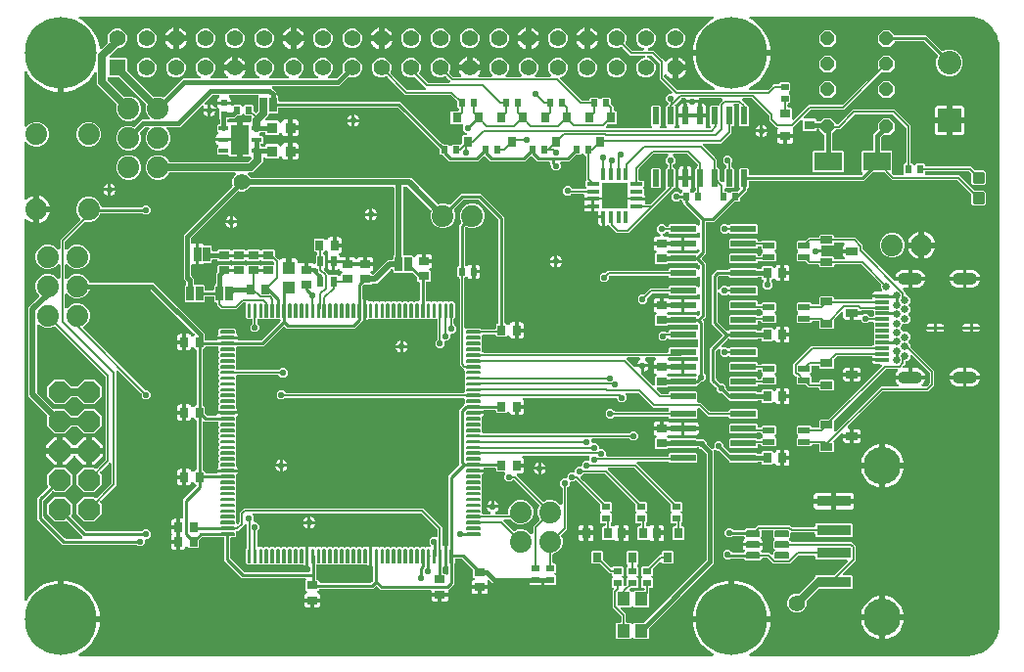
<source format=gbr>
G04 EAGLE Gerber RS-274X export*
G75*
%MOMM*%
%FSLAX34Y34*%
%LPD*%
%INTop Copper*%
%IPPOS*%
%AMOC8*
5,1,8,0,0,1.08239X$1,22.5*%
G01*
%ADD10R,0.600000X0.700000*%
%ADD11R,0.508000X0.965200*%
%ADD12R,0.900000X0.700000*%
%ADD13R,0.700000X0.900000*%
%ADD14R,1.000000X1.100000*%
%ADD15R,2.200000X0.600000*%
%ADD16R,1.050000X0.500000*%
%ADD17R,1.000000X0.700000*%
%ADD18C,6.200000*%
%ADD19R,1.422400X1.422400*%
%ADD20C,1.422400*%
%ADD21R,0.600000X1.500000*%
%ADD22R,0.800000X0.900000*%
%ADD23R,0.535100X0.644000*%
%ADD24P,2.034460X8X112.500000*%
%ADD25C,1.879600*%
%ADD26R,1.100000X1.150000*%
%ADD27R,0.700000X0.600000*%
%ADD28C,3.235963*%
%ADD29R,3.000000X0.900000*%
%ADD30C,0.145000*%
%ADD31C,0.159000*%
%ADD32C,1.050000*%
%ADD33R,1.200000X0.300000*%
%ADD34C,0.653200*%
%ADD35R,1.000000X0.200000*%
%ADD36R,2.032000X2.032000*%
%ADD37C,2.032000*%
%ADD38R,2.392000X1.565300*%
%ADD39P,1.288044X8X112.500000*%
%ADD40R,0.900000X0.800000*%
%ADD41R,0.644000X0.535100*%
%ADD42C,0.300000*%
%ADD43R,0.840000X0.420000*%
%ADD44R,1.600000X2.500000*%
%ADD45R,0.920900X0.970200*%
%ADD46R,0.629100X0.560000*%
%ADD47R,0.635000X1.270000*%
%ADD48R,1.050000X0.340000*%
%ADD49R,0.340000X1.050000*%
%ADD50R,2.160000X2.160000*%
%ADD51C,0.403200*%
%ADD52C,0.553200*%
%ADD53C,0.254000*%
%ADD54C,0.152400*%
%ADD55C,0.381000*%
%ADD56C,1.400000*%
%ADD57C,0.508000*%
%ADD58C,0.660400*%
%ADD59C,0.635000*%

G36*
X602653Y30482D02*
X602653Y30482D01*
X602660Y30481D01*
X602810Y30501D01*
X602961Y30521D01*
X602968Y30523D01*
X602975Y30524D01*
X603115Y30582D01*
X603257Y30638D01*
X603263Y30642D01*
X603270Y30645D01*
X603391Y30735D01*
X603514Y30824D01*
X603519Y30830D01*
X603525Y30835D01*
X603620Y30952D01*
X603717Y31069D01*
X603720Y31076D01*
X603725Y31082D01*
X603788Y31220D01*
X603853Y31357D01*
X603854Y31364D01*
X603857Y31371D01*
X603884Y31520D01*
X603912Y31669D01*
X603912Y31677D01*
X603913Y31684D01*
X603902Y31836D01*
X603893Y31987D01*
X603890Y31994D01*
X603890Y32001D01*
X603841Y32146D01*
X603795Y32289D01*
X603791Y32296D01*
X603788Y32303D01*
X603705Y32430D01*
X603624Y32558D01*
X603619Y32563D01*
X603615Y32569D01*
X603504Y32671D01*
X603393Y32776D01*
X603386Y32780D01*
X603381Y32785D01*
X603244Y32869D01*
X601996Y33536D01*
X599256Y35367D01*
X596708Y37458D01*
X594378Y39788D01*
X592287Y42336D01*
X590456Y45076D01*
X588903Y47982D01*
X587642Y51027D01*
X586685Y54180D01*
X586042Y57413D01*
X585807Y59801D01*
X617990Y59801D01*
X618108Y59816D01*
X618227Y59823D01*
X618265Y59836D01*
X618305Y59841D01*
X618416Y59884D01*
X618529Y59921D01*
X618563Y59943D01*
X618601Y59958D01*
X618697Y60028D01*
X618798Y60091D01*
X618826Y60121D01*
X618858Y60144D01*
X618934Y60236D01*
X619016Y60323D01*
X619035Y60358D01*
X619061Y60389D01*
X619112Y60497D01*
X619169Y60601D01*
X619180Y60641D01*
X619197Y60677D01*
X619219Y60794D01*
X619249Y60909D01*
X619253Y60970D01*
X619257Y60990D01*
X619255Y61010D01*
X619259Y61070D01*
X619259Y62341D01*
X619261Y62341D01*
X619261Y61070D01*
X619276Y60952D01*
X619283Y60833D01*
X619296Y60795D01*
X619301Y60754D01*
X619345Y60644D01*
X619381Y60531D01*
X619403Y60496D01*
X619418Y60459D01*
X619488Y60363D01*
X619551Y60262D01*
X619581Y60234D01*
X619605Y60201D01*
X619696Y60126D01*
X619783Y60044D01*
X619818Y60024D01*
X619850Y59999D01*
X619957Y59948D01*
X620062Y59890D01*
X620101Y59880D01*
X620137Y59863D01*
X620254Y59841D01*
X620369Y59811D01*
X620430Y59807D01*
X620450Y59803D01*
X620470Y59805D01*
X620530Y59801D01*
X652713Y59801D01*
X652478Y57413D01*
X651835Y54180D01*
X650878Y51027D01*
X649617Y47982D01*
X648064Y45076D01*
X646233Y42336D01*
X644142Y39788D01*
X641812Y37458D01*
X639264Y35367D01*
X636524Y33536D01*
X635276Y32869D01*
X635270Y32865D01*
X635263Y32862D01*
X635140Y32773D01*
X635017Y32685D01*
X635012Y32680D01*
X635006Y32676D01*
X634909Y32558D01*
X634811Y32443D01*
X634808Y32436D01*
X634803Y32431D01*
X634739Y32294D01*
X634672Y32157D01*
X634671Y32149D01*
X634667Y32143D01*
X634639Y31993D01*
X634609Y31845D01*
X634609Y31838D01*
X634608Y31830D01*
X634617Y31680D01*
X634625Y31528D01*
X634627Y31520D01*
X634627Y31513D01*
X634674Y31370D01*
X634719Y31224D01*
X634723Y31218D01*
X634725Y31211D01*
X634807Y31082D01*
X634886Y30953D01*
X634892Y30948D01*
X634896Y30942D01*
X635006Y30838D01*
X635115Y30733D01*
X635122Y30729D01*
X635127Y30724D01*
X635260Y30651D01*
X635392Y30576D01*
X635399Y30574D01*
X635406Y30570D01*
X635552Y30533D01*
X635699Y30493D01*
X635707Y30493D01*
X635714Y30491D01*
X635874Y30481D01*
X824139Y30481D01*
X824160Y30483D01*
X824248Y30485D01*
X827629Y30776D01*
X827672Y30786D01*
X827716Y30787D01*
X827874Y30822D01*
X834403Y32715D01*
X834482Y32749D01*
X834564Y32774D01*
X834685Y32837D01*
X834695Y32841D01*
X834698Y32844D01*
X834706Y32848D01*
X840523Y36367D01*
X840590Y36420D01*
X840663Y36465D01*
X840764Y36557D01*
X840773Y36564D01*
X840775Y36568D01*
X840782Y36574D01*
X845490Y41478D01*
X845541Y41547D01*
X845600Y41609D01*
X845673Y41724D01*
X845680Y41733D01*
X845681Y41737D01*
X845686Y41745D01*
X848964Y47700D01*
X848996Y47780D01*
X849037Y47855D01*
X849078Y47986D01*
X849082Y47996D01*
X849082Y48000D01*
X849085Y48009D01*
X850710Y54610D01*
X850715Y54654D01*
X850728Y54696D01*
X850746Y54856D01*
X850898Y58236D01*
X850897Y58252D01*
X850899Y58293D01*
X850899Y58369D01*
X850898Y58377D01*
X850899Y58395D01*
X850863Y60183D01*
X850867Y60219D01*
X850889Y60303D01*
X850898Y60438D01*
X850899Y60449D01*
X850899Y60454D01*
X850899Y60464D01*
X850899Y557530D01*
X850897Y557552D01*
X850895Y557630D01*
X850583Y561603D01*
X850569Y561671D01*
X850564Y561740D01*
X850524Y561896D01*
X848069Y569454D01*
X848018Y569561D01*
X847975Y569671D01*
X847942Y569723D01*
X847933Y569741D01*
X847920Y569757D01*
X847888Y569807D01*
X843217Y576237D01*
X843136Y576323D01*
X843061Y576415D01*
X843014Y576453D01*
X843000Y576468D01*
X842983Y576479D01*
X842937Y576517D01*
X836507Y581188D01*
X836403Y581246D01*
X836303Y581309D01*
X836247Y581332D01*
X836229Y581342D01*
X836209Y581347D01*
X836154Y581369D01*
X828596Y583824D01*
X828528Y583837D01*
X828462Y583860D01*
X828303Y583883D01*
X824330Y584195D01*
X824308Y584194D01*
X824230Y584199D01*
X635874Y584199D01*
X635867Y584198D01*
X635860Y584199D01*
X635710Y584179D01*
X635559Y584159D01*
X635552Y584157D01*
X635545Y584156D01*
X635405Y584098D01*
X635263Y584042D01*
X635257Y584038D01*
X635250Y584035D01*
X635129Y583945D01*
X635006Y583856D01*
X635001Y583850D01*
X634995Y583845D01*
X634900Y583728D01*
X634803Y583611D01*
X634800Y583604D01*
X634795Y583598D01*
X634732Y583460D01*
X634667Y583323D01*
X634666Y583316D01*
X634663Y583309D01*
X634636Y583160D01*
X634608Y583011D01*
X634608Y583003D01*
X634607Y582996D01*
X634618Y582844D01*
X634627Y582693D01*
X634630Y582686D01*
X634630Y582679D01*
X634679Y582534D01*
X634725Y582391D01*
X634729Y582384D01*
X634732Y582377D01*
X634815Y582249D01*
X634896Y582122D01*
X634901Y582117D01*
X634905Y582111D01*
X635016Y582009D01*
X635127Y581904D01*
X635134Y581900D01*
X635139Y581895D01*
X635276Y581811D01*
X636524Y581144D01*
X639264Y579313D01*
X641812Y577222D01*
X644142Y574892D01*
X646233Y572344D01*
X648064Y569604D01*
X649617Y566698D01*
X650878Y563653D01*
X651835Y560500D01*
X652478Y557267D01*
X652713Y554879D01*
X620530Y554879D01*
X620412Y554864D01*
X620293Y554857D01*
X620255Y554844D01*
X620215Y554839D01*
X620104Y554796D01*
X619991Y554759D01*
X619957Y554737D01*
X619919Y554722D01*
X619823Y554652D01*
X619722Y554589D01*
X619694Y554559D01*
X619662Y554535D01*
X619586Y554444D01*
X619504Y554357D01*
X619485Y554322D01*
X619459Y554291D01*
X619408Y554183D01*
X619351Y554079D01*
X619340Y554039D01*
X619323Y554003D01*
X619301Y553886D01*
X619271Y553771D01*
X619267Y553710D01*
X619263Y553690D01*
X619265Y553670D01*
X619261Y553610D01*
X619261Y551070D01*
X619276Y550952D01*
X619283Y550833D01*
X619296Y550795D01*
X619301Y550754D01*
X619345Y550644D01*
X619381Y550531D01*
X619403Y550496D01*
X619418Y550459D01*
X619488Y550363D01*
X619551Y550262D01*
X619581Y550234D01*
X619605Y550201D01*
X619696Y550126D01*
X619783Y550044D01*
X619818Y550024D01*
X619850Y549999D01*
X619957Y549948D01*
X620062Y549890D01*
X620101Y549880D01*
X620137Y549863D01*
X620254Y549841D01*
X620369Y549811D01*
X620430Y549807D01*
X620450Y549803D01*
X620470Y549805D01*
X620530Y549801D01*
X652713Y549801D01*
X652478Y547413D01*
X651835Y544180D01*
X650878Y541027D01*
X649617Y537982D01*
X648064Y535076D01*
X646233Y532336D01*
X644142Y529788D01*
X641812Y527458D01*
X639264Y525367D01*
X636524Y523536D01*
X634737Y522581D01*
X634731Y522577D01*
X634724Y522574D01*
X634601Y522485D01*
X634478Y522397D01*
X634473Y522392D01*
X634467Y522388D01*
X634370Y522270D01*
X634272Y522155D01*
X634269Y522148D01*
X634264Y522143D01*
X634200Y522006D01*
X634133Y521869D01*
X634132Y521861D01*
X634129Y521855D01*
X634100Y521707D01*
X634070Y521557D01*
X634070Y521550D01*
X634069Y521542D01*
X634078Y521391D01*
X634086Y521240D01*
X634088Y521232D01*
X634089Y521225D01*
X634135Y521081D01*
X634181Y520936D01*
X634184Y520930D01*
X634187Y520923D01*
X634268Y520793D01*
X634348Y520665D01*
X634353Y520660D01*
X634357Y520654D01*
X634468Y520550D01*
X634577Y520445D01*
X634583Y520441D01*
X634588Y520436D01*
X634721Y520363D01*
X634853Y520288D01*
X634860Y520286D01*
X634867Y520282D01*
X635013Y520245D01*
X635160Y520205D01*
X635168Y520205D01*
X635175Y520203D01*
X635336Y520193D01*
X650142Y520193D01*
X650240Y520205D01*
X650340Y520208D01*
X650398Y520225D01*
X650458Y520233D01*
X650550Y520269D01*
X650645Y520297D01*
X650697Y520327D01*
X650754Y520350D01*
X650834Y520408D01*
X650919Y520458D01*
X650994Y520524D01*
X651011Y520536D01*
X651019Y520546D01*
X651040Y520564D01*
X654186Y523710D01*
X655748Y525273D01*
X659720Y525273D01*
X659838Y525288D01*
X659957Y525295D01*
X659995Y525308D01*
X660036Y525313D01*
X660146Y525356D01*
X660259Y525393D01*
X660294Y525415D01*
X660331Y525430D01*
X660427Y525499D01*
X660528Y525563D01*
X660556Y525593D01*
X660589Y525616D01*
X660665Y525708D01*
X660746Y525795D01*
X660766Y525830D01*
X660791Y525861D01*
X660842Y525969D01*
X660900Y526073D01*
X660910Y526113D01*
X660927Y526149D01*
X660949Y526266D01*
X660979Y526381D01*
X660982Y526430D01*
X661734Y527181D01*
X669226Y527181D01*
X669971Y526437D01*
X669971Y520033D01*
X668995Y519057D01*
X668922Y518963D01*
X668843Y518874D01*
X668825Y518838D01*
X668800Y518806D01*
X668753Y518697D01*
X668699Y518591D01*
X668690Y518552D01*
X668674Y518514D01*
X668655Y518397D01*
X668629Y518281D01*
X668630Y518240D01*
X668624Y518200D01*
X668635Y518082D01*
X668639Y517963D01*
X668650Y517924D01*
X668654Y517884D01*
X668694Y517772D01*
X668727Y517657D01*
X668748Y517622D01*
X668761Y517584D01*
X668828Y517486D01*
X668889Y517383D01*
X668928Y517338D01*
X668940Y517321D01*
X668955Y517308D01*
X668995Y517262D01*
X669971Y516287D01*
X669971Y509883D01*
X669226Y509139D01*
X668942Y509139D01*
X668824Y509124D01*
X668705Y509116D01*
X668667Y509104D01*
X668626Y509099D01*
X668516Y509055D01*
X668403Y509018D01*
X668368Y508997D01*
X668331Y508982D01*
X668235Y508912D01*
X668134Y508848D01*
X668106Y508819D01*
X668073Y508795D01*
X667997Y508703D01*
X667916Y508617D01*
X667896Y508581D01*
X667871Y508550D01*
X667820Y508442D01*
X667762Y508338D01*
X667752Y508299D01*
X667735Y508262D01*
X667713Y508146D01*
X667683Y508030D01*
X667679Y507970D01*
X667675Y507950D01*
X667677Y507930D01*
X667673Y507870D01*
X667673Y506260D01*
X667688Y506142D01*
X667695Y506023D01*
X667708Y505985D01*
X667713Y505944D01*
X667756Y505834D01*
X667793Y505721D01*
X667815Y505686D01*
X667830Y505649D01*
X667899Y505553D01*
X667963Y505452D01*
X667993Y505424D01*
X668016Y505391D01*
X668108Y505315D01*
X668195Y505234D01*
X668230Y505214D01*
X668261Y505189D01*
X668369Y505138D01*
X668473Y505080D01*
X668513Y505070D01*
X668549Y505053D01*
X668666Y505031D01*
X668781Y505001D01*
X668841Y504997D01*
X668861Y504993D01*
X668882Y504995D01*
X668942Y504991D01*
X670666Y504991D01*
X671411Y504246D01*
X671411Y495740D01*
X671428Y495602D01*
X671441Y495463D01*
X671448Y495444D01*
X671451Y495424D01*
X671502Y495295D01*
X671549Y495164D01*
X671560Y495147D01*
X671568Y495128D01*
X671649Y495016D01*
X671727Y494901D01*
X671743Y494887D01*
X671754Y494871D01*
X671862Y494782D01*
X671966Y494690D01*
X671984Y494681D01*
X671999Y494668D01*
X672125Y494609D01*
X672249Y494546D01*
X672269Y494541D01*
X672287Y494533D01*
X672423Y494507D01*
X672559Y494476D01*
X672580Y494477D01*
X672599Y494473D01*
X672738Y494482D01*
X672877Y494486D01*
X672897Y494491D01*
X672917Y494493D01*
X673049Y494536D01*
X673183Y494574D01*
X673200Y494585D01*
X673219Y494591D01*
X673337Y494665D01*
X673457Y494736D01*
X673478Y494754D01*
X673488Y494761D01*
X673502Y494776D01*
X673577Y494842D01*
X684666Y505930D01*
X686228Y507493D01*
X714252Y507493D01*
X714350Y507505D01*
X714449Y507508D01*
X714508Y507525D01*
X714568Y507533D01*
X714660Y507569D01*
X714755Y507597D01*
X714807Y507627D01*
X714863Y507650D01*
X714944Y507708D01*
X715029Y507758D01*
X715104Y507824D01*
X715121Y507836D01*
X715129Y507846D01*
X715150Y507864D01*
X745669Y538384D01*
X745742Y538478D01*
X745821Y538567D01*
X745839Y538603D01*
X745864Y538635D01*
X745912Y538745D01*
X745966Y538851D01*
X745975Y538890D01*
X745991Y538927D01*
X746009Y539045D01*
X746035Y539161D01*
X746034Y539201D01*
X746040Y539241D01*
X746029Y539360D01*
X746026Y539479D01*
X746014Y539518D01*
X746011Y539558D01*
X745970Y539670D01*
X745937Y539784D01*
X745917Y539819D01*
X745903Y539857D01*
X745889Y539877D01*
X745889Y545941D01*
X750119Y550171D01*
X756101Y550171D01*
X760331Y545941D01*
X760331Y539959D01*
X756101Y535729D01*
X750030Y535729D01*
X749978Y535752D01*
X749873Y535806D01*
X749833Y535815D01*
X749796Y535831D01*
X749678Y535849D01*
X749562Y535875D01*
X749522Y535874D01*
X749482Y535880D01*
X749364Y535869D01*
X749244Y535866D01*
X749205Y535854D01*
X749165Y535851D01*
X749053Y535810D01*
X748939Y535777D01*
X748904Y535757D01*
X748866Y535743D01*
X748768Y535676D01*
X748665Y535616D01*
X748620Y535576D01*
X748603Y535565D01*
X748589Y535549D01*
X748544Y535509D01*
X716462Y503427D01*
X688438Y503427D01*
X688340Y503415D01*
X688241Y503412D01*
X688182Y503395D01*
X688122Y503387D01*
X688030Y503351D01*
X687935Y503323D01*
X687883Y503293D01*
X687827Y503270D01*
X687746Y503212D01*
X687661Y503162D01*
X687586Y503096D01*
X687569Y503084D01*
X687561Y503074D01*
X687540Y503056D01*
X682142Y497657D01*
X682057Y497548D01*
X681968Y497441D01*
X681960Y497422D01*
X681947Y497406D01*
X681892Y497278D01*
X681833Y497153D01*
X681829Y497133D01*
X681821Y497114D01*
X681799Y496976D01*
X681773Y496840D01*
X681774Y496820D01*
X681771Y496800D01*
X681784Y496661D01*
X681793Y496523D01*
X681799Y496504D01*
X681801Y496484D01*
X681848Y496352D01*
X681891Y496221D01*
X681902Y496203D01*
X681908Y496184D01*
X681987Y496069D01*
X682061Y495952D01*
X682076Y495938D01*
X682087Y495921D01*
X682191Y495829D01*
X682293Y495734D01*
X682310Y495724D01*
X682325Y495711D01*
X682450Y495647D01*
X682571Y495580D01*
X682591Y495575D01*
X682609Y495566D01*
X682745Y495536D01*
X682879Y495501D01*
X682907Y495499D01*
X682919Y495496D01*
X682939Y495497D01*
X683040Y495491D01*
X691666Y495491D01*
X692411Y494746D01*
X692411Y494665D01*
X692426Y494547D01*
X692433Y494428D01*
X692446Y494390D01*
X692451Y494349D01*
X692494Y494239D01*
X692531Y494126D01*
X692553Y494091D01*
X692568Y494054D01*
X692637Y493958D01*
X692701Y493857D01*
X692731Y493829D01*
X692754Y493796D01*
X692846Y493720D01*
X692933Y493639D01*
X692968Y493619D01*
X692999Y493594D01*
X693107Y493543D01*
X693211Y493485D01*
X693251Y493475D01*
X693287Y493458D01*
X693404Y493436D01*
X693519Y493406D01*
X693579Y493402D01*
X693599Y493398D01*
X693620Y493400D01*
X693680Y493396D01*
X696018Y493396D01*
X696117Y493408D01*
X696216Y493411D01*
X696274Y493428D01*
X696334Y493436D01*
X696426Y493472D01*
X696521Y493500D01*
X696573Y493530D01*
X696630Y493553D01*
X696710Y493611D01*
X696795Y493661D01*
X696870Y493727D01*
X696887Y493739D01*
X696895Y493749D01*
X696916Y493767D01*
X699319Y496171D01*
X705301Y496171D01*
X709532Y491940D01*
X709548Y491812D01*
X709561Y491673D01*
X709568Y491654D01*
X709571Y491634D01*
X709622Y491505D01*
X709669Y491374D01*
X709680Y491357D01*
X709688Y491338D01*
X709769Y491226D01*
X709847Y491111D01*
X709863Y491097D01*
X709874Y491081D01*
X709982Y490992D01*
X710086Y490900D01*
X710104Y490891D01*
X710119Y490878D01*
X710245Y490819D01*
X710369Y490756D01*
X710389Y490751D01*
X710407Y490743D01*
X710543Y490717D01*
X710679Y490686D01*
X710700Y490687D01*
X710719Y490683D01*
X710858Y490692D01*
X710997Y490696D01*
X711017Y490701D01*
X711037Y490703D01*
X711169Y490746D01*
X711303Y490784D01*
X711320Y490795D01*
X711339Y490801D01*
X711457Y490875D01*
X711577Y490946D01*
X711598Y490964D01*
X711608Y490971D01*
X711622Y490986D01*
X711697Y491052D01*
X724328Y503683D01*
X760302Y503683D01*
X774198Y489787D01*
X774198Y457880D01*
X774213Y457762D01*
X774220Y457643D01*
X774233Y457605D01*
X774238Y457564D01*
X774281Y457454D01*
X774318Y457341D01*
X774340Y457306D01*
X774355Y457269D01*
X774424Y457173D01*
X774488Y457072D01*
X774518Y457044D01*
X774541Y457011D01*
X774633Y456935D01*
X774720Y456854D01*
X774755Y456834D01*
X774786Y456809D01*
X774894Y456758D01*
X774998Y456700D01*
X775038Y456690D01*
X775074Y456673D01*
X775191Y456651D01*
X775306Y456621D01*
X775360Y456618D01*
X776343Y455635D01*
X776437Y455562D01*
X776526Y455483D01*
X776562Y455465D01*
X776594Y455440D01*
X776703Y455393D01*
X776809Y455339D01*
X776848Y455330D01*
X776886Y455314D01*
X777003Y455295D01*
X777119Y455269D01*
X777160Y455270D01*
X777200Y455264D01*
X777318Y455275D01*
X777437Y455279D01*
X777476Y455290D01*
X777516Y455294D01*
X777628Y455334D01*
X777743Y455367D01*
X777778Y455388D01*
X777816Y455401D01*
X777914Y455468D01*
X778017Y455529D01*
X778062Y455568D01*
X778079Y455580D01*
X778092Y455595D01*
X778138Y455635D01*
X779113Y456611D01*
X785517Y456611D01*
X786261Y455866D01*
X786261Y455422D01*
X786276Y455304D01*
X786284Y455185D01*
X786296Y455147D01*
X786301Y455106D01*
X786345Y454996D01*
X786382Y454883D01*
X786403Y454848D01*
X786418Y454811D01*
X786488Y454715D01*
X786552Y454614D01*
X786581Y454586D01*
X786605Y454553D01*
X786697Y454477D01*
X786783Y454396D01*
X786819Y454376D01*
X786850Y454351D01*
X786958Y454300D01*
X787062Y454242D01*
X787101Y454232D01*
X787138Y454215D01*
X787254Y454193D01*
X787370Y454163D01*
X787430Y454159D01*
X787450Y454155D01*
X787470Y454157D01*
X787530Y454153D01*
X826222Y454153D01*
X829352Y451022D01*
X829430Y450962D01*
X829503Y450894D01*
X829556Y450865D01*
X829603Y450828D01*
X829694Y450788D01*
X829781Y450740D01*
X829840Y450725D01*
X829895Y450701D01*
X829993Y450686D01*
X830089Y450661D01*
X830189Y450655D01*
X830209Y450651D01*
X830222Y450653D01*
X830250Y450651D01*
X837768Y450651D01*
X839391Y449028D01*
X839391Y439732D01*
X837768Y438109D01*
X828472Y438109D01*
X826849Y439732D01*
X826849Y447250D01*
X826837Y447348D01*
X826834Y447448D01*
X826817Y447506D01*
X826809Y447566D01*
X826773Y447658D01*
X826745Y447753D01*
X826715Y447805D01*
X826692Y447862D01*
X826634Y447942D01*
X826584Y448027D01*
X826518Y448102D01*
X826506Y448119D01*
X826496Y448127D01*
X826478Y448148D01*
X824910Y449716D01*
X824831Y449776D01*
X824759Y449844D01*
X824706Y449873D01*
X824658Y449910D01*
X824568Y449950D01*
X824481Y449998D01*
X824422Y450013D01*
X824367Y450037D01*
X824269Y450052D01*
X824173Y450077D01*
X824073Y450083D01*
X824053Y450087D01*
X824040Y450085D01*
X824012Y450087D01*
X787530Y450087D01*
X787412Y450072D01*
X787294Y450065D01*
X787255Y450052D01*
X787215Y450047D01*
X787104Y450004D01*
X786991Y449967D01*
X786957Y449945D01*
X786919Y449930D01*
X786823Y449861D01*
X786722Y449797D01*
X786695Y449767D01*
X786662Y449744D01*
X786586Y449652D01*
X786504Y449565D01*
X786485Y449530D01*
X786459Y449499D01*
X786408Y449391D01*
X786351Y449287D01*
X786341Y449247D01*
X786324Y449211D01*
X786301Y449094D01*
X786271Y448979D01*
X786268Y448918D01*
X786264Y448899D01*
X786265Y448878D01*
X786261Y448818D01*
X786261Y448127D01*
X786244Y448019D01*
X786218Y447882D01*
X786219Y447862D01*
X786216Y447843D01*
X786229Y447704D01*
X786238Y447565D01*
X786244Y447546D01*
X786246Y447526D01*
X786293Y447395D01*
X786336Y447263D01*
X786346Y447246D01*
X786353Y447227D01*
X786431Y447111D01*
X786506Y446994D01*
X786520Y446980D01*
X786532Y446964D01*
X786636Y446871D01*
X786737Y446776D01*
X786755Y446766D01*
X786770Y446753D01*
X786894Y446690D01*
X787016Y446622D01*
X787035Y446617D01*
X787053Y446608D01*
X787189Y446578D01*
X787324Y446543D01*
X787352Y446541D01*
X787363Y446539D01*
X787384Y446539D01*
X787485Y446533D01*
X816302Y446533D01*
X817864Y444970D01*
X829352Y433482D01*
X829431Y433422D01*
X829503Y433354D01*
X829556Y433325D01*
X829603Y433288D01*
X829694Y433248D01*
X829781Y433200D01*
X829840Y433185D01*
X829895Y433161D01*
X829993Y433146D01*
X830089Y433121D01*
X830189Y433115D01*
X830209Y433111D01*
X830222Y433113D01*
X830250Y433111D01*
X837768Y433111D01*
X839391Y431488D01*
X839391Y422192D01*
X837768Y420569D01*
X828472Y420569D01*
X826849Y422192D01*
X826849Y429710D01*
X826837Y429808D01*
X826834Y429908D01*
X826817Y429966D01*
X826809Y430026D01*
X826773Y430118D01*
X826745Y430213D01*
X826715Y430265D01*
X826692Y430322D01*
X826634Y430402D01*
X826584Y430487D01*
X826518Y430562D01*
X826506Y430579D01*
X826496Y430587D01*
X826478Y430608D01*
X814990Y442096D01*
X814911Y442156D01*
X814839Y442224D01*
X814786Y442253D01*
X814738Y442290D01*
X814648Y442330D01*
X814561Y442378D01*
X814502Y442393D01*
X814447Y442417D01*
X814349Y442432D01*
X814253Y442457D01*
X814153Y442463D01*
X814133Y442467D01*
X814120Y442465D01*
X814092Y442467D01*
X758107Y442467D01*
X751573Y449001D01*
X751495Y449062D01*
X751423Y449130D01*
X751370Y449159D01*
X751322Y449196D01*
X751231Y449235D01*
X751144Y449283D01*
X751086Y449298D01*
X751030Y449322D01*
X750932Y449338D01*
X750836Y449363D01*
X750736Y449369D01*
X750716Y449372D01*
X750704Y449371D01*
X750676Y449373D01*
X741782Y449373D01*
X741683Y449360D01*
X741584Y449357D01*
X741526Y449341D01*
X741466Y449333D01*
X741374Y449296D01*
X741279Y449269D01*
X741227Y449238D01*
X741170Y449216D01*
X741090Y449158D01*
X741005Y449107D01*
X740930Y449041D01*
X740913Y449029D01*
X740905Y449020D01*
X740884Y449001D01*
X733512Y441629D01*
X635460Y441629D01*
X635342Y441614D01*
X635223Y441607D01*
X635185Y441594D01*
X635144Y441589D01*
X635034Y441546D01*
X634921Y441509D01*
X634886Y441487D01*
X634849Y441472D01*
X634753Y441403D01*
X634652Y441339D01*
X634624Y441309D01*
X634591Y441286D01*
X634515Y441194D01*
X634434Y441107D01*
X634414Y441072D01*
X634389Y441041D01*
X634338Y440933D01*
X634280Y440829D01*
X634270Y440789D01*
X634253Y440753D01*
X634231Y440636D01*
X634201Y440521D01*
X634197Y440460D01*
X634193Y440441D01*
X634195Y440420D01*
X634191Y440360D01*
X634191Y436144D01*
X633401Y435354D01*
X633304Y435316D01*
X633191Y435279D01*
X633156Y435257D01*
X633119Y435242D01*
X633023Y435173D01*
X632922Y435109D01*
X632894Y435079D01*
X632861Y435056D01*
X632785Y434964D01*
X632704Y434877D01*
X632684Y434842D01*
X632659Y434811D01*
X632608Y434703D01*
X632550Y434599D01*
X632540Y434559D01*
X632523Y434523D01*
X632501Y434406D01*
X632471Y434291D01*
X632467Y434231D01*
X632463Y434211D01*
X632465Y434190D01*
X632464Y434189D01*
X632463Y434183D01*
X632464Y434176D01*
X632461Y434130D01*
X632461Y433288D01*
X626613Y427440D01*
X626552Y427362D01*
X626484Y427289D01*
X626455Y427236D01*
X626418Y427189D01*
X626379Y427098D01*
X626331Y427011D01*
X626316Y426952D01*
X626292Y426897D01*
X626276Y426799D01*
X626251Y426703D01*
X626245Y426603D01*
X626242Y426583D01*
X626243Y426570D01*
X626241Y426542D01*
X626241Y424244D01*
X625497Y423499D01*
X621923Y423499D01*
X621825Y423487D01*
X621726Y423484D01*
X621668Y423467D01*
X621608Y423459D01*
X621516Y423423D01*
X621420Y423395D01*
X621368Y423365D01*
X621312Y423342D01*
X621232Y423284D01*
X621146Y423234D01*
X621071Y423168D01*
X621055Y423156D01*
X621047Y423146D01*
X621026Y423128D01*
X606157Y408259D01*
X604297Y406399D01*
X598170Y406399D01*
X598052Y406384D01*
X597933Y406377D01*
X597895Y406364D01*
X597854Y406359D01*
X597744Y406316D01*
X597631Y406279D01*
X597596Y406257D01*
X597559Y406242D01*
X597463Y406173D01*
X597362Y406109D01*
X597334Y406079D01*
X597301Y406056D01*
X597225Y405964D01*
X597144Y405877D01*
X597124Y405842D01*
X597099Y405811D01*
X597048Y405703D01*
X596990Y405599D01*
X596980Y405559D01*
X596963Y405523D01*
X596941Y405406D01*
X596911Y405291D01*
X596907Y405231D01*
X596903Y405211D01*
X596905Y405190D01*
X596901Y405130D01*
X596901Y378678D01*
X593771Y375548D01*
X593698Y375453D01*
X593619Y375364D01*
X593601Y375328D01*
X593576Y375296D01*
X593528Y375187D01*
X593474Y375081D01*
X593465Y375042D01*
X593449Y375004D01*
X593431Y374887D01*
X593405Y374771D01*
X593406Y374730D01*
X593400Y374690D01*
X593411Y374572D01*
X593414Y374453D01*
X593426Y374414D01*
X593429Y374374D01*
X593470Y374261D01*
X593503Y374147D01*
X593523Y374113D01*
X593537Y374074D01*
X593604Y373976D01*
X593664Y373873D01*
X593704Y373828D01*
X593716Y373811D01*
X593731Y373798D01*
X593771Y373753D01*
X596901Y370622D01*
X596901Y324068D01*
X595041Y322208D01*
X594968Y322114D01*
X594889Y322024D01*
X594880Y322006D01*
X594867Y321991D01*
X594858Y321972D01*
X594846Y321956D01*
X594799Y321847D01*
X594744Y321741D01*
X594740Y321721D01*
X594731Y321703D01*
X594727Y321683D01*
X594719Y321664D01*
X594701Y321547D01*
X594675Y321431D01*
X594675Y321410D01*
X594671Y321391D01*
X594673Y321370D01*
X594670Y321350D01*
X594681Y321232D01*
X594684Y321113D01*
X594690Y321093D01*
X594691Y321073D01*
X594697Y321054D01*
X594699Y321034D01*
X594740Y320922D01*
X594773Y320807D01*
X594783Y320790D01*
X594789Y320771D01*
X594800Y320753D01*
X594807Y320734D01*
X594874Y320636D01*
X594934Y320533D01*
X594953Y320512D01*
X594959Y320502D01*
X594974Y320488D01*
X594986Y320471D01*
X595001Y320458D01*
X595041Y320413D01*
X595631Y319822D01*
X595631Y275474D01*
X595643Y275376D01*
X595646Y275277D01*
X595663Y275218D01*
X595671Y275158D01*
X595707Y275066D01*
X595735Y274971D01*
X595765Y274919D01*
X595788Y274863D01*
X595846Y274783D01*
X595896Y274697D01*
X595962Y274622D01*
X595974Y274605D01*
X595984Y274597D01*
X596002Y274576D01*
X597127Y273452D01*
X597127Y270108D01*
X594762Y267743D01*
X593172Y267743D01*
X593074Y267731D01*
X592975Y267728D01*
X592917Y267711D01*
X592857Y267703D01*
X592765Y267667D01*
X592669Y267639D01*
X592617Y267609D01*
X592561Y267586D01*
X592481Y267528D01*
X592395Y267478D01*
X592320Y267412D01*
X592304Y267400D01*
X592296Y267390D01*
X592275Y267372D01*
X590167Y265264D01*
X590083Y265203D01*
X589982Y265139D01*
X589954Y265109D01*
X589921Y265086D01*
X589845Y264994D01*
X589764Y264907D01*
X589744Y264872D01*
X589719Y264841D01*
X589668Y264733D01*
X589610Y264629D01*
X589600Y264589D01*
X589583Y264553D01*
X589572Y264495D01*
X588776Y263699D01*
X565575Y263699D01*
X565531Y263722D01*
X565492Y263731D01*
X565455Y263747D01*
X565337Y263765D01*
X565221Y263791D01*
X565180Y263790D01*
X565140Y263797D01*
X565022Y263785D01*
X564903Y263782D01*
X564864Y263771D01*
X564824Y263767D01*
X564712Y263726D01*
X564597Y263693D01*
X564563Y263673D01*
X564525Y263659D01*
X564426Y263592D01*
X564323Y263532D01*
X564278Y263492D01*
X564261Y263481D01*
X564248Y263465D01*
X564203Y263425D01*
X563826Y263049D01*
X555690Y263049D01*
X555552Y263032D01*
X555413Y263019D01*
X555394Y263012D01*
X555374Y263009D01*
X555245Y262958D01*
X555114Y262911D01*
X555097Y262900D01*
X555078Y262892D01*
X554966Y262811D01*
X554851Y262733D01*
X554838Y262717D01*
X554821Y262706D01*
X554732Y262598D01*
X554640Y262494D01*
X554631Y262476D01*
X554618Y262461D01*
X554559Y262335D01*
X554496Y262211D01*
X554491Y262191D01*
X554483Y262173D01*
X554457Y262037D01*
X554426Y261901D01*
X554427Y261880D01*
X554423Y261861D01*
X554432Y261722D01*
X554436Y261583D01*
X554441Y261563D01*
X554443Y261543D01*
X554486Y261411D01*
X554524Y261277D01*
X554535Y261260D01*
X554541Y261241D01*
X554615Y261123D01*
X554686Y261003D01*
X554704Y260982D01*
X554711Y260972D01*
X554726Y260958D01*
X554792Y260883D01*
X558000Y257674D01*
X558079Y257614D01*
X558151Y257546D01*
X558204Y257517D01*
X558252Y257480D01*
X558342Y257440D01*
X558429Y257392D01*
X558488Y257377D01*
X558543Y257353D01*
X558641Y257338D01*
X558737Y257313D01*
X558837Y257307D01*
X558857Y257303D01*
X558870Y257305D01*
X558898Y257303D01*
X563710Y257303D01*
X563828Y257318D01*
X563947Y257325D01*
X563985Y257338D01*
X564026Y257343D01*
X564136Y257386D01*
X564249Y257423D01*
X564284Y257445D01*
X564321Y257460D01*
X564417Y257529D01*
X564518Y257593D01*
X564546Y257623D01*
X564579Y257646D01*
X564655Y257738D01*
X564736Y257825D01*
X564756Y257860D01*
X564781Y257891D01*
X564832Y257999D01*
X564890Y258103D01*
X564900Y258143D01*
X564917Y258179D01*
X564939Y258296D01*
X564969Y258411D01*
X564973Y258471D01*
X564977Y258491D01*
X564975Y258512D01*
X564979Y258572D01*
X564979Y258796D01*
X565724Y259541D01*
X588776Y259541D01*
X589521Y258796D01*
X589521Y251715D01*
X589453Y251633D01*
X589444Y251614D01*
X589432Y251598D01*
X589376Y251471D01*
X589317Y251345D01*
X589313Y251325D01*
X589305Y251306D01*
X589283Y251169D01*
X589257Y251032D01*
X589259Y251012D01*
X589255Y250992D01*
X589268Y250854D01*
X589277Y250715D01*
X589283Y250696D01*
X589285Y250676D01*
X589332Y250545D01*
X589375Y250413D01*
X589386Y250395D01*
X589393Y250376D01*
X589471Y250261D01*
X589545Y250144D01*
X589560Y250130D01*
X589571Y250113D01*
X589676Y250021D01*
X589777Y249926D01*
X589795Y249916D01*
X589810Y249903D01*
X589933Y249840D01*
X590055Y249772D01*
X590075Y249767D01*
X590093Y249758D01*
X590229Y249728D01*
X590363Y249693D01*
X590391Y249691D01*
X590403Y249688D01*
X590424Y249689D01*
X590524Y249683D01*
X592662Y249683D01*
X599910Y242434D01*
X599989Y242374D01*
X600061Y242306D01*
X600114Y242277D01*
X600162Y242240D01*
X600252Y242200D01*
X600339Y242152D01*
X600398Y242137D01*
X600453Y242113D01*
X600551Y242098D01*
X600647Y242073D01*
X600747Y242067D01*
X600767Y242063D01*
X600780Y242065D01*
X600808Y242063D01*
X615710Y242063D01*
X615828Y242078D01*
X615947Y242085D01*
X615985Y242098D01*
X616026Y242103D01*
X616136Y242146D01*
X616249Y242183D01*
X616284Y242205D01*
X616321Y242220D01*
X616417Y242289D01*
X616518Y242353D01*
X616546Y242383D01*
X616579Y242406D01*
X616655Y242498D01*
X616736Y242585D01*
X616756Y242620D01*
X616781Y242651D01*
X616832Y242759D01*
X616890Y242863D01*
X616900Y242903D01*
X616917Y242939D01*
X616939Y243056D01*
X616969Y243171D01*
X616973Y243231D01*
X616977Y243251D01*
X616975Y243272D01*
X616979Y243332D01*
X616979Y243556D01*
X617724Y244301D01*
X640776Y244301D01*
X641521Y243556D01*
X641521Y236504D01*
X640776Y235759D01*
X617724Y235759D01*
X616979Y236504D01*
X616979Y236728D01*
X616964Y236846D01*
X616957Y236965D01*
X616944Y237003D01*
X616939Y237044D01*
X616896Y237154D01*
X616859Y237267D01*
X616837Y237302D01*
X616822Y237339D01*
X616753Y237435D01*
X616689Y237536D01*
X616659Y237564D01*
X616636Y237597D01*
X616544Y237673D01*
X616457Y237754D01*
X616422Y237774D01*
X616391Y237799D01*
X616283Y237850D01*
X616179Y237908D01*
X616139Y237918D01*
X616103Y237935D01*
X615986Y237957D01*
X615871Y237987D01*
X615811Y237991D01*
X615791Y237995D01*
X615770Y237993D01*
X615710Y237997D01*
X598598Y237997D01*
X591687Y244908D01*
X591578Y244993D01*
X591471Y245082D01*
X591452Y245090D01*
X591436Y245103D01*
X591308Y245158D01*
X591183Y245217D01*
X591163Y245221D01*
X591144Y245229D01*
X591006Y245251D01*
X590870Y245277D01*
X590850Y245276D01*
X590830Y245279D01*
X590691Y245266D01*
X590553Y245257D01*
X590534Y245251D01*
X590514Y245249D01*
X590382Y245202D01*
X590251Y245159D01*
X590233Y245148D01*
X590214Y245142D01*
X590099Y245063D01*
X589982Y244989D01*
X589968Y244974D01*
X589951Y244963D01*
X589859Y244859D01*
X589764Y244757D01*
X589754Y244740D01*
X589741Y244725D01*
X589677Y244600D01*
X589610Y244479D01*
X589605Y244459D01*
X589596Y244441D01*
X589566Y244305D01*
X589531Y244171D01*
X589529Y244143D01*
X589526Y244131D01*
X589527Y244111D01*
X589521Y244010D01*
X589521Y236504D01*
X588776Y235759D01*
X565724Y235759D01*
X564979Y236504D01*
X564979Y236728D01*
X564964Y236846D01*
X564957Y236965D01*
X564944Y237003D01*
X564939Y237044D01*
X564896Y237154D01*
X564859Y237267D01*
X564837Y237302D01*
X564822Y237339D01*
X564753Y237435D01*
X564689Y237536D01*
X564659Y237564D01*
X564636Y237597D01*
X564544Y237673D01*
X564457Y237754D01*
X564422Y237774D01*
X564391Y237799D01*
X564283Y237850D01*
X564179Y237908D01*
X564139Y237918D01*
X564103Y237935D01*
X563986Y237957D01*
X563871Y237987D01*
X563811Y237991D01*
X563791Y237995D01*
X563770Y237993D01*
X563710Y237997D01*
X518552Y237997D01*
X518454Y237985D01*
X518355Y237982D01*
X518296Y237965D01*
X518236Y237957D01*
X518144Y237921D01*
X518049Y237893D01*
X517997Y237863D01*
X517941Y237840D01*
X517861Y237782D01*
X517775Y237732D01*
X517700Y237666D01*
X517683Y237654D01*
X517675Y237644D01*
X517654Y237626D01*
X516022Y235993D01*
X512678Y235993D01*
X510313Y238358D01*
X510313Y241702D01*
X512678Y244067D01*
X516022Y244067D01*
X517654Y242434D01*
X517733Y242374D01*
X517805Y242306D01*
X517858Y242277D01*
X517906Y242240D01*
X517997Y242200D01*
X518083Y242152D01*
X518142Y242137D01*
X518197Y242113D01*
X518295Y242098D01*
X518391Y242073D01*
X518491Y242067D01*
X518512Y242063D01*
X518524Y242065D01*
X518552Y242063D01*
X563710Y242063D01*
X563828Y242078D01*
X563947Y242085D01*
X563985Y242098D01*
X564026Y242103D01*
X564136Y242146D01*
X564249Y242183D01*
X564284Y242205D01*
X564321Y242220D01*
X564417Y242289D01*
X564518Y242353D01*
X564546Y242383D01*
X564579Y242406D01*
X564655Y242498D01*
X564736Y242585D01*
X564756Y242620D01*
X564781Y242651D01*
X564832Y242759D01*
X564890Y242863D01*
X564900Y242903D01*
X564917Y242939D01*
X564939Y243056D01*
X564969Y243171D01*
X564973Y243231D01*
X564977Y243251D01*
X564975Y243272D01*
X564979Y243332D01*
X564979Y243585D01*
X565047Y243667D01*
X565056Y243686D01*
X565068Y243702D01*
X565124Y243829D01*
X565183Y243955D01*
X565187Y243975D01*
X565195Y243994D01*
X565217Y244131D01*
X565243Y244268D01*
X565241Y244288D01*
X565245Y244308D01*
X565232Y244446D01*
X565223Y244585D01*
X565217Y244604D01*
X565215Y244624D01*
X565168Y244755D01*
X565125Y244887D01*
X565114Y244905D01*
X565107Y244924D01*
X565029Y245039D01*
X564955Y245156D01*
X564940Y245170D01*
X564929Y245187D01*
X564825Y245279D01*
X564723Y245374D01*
X564705Y245384D01*
X564690Y245397D01*
X564567Y245460D01*
X564445Y245528D01*
X564425Y245533D01*
X564407Y245542D01*
X564271Y245572D01*
X564137Y245607D01*
X564109Y245609D01*
X564097Y245612D01*
X564076Y245611D01*
X563976Y245617D01*
X551608Y245617D01*
X539280Y257946D01*
X539201Y258006D01*
X539129Y258074D01*
X539076Y258103D01*
X539028Y258140D01*
X538938Y258180D01*
X538851Y258228D01*
X538792Y258243D01*
X538737Y258267D01*
X538639Y258282D01*
X538543Y258307D01*
X538443Y258313D01*
X538423Y258317D01*
X538410Y258315D01*
X538382Y258317D01*
X528966Y258317D01*
X528828Y258300D01*
X528689Y258287D01*
X528670Y258280D01*
X528650Y258277D01*
X528521Y258226D01*
X528390Y258179D01*
X528373Y258168D01*
X528355Y258160D01*
X528242Y258079D01*
X528127Y258001D01*
X528114Y257985D01*
X528097Y257974D01*
X528008Y257866D01*
X527917Y257762D01*
X527907Y257744D01*
X527894Y257729D01*
X527835Y257603D01*
X527772Y257479D01*
X527767Y257459D01*
X527759Y257441D01*
X527733Y257304D01*
X527702Y257169D01*
X527703Y257148D01*
X527699Y257129D01*
X527708Y256990D01*
X527712Y256851D01*
X527718Y256831D01*
X527719Y256811D01*
X527762Y256679D01*
X527800Y256545D01*
X527811Y256528D01*
X527817Y256509D01*
X527891Y256391D01*
X527962Y256271D01*
X527980Y256250D01*
X527987Y256240D01*
X528002Y256226D01*
X528068Y256151D01*
X528547Y255672D01*
X528547Y252328D01*
X526182Y249963D01*
X522838Y249963D01*
X520473Y252328D01*
X520473Y252718D01*
X520458Y252836D01*
X520451Y252955D01*
X520438Y252993D01*
X520433Y253034D01*
X520390Y253144D01*
X520353Y253257D01*
X520331Y253292D01*
X520316Y253329D01*
X520247Y253425D01*
X520183Y253526D01*
X520153Y253554D01*
X520130Y253587D01*
X520038Y253663D01*
X519951Y253744D01*
X519916Y253764D01*
X519885Y253789D01*
X519777Y253840D01*
X519673Y253898D01*
X519633Y253908D01*
X519597Y253925D01*
X519480Y253947D01*
X519365Y253977D01*
X519305Y253981D01*
X519285Y253985D01*
X519264Y253983D01*
X519204Y253987D01*
X440058Y253987D01*
X439927Y253971D01*
X439795Y253960D01*
X439769Y253951D01*
X439743Y253947D01*
X439619Y253899D01*
X439494Y253855D01*
X439472Y253840D01*
X439447Y253830D01*
X439340Y253753D01*
X439229Y253679D01*
X439211Y253659D01*
X439190Y253644D01*
X439105Y253542D01*
X439016Y253443D01*
X439004Y253419D01*
X438987Y253399D01*
X438930Y253279D01*
X438869Y253161D01*
X438863Y253135D01*
X438851Y253111D01*
X438826Y252981D01*
X438796Y252852D01*
X438797Y252825D01*
X438791Y252799D01*
X438800Y252667D01*
X438802Y252534D01*
X438810Y252508D01*
X438811Y252481D01*
X438852Y252355D01*
X438888Y252228D01*
X438904Y252193D01*
X438909Y252179D01*
X438921Y252160D01*
X438959Y252083D01*
X439088Y251861D01*
X439261Y251214D01*
X439261Y248129D01*
X433700Y248129D01*
X433582Y248114D01*
X433463Y248107D01*
X433425Y248094D01*
X433385Y248089D01*
X433274Y248046D01*
X433161Y248009D01*
X433127Y247987D01*
X433089Y247972D01*
X432993Y247903D01*
X432892Y247839D01*
X432864Y247809D01*
X432832Y247786D01*
X432756Y247694D01*
X432674Y247607D01*
X432655Y247572D01*
X432629Y247541D01*
X432578Y247433D01*
X432521Y247329D01*
X432511Y247289D01*
X432493Y247253D01*
X432471Y247136D01*
X432465Y247134D01*
X432424Y247129D01*
X432314Y247085D01*
X432201Y247049D01*
X432166Y247027D01*
X432129Y247012D01*
X432032Y246942D01*
X431932Y246879D01*
X431904Y246849D01*
X431871Y246825D01*
X431795Y246734D01*
X431714Y246647D01*
X431694Y246612D01*
X431669Y246580D01*
X431618Y246473D01*
X431560Y246368D01*
X431550Y246329D01*
X431533Y246293D01*
X431511Y246176D01*
X431481Y246060D01*
X431477Y246000D01*
X431473Y245980D01*
X431475Y245960D01*
X431471Y245900D01*
X431471Y239339D01*
X429386Y239339D01*
X428739Y239512D01*
X428160Y239847D01*
X427687Y240320D01*
X427352Y240899D01*
X427326Y240997D01*
X427276Y241119D01*
X427232Y241244D01*
X427216Y241266D01*
X427206Y241291D01*
X427127Y241397D01*
X427053Y241507D01*
X427033Y241525D01*
X427017Y241547D01*
X426914Y241630D01*
X426815Y241718D01*
X426791Y241730D01*
X426770Y241747D01*
X426649Y241802D01*
X426531Y241862D01*
X426505Y241868D01*
X426480Y241879D01*
X426350Y241903D01*
X426221Y241932D01*
X426194Y241931D01*
X426168Y241936D01*
X426036Y241926D01*
X425903Y241922D01*
X425877Y241915D01*
X425850Y241913D01*
X425725Y241871D01*
X425598Y241834D01*
X425574Y241820D01*
X425549Y241811D01*
X425438Y241739D01*
X425324Y241672D01*
X425295Y241647D01*
X425282Y241638D01*
X425267Y241622D01*
X425203Y241566D01*
X424246Y240609D01*
X416194Y240609D01*
X415449Y241354D01*
X415449Y242210D01*
X415434Y242328D01*
X415427Y242447D01*
X415415Y242485D01*
X415409Y242526D01*
X415366Y242636D01*
X415329Y242749D01*
X415307Y242784D01*
X415292Y242821D01*
X415223Y242917D01*
X415159Y243018D01*
X415129Y243046D01*
X415106Y243079D01*
X415014Y243155D01*
X414927Y243236D01*
X414892Y243256D01*
X414861Y243281D01*
X414753Y243332D01*
X414649Y243390D01*
X414609Y243400D01*
X414573Y243417D01*
X414456Y243439D01*
X414341Y243469D01*
X414281Y243473D01*
X414261Y243477D01*
X414240Y243475D01*
X414180Y243479D01*
X405970Y243479D01*
X405852Y243464D01*
X405733Y243457D01*
X405695Y243444D01*
X405654Y243439D01*
X405544Y243396D01*
X405431Y243359D01*
X405396Y243337D01*
X405359Y243322D01*
X405263Y243253D01*
X405162Y243189D01*
X405134Y243159D01*
X405101Y243136D01*
X405025Y243044D01*
X404944Y242957D01*
X404924Y242922D01*
X404899Y242891D01*
X404848Y242783D01*
X404790Y242679D01*
X404780Y242639D01*
X404763Y242603D01*
X404741Y242486D01*
X404711Y242371D01*
X404707Y242311D01*
X404703Y242291D01*
X404703Y242289D01*
X395860Y242289D01*
X395742Y242274D01*
X395623Y242267D01*
X395585Y242255D01*
X395545Y242250D01*
X395434Y242206D01*
X395321Y242169D01*
X395287Y242147D01*
X395249Y242133D01*
X395153Y242063D01*
X395052Y241999D01*
X395024Y241969D01*
X394992Y241946D01*
X394916Y241854D01*
X394834Y241767D01*
X394815Y241732D01*
X394789Y241701D01*
X394738Y241593D01*
X394681Y241489D01*
X394671Y241450D01*
X394653Y241413D01*
X394631Y241296D01*
X394601Y241181D01*
X394597Y241121D01*
X394594Y241101D01*
X394594Y241100D01*
X394595Y241080D01*
X394591Y241020D01*
X394606Y240902D01*
X394613Y240783D01*
X394626Y240744D01*
X394631Y240704D01*
X394675Y240594D01*
X394711Y240480D01*
X394733Y240446D01*
X394748Y240409D01*
X394818Y240312D01*
X394882Y240212D01*
X394911Y240184D01*
X394935Y240151D01*
X395027Y240075D01*
X395113Y239994D01*
X395149Y239974D01*
X395180Y239948D01*
X395287Y239898D01*
X395392Y239840D01*
X395431Y239830D01*
X395467Y239813D01*
X395584Y239791D01*
X395700Y239761D01*
X395760Y239757D01*
X395780Y239753D01*
X395800Y239754D01*
X395860Y239751D01*
X404667Y239751D01*
X404473Y239027D01*
X404034Y238267D01*
X403802Y238035D01*
X403742Y237957D01*
X403674Y237885D01*
X403645Y237832D01*
X403608Y237784D01*
X403568Y237693D01*
X403520Y237606D01*
X403505Y237548D01*
X403481Y237492D01*
X403466Y237394D01*
X403441Y237298D01*
X403435Y237198D01*
X403431Y237178D01*
X403433Y237166D01*
X403431Y237138D01*
X403431Y234459D01*
X403389Y234417D01*
X403316Y234323D01*
X403237Y234234D01*
X403219Y234198D01*
X403194Y234166D01*
X403147Y234057D01*
X403092Y233951D01*
X403084Y233911D01*
X403068Y233874D01*
X403049Y233757D01*
X403023Y233641D01*
X403024Y233600D01*
X403018Y233560D01*
X403029Y233441D01*
X403033Y233323D01*
X403044Y233284D01*
X403048Y233244D01*
X403088Y233132D01*
X403121Y233017D01*
X403141Y232982D01*
X403155Y232944D01*
X403222Y232846D01*
X403282Y232743D01*
X403322Y232698D01*
X403334Y232681D01*
X403349Y232668D01*
X403389Y232622D01*
X403431Y232581D01*
X403431Y229459D01*
X403389Y229417D01*
X403316Y229323D01*
X403237Y229234D01*
X403219Y229198D01*
X403194Y229166D01*
X403147Y229057D01*
X403092Y228951D01*
X403084Y228911D01*
X403068Y228874D01*
X403049Y228757D01*
X403023Y228641D01*
X403024Y228600D01*
X403018Y228560D01*
X403029Y228441D01*
X403033Y228323D01*
X403044Y228284D01*
X403048Y228244D01*
X403088Y228132D01*
X403121Y228017D01*
X403141Y227982D01*
X403155Y227944D01*
X403222Y227846D01*
X403282Y227743D01*
X403322Y227698D01*
X403334Y227681D01*
X403349Y227668D01*
X403389Y227622D01*
X403431Y227581D01*
X403431Y224322D01*
X403446Y224204D01*
X403453Y224085D01*
X403466Y224047D01*
X403471Y224006D01*
X403514Y223896D01*
X403551Y223783D01*
X403573Y223748D01*
X403588Y223711D01*
X403657Y223615D01*
X403721Y223514D01*
X403751Y223486D01*
X403774Y223453D01*
X403866Y223377D01*
X403953Y223296D01*
X403988Y223276D01*
X404019Y223251D01*
X404127Y223200D01*
X404231Y223142D01*
X404271Y223132D01*
X404307Y223115D01*
X404424Y223093D01*
X404539Y223063D01*
X404599Y223059D01*
X404619Y223055D01*
X404640Y223057D01*
X404700Y223053D01*
X530508Y223053D01*
X530606Y223065D01*
X530705Y223068D01*
X530764Y223085D01*
X530824Y223093D01*
X530916Y223129D01*
X531011Y223157D01*
X531063Y223187D01*
X531119Y223210D01*
X531199Y223268D01*
X531285Y223318D01*
X531360Y223384D01*
X531377Y223396D01*
X531385Y223406D01*
X531406Y223424D01*
X532998Y225017D01*
X536342Y225017D01*
X538707Y222652D01*
X538707Y219308D01*
X536342Y216943D01*
X532998Y216943D01*
X531326Y218616D01*
X531247Y218676D01*
X531175Y218744D01*
X531122Y218773D01*
X531074Y218810D01*
X530983Y218850D01*
X530897Y218898D01*
X530838Y218913D01*
X530783Y218937D01*
X530685Y218952D01*
X530589Y218977D01*
X530489Y218983D01*
X530468Y218987D01*
X530456Y218985D01*
X530428Y218987D01*
X499336Y218987D01*
X499218Y218972D01*
X499099Y218965D01*
X499061Y218952D01*
X499020Y218947D01*
X498910Y218904D01*
X498797Y218867D01*
X498762Y218845D01*
X498725Y218830D01*
X498629Y218761D01*
X498528Y218697D01*
X498500Y218667D01*
X498467Y218644D01*
X498391Y218552D01*
X498310Y218465D01*
X498290Y218430D01*
X498265Y218399D01*
X498214Y218291D01*
X498156Y218187D01*
X498146Y218147D01*
X498129Y218111D01*
X498107Y217994D01*
X498077Y217879D01*
X498073Y217819D01*
X498069Y217799D01*
X498071Y217778D01*
X498067Y217718D01*
X498067Y216126D01*
X498082Y216008D01*
X498089Y215889D01*
X498102Y215851D01*
X498107Y215810D01*
X498150Y215700D01*
X498187Y215587D01*
X498209Y215552D01*
X498224Y215515D01*
X498293Y215419D01*
X498357Y215318D01*
X498387Y215290D01*
X498410Y215257D01*
X498502Y215181D01*
X498589Y215100D01*
X498624Y215080D01*
X498655Y215055D01*
X498763Y215004D01*
X498867Y214946D01*
X498907Y214936D01*
X498943Y214919D01*
X499060Y214897D01*
X499175Y214867D01*
X499235Y214863D01*
X499255Y214859D01*
X499276Y214861D01*
X499336Y214857D01*
X502052Y214857D01*
X504417Y212492D01*
X504417Y211046D01*
X504432Y210928D01*
X504439Y210809D01*
X504452Y210771D01*
X504457Y210730D01*
X504500Y210620D01*
X504537Y210507D01*
X504559Y210472D01*
X504574Y210435D01*
X504643Y210339D01*
X504707Y210238D01*
X504737Y210210D01*
X504760Y210177D01*
X504852Y210101D01*
X504939Y210020D01*
X504974Y210000D01*
X505005Y209975D01*
X505113Y209924D01*
X505217Y209866D01*
X505257Y209856D01*
X505293Y209839D01*
X505410Y209817D01*
X505525Y209787D01*
X505585Y209783D01*
X505605Y209779D01*
X505626Y209781D01*
X505686Y209777D01*
X508402Y209777D01*
X510767Y207412D01*
X510767Y204244D01*
X510782Y204126D01*
X510789Y204007D01*
X510802Y203969D01*
X510807Y203928D01*
X510850Y203818D01*
X510887Y203705D01*
X510909Y203670D01*
X510924Y203633D01*
X510993Y203537D01*
X511057Y203436D01*
X511087Y203408D01*
X511110Y203375D01*
X511202Y203299D01*
X511289Y203218D01*
X511324Y203198D01*
X511355Y203173D01*
X511463Y203122D01*
X511567Y203064D01*
X511607Y203054D01*
X511643Y203037D01*
X511760Y203015D01*
X511875Y202985D01*
X511935Y202981D01*
X511955Y202977D01*
X511976Y202979D01*
X512036Y202975D01*
X563710Y202975D01*
X563828Y202990D01*
X563947Y202997D01*
X563985Y203010D01*
X564026Y203015D01*
X564136Y203058D01*
X564249Y203095D01*
X564284Y203117D01*
X564321Y203132D01*
X564417Y203201D01*
X564518Y203265D01*
X564546Y203295D01*
X564579Y203318D01*
X564655Y203410D01*
X564736Y203497D01*
X564756Y203532D01*
X564781Y203563D01*
X564832Y203671D01*
X564890Y203775D01*
X564900Y203815D01*
X564917Y203851D01*
X564939Y203968D01*
X564969Y204083D01*
X564973Y204143D01*
X564977Y204163D01*
X564975Y204184D01*
X564979Y204244D01*
X564979Y205456D01*
X565724Y206201D01*
X588776Y206201D01*
X589521Y205456D01*
X589521Y198404D01*
X588776Y197659D01*
X565724Y197659D01*
X564845Y198538D01*
X564767Y198598D01*
X564695Y198666D01*
X564642Y198695D01*
X564594Y198732D01*
X564503Y198772D01*
X564417Y198820D01*
X564358Y198835D01*
X564302Y198859D01*
X564204Y198874D01*
X564109Y198899D01*
X564009Y198905D01*
X563988Y198909D01*
X563976Y198907D01*
X563948Y198909D01*
X538470Y198909D01*
X538332Y198892D01*
X538193Y198879D01*
X538174Y198872D01*
X538154Y198869D01*
X538025Y198818D01*
X537894Y198771D01*
X537877Y198760D01*
X537858Y198752D01*
X537746Y198671D01*
X537631Y198593D01*
X537617Y198577D01*
X537601Y198566D01*
X537512Y198458D01*
X537420Y198354D01*
X537411Y198336D01*
X537398Y198321D01*
X537339Y198195D01*
X537276Y198071D01*
X537271Y198051D01*
X537263Y198033D01*
X537237Y197896D01*
X537206Y197761D01*
X537207Y197740D01*
X537203Y197721D01*
X537212Y197582D01*
X537216Y197443D01*
X537221Y197423D01*
X537223Y197403D01*
X537266Y197271D01*
X537304Y197137D01*
X537315Y197120D01*
X537321Y197101D01*
X537395Y196983D01*
X537466Y196863D01*
X537484Y196842D01*
X537491Y196832D01*
X537506Y196818D01*
X537572Y196743D01*
X569732Y164582D01*
X569811Y164522D01*
X569883Y164454D01*
X569936Y164425D01*
X569984Y164388D01*
X570074Y164348D01*
X570161Y164300D01*
X570220Y164285D01*
X570275Y164261D01*
X570373Y164246D01*
X570469Y164221D01*
X570569Y164215D01*
X570589Y164211D01*
X570602Y164213D01*
X570630Y164211D01*
X575526Y164211D01*
X576271Y163466D01*
X576271Y156414D01*
X575695Y155837D01*
X575622Y155743D01*
X575543Y155654D01*
X575524Y155618D01*
X575500Y155586D01*
X575452Y155477D01*
X575398Y155371D01*
X575389Y155332D01*
X575373Y155294D01*
X575355Y155177D01*
X575329Y155061D01*
X575330Y155020D01*
X575323Y154980D01*
X575335Y154861D01*
X575338Y154743D01*
X575349Y154704D01*
X575353Y154664D01*
X575394Y154552D01*
X575427Y154437D01*
X575447Y154402D01*
X575461Y154364D01*
X575528Y154266D01*
X575588Y154163D01*
X575628Y154118D01*
X575639Y154101D01*
X575655Y154088D01*
X575695Y154042D01*
X576271Y153466D01*
X576271Y146414D01*
X575785Y145927D01*
X575724Y145849D01*
X575656Y145777D01*
X575627Y145724D01*
X575590Y145676D01*
X575550Y145585D01*
X575502Y145499D01*
X575487Y145440D01*
X575463Y145384D01*
X575448Y145286D01*
X575423Y145191D01*
X575417Y145091D01*
X575413Y145070D01*
X575415Y145058D01*
X575413Y145030D01*
X575413Y144040D01*
X575428Y143922D01*
X575435Y143803D01*
X575448Y143765D01*
X575453Y143724D01*
X575496Y143614D01*
X575533Y143501D01*
X575555Y143466D01*
X575570Y143429D01*
X575639Y143333D01*
X575703Y143232D01*
X575733Y143204D01*
X575756Y143171D01*
X575848Y143095D01*
X575935Y143014D01*
X575970Y142994D01*
X576001Y142969D01*
X576109Y142918D01*
X576213Y142860D01*
X576253Y142850D01*
X576289Y142833D01*
X576406Y142811D01*
X576521Y142781D01*
X576581Y142777D01*
X576601Y142773D01*
X576622Y142775D01*
X576682Y142771D01*
X577906Y142771D01*
X578651Y142026D01*
X578651Y131974D01*
X577906Y131229D01*
X568854Y131229D01*
X568109Y131974D01*
X568109Y142026D01*
X568854Y142771D01*
X570078Y142771D01*
X570196Y142786D01*
X570315Y142793D01*
X570353Y142806D01*
X570394Y142811D01*
X570504Y142854D01*
X570617Y142891D01*
X570652Y142913D01*
X570689Y142928D01*
X570785Y142997D01*
X570886Y143061D01*
X570914Y143091D01*
X570947Y143114D01*
X571023Y143206D01*
X571104Y143293D01*
X571124Y143328D01*
X571149Y143359D01*
X571200Y143467D01*
X571258Y143571D01*
X571268Y143611D01*
X571285Y143647D01*
X571307Y143764D01*
X571337Y143879D01*
X571341Y143939D01*
X571345Y143959D01*
X571343Y143980D01*
X571347Y144040D01*
X571347Y144400D01*
X571332Y144518D01*
X571325Y144637D01*
X571312Y144675D01*
X571307Y144716D01*
X571264Y144826D01*
X571227Y144939D01*
X571205Y144974D01*
X571190Y145011D01*
X571121Y145107D01*
X571057Y145208D01*
X571027Y145236D01*
X571004Y145269D01*
X570912Y145345D01*
X570825Y145426D01*
X570790Y145446D01*
X570759Y145471D01*
X570651Y145522D01*
X570547Y145580D01*
X570507Y145590D01*
X570471Y145607D01*
X570354Y145629D01*
X570239Y145659D01*
X570179Y145663D01*
X570159Y145667D01*
X570138Y145665D01*
X570078Y145669D01*
X567474Y145669D01*
X566729Y146414D01*
X566729Y153466D01*
X567305Y154042D01*
X567378Y154136D01*
X567457Y154226D01*
X567476Y154262D01*
X567500Y154294D01*
X567548Y154403D01*
X567602Y154509D01*
X567611Y154548D01*
X567627Y154586D01*
X567645Y154703D01*
X567671Y154819D01*
X567670Y154860D01*
X567677Y154900D01*
X567665Y155018D01*
X567662Y155137D01*
X567651Y155176D01*
X567647Y155216D01*
X567606Y155328D01*
X567573Y155443D01*
X567553Y155477D01*
X567539Y155516D01*
X567472Y155614D01*
X567412Y155717D01*
X567372Y155762D01*
X567361Y155779D01*
X567345Y155792D01*
X567305Y155837D01*
X566729Y156414D01*
X566729Y161310D01*
X566717Y161408D01*
X566714Y161507D01*
X566697Y161566D01*
X566689Y161626D01*
X566653Y161718D01*
X566625Y161813D01*
X566595Y161865D01*
X566572Y161921D01*
X566514Y162002D01*
X566464Y162087D01*
X566398Y162162D01*
X566386Y162179D01*
X566376Y162187D01*
X566358Y162208D01*
X535390Y193176D01*
X535311Y193236D01*
X535239Y193304D01*
X535186Y193333D01*
X535138Y193370D01*
X535048Y193410D01*
X534961Y193458D01*
X534902Y193473D01*
X534847Y193497D01*
X534749Y193512D01*
X534653Y193537D01*
X534553Y193543D01*
X534533Y193547D01*
X534520Y193545D01*
X534492Y193547D01*
X513352Y193547D01*
X513214Y193530D01*
X513075Y193517D01*
X513056Y193510D01*
X513036Y193507D01*
X512907Y193456D01*
X512776Y193409D01*
X512759Y193398D01*
X512740Y193390D01*
X512628Y193309D01*
X512513Y193231D01*
X512500Y193215D01*
X512483Y193204D01*
X512394Y193096D01*
X512302Y192992D01*
X512293Y192974D01*
X512280Y192959D01*
X512221Y192833D01*
X512158Y192709D01*
X512153Y192689D01*
X512145Y192671D01*
X512119Y192535D01*
X512088Y192399D01*
X512089Y192378D01*
X512085Y192359D01*
X512094Y192220D01*
X512098Y192081D01*
X512103Y192061D01*
X512105Y192041D01*
X512148Y191909D01*
X512186Y191775D01*
X512197Y191758D01*
X512203Y191739D01*
X512277Y191621D01*
X512348Y191501D01*
X512366Y191480D01*
X512373Y191470D01*
X512388Y191456D01*
X512454Y191381D01*
X539252Y164582D01*
X539330Y164522D01*
X539403Y164454D01*
X539456Y164425D01*
X539503Y164388D01*
X539594Y164348D01*
X539681Y164300D01*
X539740Y164285D01*
X539795Y164261D01*
X539893Y164246D01*
X539989Y164221D01*
X540089Y164215D01*
X540109Y164211D01*
X540122Y164213D01*
X540150Y164211D01*
X545046Y164211D01*
X545791Y163466D01*
X545791Y156414D01*
X545215Y155837D01*
X545142Y155743D01*
X545063Y155654D01*
X545044Y155618D01*
X545020Y155586D01*
X544972Y155477D01*
X544918Y155371D01*
X544909Y155332D01*
X544893Y155294D01*
X544875Y155177D01*
X544849Y155061D01*
X544850Y155020D01*
X544843Y154980D01*
X544855Y154861D01*
X544858Y154743D01*
X544869Y154704D01*
X544873Y154664D01*
X544914Y154552D01*
X544947Y154437D01*
X544967Y154402D01*
X544981Y154364D01*
X545048Y154266D01*
X545108Y154163D01*
X545148Y154118D01*
X545159Y154101D01*
X545175Y154088D01*
X545215Y154042D01*
X545791Y153466D01*
X545791Y146414D01*
X545304Y145927D01*
X545244Y145849D01*
X545176Y145777D01*
X545147Y145724D01*
X545110Y145676D01*
X545070Y145585D01*
X545022Y145499D01*
X545007Y145440D01*
X544983Y145384D01*
X544968Y145286D01*
X544943Y145191D01*
X544937Y145091D01*
X544933Y145070D01*
X544935Y145058D01*
X544933Y145030D01*
X544933Y144040D01*
X544948Y143922D01*
X544955Y143803D01*
X544968Y143765D01*
X544973Y143724D01*
X545016Y143614D01*
X545053Y143501D01*
X545075Y143466D01*
X545090Y143429D01*
X545159Y143333D01*
X545223Y143232D01*
X545253Y143204D01*
X545276Y143171D01*
X545368Y143095D01*
X545455Y143014D01*
X545490Y142994D01*
X545521Y142969D01*
X545629Y142918D01*
X545733Y142860D01*
X545773Y142850D01*
X545809Y142833D01*
X545926Y142811D01*
X546041Y142781D01*
X546101Y142777D01*
X546121Y142773D01*
X546142Y142775D01*
X546202Y142771D01*
X547532Y142771D01*
X547630Y142783D01*
X547729Y142786D01*
X547787Y142803D01*
X547847Y142811D01*
X547939Y142847D01*
X548035Y142875D01*
X548087Y142905D01*
X548143Y142928D01*
X548223Y142986D01*
X548309Y143036D01*
X548384Y143102D01*
X548400Y143114D01*
X548408Y143124D01*
X548429Y143142D01*
X548820Y143533D01*
X549399Y143868D01*
X550046Y144041D01*
X552381Y144041D01*
X552381Y137730D01*
X552396Y137612D01*
X552403Y137493D01*
X552415Y137455D01*
X552421Y137415D01*
X552464Y137304D01*
X552501Y137191D01*
X552523Y137157D01*
X552538Y137119D01*
X552607Y137023D01*
X552618Y137006D01*
X552604Y136982D01*
X552579Y136950D01*
X552528Y136843D01*
X552470Y136738D01*
X552460Y136699D01*
X552443Y136663D01*
X552421Y136546D01*
X552391Y136430D01*
X552387Y136370D01*
X552383Y136350D01*
X552385Y136330D01*
X552381Y136270D01*
X552381Y129959D01*
X550046Y129959D01*
X549399Y130132D01*
X548820Y130467D01*
X548429Y130858D01*
X548351Y130918D01*
X548279Y130986D01*
X548226Y131015D01*
X548178Y131052D01*
X548087Y131092D01*
X548000Y131140D01*
X547942Y131155D01*
X547886Y131179D01*
X547788Y131194D01*
X547693Y131219D01*
X547593Y131225D01*
X547572Y131229D01*
X547560Y131227D01*
X547532Y131229D01*
X538374Y131229D01*
X537629Y131974D01*
X537629Y142026D01*
X538374Y142771D01*
X539598Y142771D01*
X539716Y142786D01*
X539835Y142793D01*
X539873Y142806D01*
X539914Y142811D01*
X540024Y142854D01*
X540137Y142891D01*
X540172Y142913D01*
X540209Y142928D01*
X540305Y142997D01*
X540406Y143061D01*
X540434Y143091D01*
X540467Y143114D01*
X540543Y143206D01*
X540624Y143293D01*
X540644Y143328D01*
X540669Y143359D01*
X540720Y143467D01*
X540778Y143571D01*
X540788Y143611D01*
X540805Y143647D01*
X540827Y143764D01*
X540857Y143879D01*
X540861Y143939D01*
X540865Y143959D01*
X540863Y143980D01*
X540867Y144040D01*
X540867Y144400D01*
X540852Y144518D01*
X540845Y144637D01*
X540832Y144675D01*
X540827Y144716D01*
X540784Y144826D01*
X540747Y144939D01*
X540725Y144974D01*
X540710Y145011D01*
X540641Y145107D01*
X540577Y145208D01*
X540547Y145236D01*
X540524Y145269D01*
X540432Y145345D01*
X540345Y145426D01*
X540310Y145446D01*
X540279Y145471D01*
X540171Y145522D01*
X540067Y145580D01*
X540027Y145590D01*
X539991Y145607D01*
X539874Y145629D01*
X539759Y145659D01*
X539699Y145663D01*
X539679Y145667D01*
X539658Y145665D01*
X539598Y145669D01*
X536994Y145669D01*
X536249Y146414D01*
X536249Y153466D01*
X536825Y154042D01*
X536898Y154136D01*
X536977Y154226D01*
X536996Y154262D01*
X537020Y154294D01*
X537068Y154403D01*
X537122Y154509D01*
X537131Y154548D01*
X537147Y154586D01*
X537165Y154703D01*
X537191Y154819D01*
X537190Y154860D01*
X537197Y154900D01*
X537185Y155018D01*
X537182Y155137D01*
X537171Y155176D01*
X537167Y155216D01*
X537126Y155328D01*
X537093Y155443D01*
X537073Y155477D01*
X537059Y155516D01*
X536992Y155614D01*
X536932Y155717D01*
X536892Y155762D01*
X536881Y155779D01*
X536865Y155792D01*
X536825Y155837D01*
X536249Y156414D01*
X536249Y161310D01*
X536237Y161408D01*
X536234Y161508D01*
X536217Y161566D01*
X536209Y161626D01*
X536173Y161718D01*
X536145Y161813D01*
X536115Y161865D01*
X536092Y161922D01*
X536034Y162002D01*
X535984Y162087D01*
X535918Y162162D01*
X535906Y162179D01*
X535896Y162187D01*
X535878Y162208D01*
X509990Y188096D01*
X509911Y188156D01*
X509839Y188224D01*
X509786Y188253D01*
X509738Y188290D01*
X509648Y188330D01*
X509561Y188378D01*
X509502Y188393D01*
X509447Y188417D01*
X509349Y188432D01*
X509253Y188457D01*
X509153Y188463D01*
X509133Y188467D01*
X509120Y188465D01*
X509092Y188467D01*
X491882Y188467D01*
X491784Y188455D01*
X491685Y188452D01*
X491626Y188435D01*
X491566Y188427D01*
X491474Y188391D01*
X491379Y188363D01*
X491327Y188333D01*
X491271Y188310D01*
X491191Y188252D01*
X491105Y188202D01*
X491030Y188135D01*
X491013Y188124D01*
X491005Y188114D01*
X490984Y188096D01*
X489019Y186130D01*
X488946Y186036D01*
X488867Y185947D01*
X488849Y185911D01*
X488824Y185879D01*
X488777Y185770D01*
X488723Y185664D01*
X488714Y185625D01*
X488698Y185587D01*
X488679Y185470D01*
X488653Y185354D01*
X488654Y185313D01*
X488648Y185273D01*
X488659Y185155D01*
X488663Y185036D01*
X488674Y184997D01*
X488678Y184957D01*
X488718Y184844D01*
X488751Y184730D01*
X488772Y184695D01*
X488786Y184657D01*
X488853Y184559D01*
X488913Y184456D01*
X488953Y184411D01*
X488964Y184394D01*
X488979Y184381D01*
X489019Y184335D01*
X491274Y182080D01*
X508772Y164582D01*
X508850Y164522D01*
X508923Y164454D01*
X508976Y164425D01*
X509023Y164388D01*
X509114Y164348D01*
X509201Y164300D01*
X509260Y164285D01*
X509315Y164261D01*
X509413Y164246D01*
X509509Y164221D01*
X509609Y164215D01*
X509629Y164211D01*
X509642Y164213D01*
X509670Y164211D01*
X514566Y164211D01*
X515311Y163466D01*
X515311Y156414D01*
X514735Y155837D01*
X514662Y155743D01*
X514583Y155654D01*
X514564Y155618D01*
X514540Y155586D01*
X514492Y155477D01*
X514438Y155371D01*
X514429Y155332D01*
X514413Y155294D01*
X514395Y155177D01*
X514369Y155061D01*
X514370Y155020D01*
X514363Y154980D01*
X514375Y154861D01*
X514378Y154743D01*
X514389Y154704D01*
X514393Y154664D01*
X514434Y154552D01*
X514467Y154437D01*
X514487Y154402D01*
X514501Y154364D01*
X514568Y154266D01*
X514628Y154163D01*
X514668Y154118D01*
X514679Y154101D01*
X514695Y154088D01*
X514735Y154042D01*
X515311Y153466D01*
X515311Y146414D01*
X514824Y145927D01*
X514764Y145849D01*
X514696Y145777D01*
X514667Y145724D01*
X514630Y145676D01*
X514590Y145585D01*
X514542Y145499D01*
X514527Y145440D01*
X514503Y145384D01*
X514488Y145286D01*
X514463Y145191D01*
X514457Y145091D01*
X514453Y145070D01*
X514455Y145058D01*
X514453Y145030D01*
X514453Y144040D01*
X514468Y143922D01*
X514475Y143803D01*
X514488Y143765D01*
X514493Y143724D01*
X514536Y143614D01*
X514573Y143501D01*
X514595Y143466D01*
X514610Y143429D01*
X514679Y143333D01*
X514743Y143232D01*
X514773Y143204D01*
X514796Y143171D01*
X514888Y143095D01*
X514975Y143014D01*
X515010Y142994D01*
X515041Y142969D01*
X515149Y142918D01*
X515253Y142860D01*
X515293Y142850D01*
X515329Y142833D01*
X515446Y142811D01*
X515561Y142781D01*
X515621Y142777D01*
X515641Y142773D01*
X515662Y142775D01*
X515722Y142771D01*
X517052Y142771D01*
X517150Y142783D01*
X517249Y142786D01*
X517307Y142803D01*
X517367Y142811D01*
X517459Y142847D01*
X517555Y142875D01*
X517607Y142905D01*
X517663Y142928D01*
X517743Y142986D01*
X517829Y143036D01*
X517904Y143102D01*
X517920Y143114D01*
X517928Y143124D01*
X517949Y143142D01*
X518340Y143533D01*
X518919Y143868D01*
X519566Y144041D01*
X521901Y144041D01*
X521901Y137730D01*
X521916Y137612D01*
X521923Y137493D01*
X521935Y137455D01*
X521941Y137415D01*
X521984Y137304D01*
X522021Y137191D01*
X522043Y137157D01*
X522058Y137119D01*
X522127Y137023D01*
X522138Y137006D01*
X522124Y136982D01*
X522099Y136950D01*
X522048Y136843D01*
X521990Y136738D01*
X521980Y136699D01*
X521963Y136663D01*
X521941Y136546D01*
X521911Y136430D01*
X521907Y136370D01*
X521903Y136350D01*
X521905Y136330D01*
X521901Y136270D01*
X521901Y129959D01*
X519566Y129959D01*
X518919Y130132D01*
X518340Y130467D01*
X517949Y130858D01*
X517871Y130918D01*
X517799Y130986D01*
X517746Y131015D01*
X517698Y131052D01*
X517607Y131092D01*
X517520Y131140D01*
X517462Y131155D01*
X517406Y131179D01*
X517308Y131194D01*
X517213Y131219D01*
X517113Y131225D01*
X517092Y131229D01*
X517080Y131227D01*
X517052Y131229D01*
X507894Y131229D01*
X507149Y131974D01*
X507149Y142026D01*
X507894Y142771D01*
X509118Y142771D01*
X509236Y142786D01*
X509355Y142793D01*
X509393Y142806D01*
X509434Y142811D01*
X509544Y142854D01*
X509657Y142891D01*
X509692Y142913D01*
X509729Y142928D01*
X509825Y142997D01*
X509926Y143061D01*
X509954Y143091D01*
X509987Y143114D01*
X510063Y143206D01*
X510144Y143293D01*
X510164Y143328D01*
X510189Y143359D01*
X510240Y143467D01*
X510298Y143571D01*
X510308Y143611D01*
X510325Y143647D01*
X510347Y143764D01*
X510377Y143879D01*
X510381Y143939D01*
X510385Y143959D01*
X510383Y143980D01*
X510387Y144040D01*
X510387Y144400D01*
X510372Y144518D01*
X510365Y144637D01*
X510352Y144675D01*
X510347Y144716D01*
X510304Y144826D01*
X510267Y144939D01*
X510245Y144974D01*
X510230Y145011D01*
X510161Y145107D01*
X510097Y145208D01*
X510067Y145236D01*
X510044Y145269D01*
X509952Y145345D01*
X509865Y145426D01*
X509830Y145446D01*
X509799Y145471D01*
X509691Y145522D01*
X509587Y145580D01*
X509547Y145590D01*
X509511Y145607D01*
X509394Y145629D01*
X509279Y145659D01*
X509219Y145663D01*
X509199Y145667D01*
X509178Y145665D01*
X509118Y145669D01*
X506514Y145669D01*
X505769Y146414D01*
X505769Y153466D01*
X506345Y154042D01*
X506418Y154136D01*
X506497Y154226D01*
X506516Y154262D01*
X506540Y154294D01*
X506588Y154403D01*
X506642Y154509D01*
X506651Y154548D01*
X506667Y154586D01*
X506685Y154703D01*
X506711Y154819D01*
X506710Y154860D01*
X506717Y154900D01*
X506705Y155018D01*
X506702Y155137D01*
X506691Y155176D01*
X506687Y155216D01*
X506646Y155328D01*
X506613Y155443D01*
X506593Y155477D01*
X506579Y155516D01*
X506512Y155614D01*
X506452Y155717D01*
X506412Y155762D01*
X506401Y155779D01*
X506385Y155792D01*
X506345Y155837D01*
X505769Y156414D01*
X505769Y161310D01*
X505757Y161408D01*
X505754Y161508D01*
X505737Y161566D01*
X505729Y161626D01*
X505693Y161718D01*
X505665Y161813D01*
X505635Y161865D01*
X505612Y161922D01*
X505554Y162002D01*
X505504Y162087D01*
X505438Y162162D01*
X505426Y162179D01*
X505416Y162187D01*
X505398Y162208D01*
X488400Y179206D01*
X485510Y182096D01*
X485415Y182169D01*
X485326Y182248D01*
X485290Y182266D01*
X485258Y182291D01*
X485149Y182338D01*
X485043Y182392D01*
X485004Y182401D01*
X484966Y182417D01*
X484849Y182436D01*
X484733Y182462D01*
X484692Y182461D01*
X484652Y182467D01*
X484534Y182456D01*
X484415Y182452D01*
X484376Y182441D01*
X484336Y182437D01*
X484224Y182397D01*
X484109Y182364D01*
X484074Y182343D01*
X484036Y182329D01*
X483938Y182263D01*
X483835Y182202D01*
X483790Y182162D01*
X483773Y182151D01*
X483760Y182136D01*
X483715Y182096D01*
X483002Y181383D01*
X480286Y181383D01*
X480168Y181368D01*
X480049Y181361D01*
X480011Y181348D01*
X479970Y181343D01*
X479860Y181300D01*
X479747Y181263D01*
X479712Y181241D01*
X479675Y181226D01*
X479579Y181157D01*
X479478Y181093D01*
X479450Y181063D01*
X479417Y181040D01*
X479341Y180948D01*
X479260Y180861D01*
X479240Y180826D01*
X479215Y180795D01*
X479164Y180687D01*
X479106Y180583D01*
X479096Y180543D01*
X479079Y180507D01*
X479057Y180390D01*
X479027Y180275D01*
X479023Y180215D01*
X479019Y180195D01*
X479021Y180174D01*
X479017Y180114D01*
X479017Y178668D01*
X477384Y177036D01*
X477324Y176957D01*
X477256Y176885D01*
X477227Y176832D01*
X477190Y176784D01*
X477150Y176693D01*
X477102Y176607D01*
X477087Y176548D01*
X477063Y176493D01*
X477048Y176395D01*
X477023Y176299D01*
X477017Y176199D01*
X477013Y176178D01*
X477015Y176166D01*
X477013Y176138D01*
X477013Y140128D01*
X472259Y135374D01*
X472241Y135351D01*
X472219Y135332D01*
X472144Y135226D01*
X472064Y135123D01*
X472052Y135096D01*
X472035Y135072D01*
X471990Y134951D01*
X471938Y134831D01*
X471933Y134802D01*
X471923Y134775D01*
X471908Y134646D01*
X471888Y134517D01*
X471891Y134488D01*
X471888Y134458D01*
X471906Y134330D01*
X471918Y134201D01*
X471928Y134173D01*
X471932Y134144D01*
X471984Y133991D01*
X472949Y131662D01*
X472949Y127418D01*
X471325Y123497D01*
X468323Y120495D01*
X465096Y119159D01*
X465071Y119144D01*
X465043Y119135D01*
X464933Y119066D01*
X464820Y119001D01*
X464799Y118981D01*
X464774Y118965D01*
X464685Y118870D01*
X464592Y118780D01*
X464576Y118755D01*
X464556Y118733D01*
X464493Y118620D01*
X464425Y118509D01*
X464417Y118481D01*
X464402Y118455D01*
X464370Y118329D01*
X464332Y118205D01*
X464330Y118175D01*
X464323Y118147D01*
X464313Y117986D01*
X464313Y112140D01*
X464328Y112022D01*
X464335Y111903D01*
X464348Y111865D01*
X464353Y111824D01*
X464396Y111714D01*
X464433Y111601D01*
X464455Y111566D01*
X464470Y111529D01*
X464539Y111433D01*
X464603Y111332D01*
X464633Y111304D01*
X464656Y111271D01*
X464748Y111195D01*
X464835Y111114D01*
X464870Y111094D01*
X464901Y111069D01*
X465009Y111018D01*
X465113Y110960D01*
X465153Y110950D01*
X465189Y110933D01*
X465306Y110911D01*
X465421Y110881D01*
X465481Y110877D01*
X465501Y110873D01*
X465522Y110875D01*
X465582Y110871D01*
X466306Y110871D01*
X467051Y110126D01*
X467051Y103074D01*
X466475Y102498D01*
X466402Y102404D01*
X466323Y102314D01*
X466304Y102278D01*
X466280Y102246D01*
X466232Y102137D01*
X466178Y102031D01*
X466169Y101992D01*
X466153Y101954D01*
X466135Y101837D01*
X466109Y101721D01*
X466110Y101680D01*
X466103Y101640D01*
X466115Y101522D01*
X466118Y101403D01*
X466129Y101364D01*
X466133Y101324D01*
X466174Y101211D01*
X466207Y101097D01*
X466227Y101063D01*
X466241Y101024D01*
X466308Y100926D01*
X466368Y100823D01*
X466408Y100778D01*
X466419Y100761D01*
X466435Y100748D01*
X466475Y100703D01*
X467051Y100126D01*
X467051Y93074D01*
X466306Y92329D01*
X458254Y92329D01*
X457530Y93052D01*
X457452Y93113D01*
X457380Y93181D01*
X457327Y93210D01*
X457279Y93247D01*
X457188Y93287D01*
X457102Y93335D01*
X457043Y93350D01*
X456987Y93374D01*
X456889Y93389D01*
X456794Y93414D01*
X456694Y93420D01*
X456673Y93424D01*
X456661Y93422D01*
X456633Y93424D01*
X455227Y93424D01*
X455129Y93412D01*
X455030Y93409D01*
X454972Y93392D01*
X454912Y93384D01*
X454820Y93348D01*
X454724Y93320D01*
X454672Y93290D01*
X454616Y93267D01*
X454536Y93209D01*
X454450Y93159D01*
X454375Y93093D01*
X454359Y93081D01*
X454351Y93071D01*
X454330Y93052D01*
X453606Y92329D01*
X445554Y92329D01*
X444830Y93052D01*
X444752Y93113D01*
X444680Y93181D01*
X444627Y93210D01*
X444579Y93247D01*
X444488Y93287D01*
X444402Y93335D01*
X444343Y93350D01*
X444287Y93374D01*
X444189Y93389D01*
X444094Y93414D01*
X443994Y93420D01*
X443973Y93424D01*
X443961Y93422D01*
X443933Y93424D01*
X412625Y93424D01*
X410307Y95742D01*
X410192Y95831D01*
X410079Y95923D01*
X410066Y95929D01*
X410056Y95937D01*
X409922Y95995D01*
X409790Y96055D01*
X409776Y96058D01*
X409764Y96063D01*
X409619Y96086D01*
X409477Y96112D01*
X409463Y96111D01*
X409450Y96113D01*
X409304Y96099D01*
X409159Y96089D01*
X409147Y96084D01*
X409133Y96083D01*
X408996Y96034D01*
X408858Y95987D01*
X408847Y95980D01*
X408834Y95976D01*
X408713Y95894D01*
X408591Y95814D01*
X408582Y95805D01*
X408571Y95797D01*
X408474Y95687D01*
X408376Y95581D01*
X408369Y95569D01*
X408360Y95559D01*
X408294Y95428D01*
X408225Y95300D01*
X408222Y95287D01*
X408216Y95275D01*
X408183Y95132D01*
X408149Y94992D01*
X408149Y94978D01*
X408146Y94965D01*
X408150Y94819D01*
X408152Y94674D01*
X408155Y94656D01*
X408156Y94647D01*
X408160Y94631D01*
X408184Y94516D01*
X408361Y93854D01*
X408361Y91769D01*
X401800Y91769D01*
X401682Y91754D01*
X401563Y91747D01*
X401525Y91734D01*
X401485Y91729D01*
X401374Y91686D01*
X401326Y91670D01*
X401308Y91680D01*
X401269Y91690D01*
X401233Y91707D01*
X401116Y91729D01*
X401000Y91759D01*
X400940Y91763D01*
X400920Y91767D01*
X400900Y91765D01*
X400840Y91769D01*
X394279Y91769D01*
X394279Y93854D01*
X394452Y94501D01*
X394787Y95080D01*
X395260Y95553D01*
X395839Y95888D01*
X395937Y95914D01*
X396059Y95964D01*
X396184Y96008D01*
X396206Y96024D01*
X396231Y96034D01*
X396337Y96113D01*
X396447Y96187D01*
X396465Y96207D01*
X396486Y96223D01*
X396570Y96326D01*
X396657Y96425D01*
X396670Y96450D01*
X396687Y96470D01*
X396742Y96591D01*
X396802Y96709D01*
X396808Y96735D01*
X396819Y96760D01*
X396843Y96890D01*
X396872Y97019D01*
X396871Y97046D01*
X396876Y97073D01*
X396866Y97204D01*
X396862Y97337D01*
X396855Y97363D01*
X396853Y97390D01*
X396810Y97515D01*
X396774Y97642D01*
X396760Y97666D01*
X396751Y97691D01*
X396679Y97802D01*
X396612Y97916D01*
X396587Y97945D01*
X396578Y97958D01*
X396562Y97973D01*
X396506Y98037D01*
X395549Y98994D01*
X395549Y104672D01*
X395537Y104770D01*
X395534Y104869D01*
X395517Y104927D01*
X395509Y104987D01*
X395473Y105079D01*
X395445Y105175D01*
X395415Y105227D01*
X395392Y105283D01*
X395334Y105363D01*
X395284Y105448D01*
X395218Y105524D01*
X395206Y105540D01*
X395196Y105548D01*
X395178Y105569D01*
X386439Y114308D01*
X386361Y114368D01*
X386289Y114436D01*
X386236Y114465D01*
X386188Y114502D01*
X386097Y114542D01*
X386010Y114590D01*
X385952Y114605D01*
X385896Y114629D01*
X385798Y114644D01*
X385703Y114669D01*
X385602Y114675D01*
X385582Y114679D01*
X385570Y114677D01*
X385542Y114679D01*
X381100Y114679D01*
X380982Y114664D01*
X380863Y114657D01*
X380825Y114644D01*
X380784Y114639D01*
X380674Y114596D01*
X380561Y114559D01*
X380526Y114537D01*
X380489Y114522D01*
X380393Y114453D01*
X380292Y114389D01*
X380264Y114359D01*
X380231Y114336D01*
X380155Y114244D01*
X380074Y114157D01*
X380054Y114122D01*
X380029Y114091D01*
X379978Y113983D01*
X379920Y113879D01*
X379910Y113839D01*
X379893Y113803D01*
X379871Y113686D01*
X379841Y113571D01*
X379837Y113511D01*
X379833Y113491D01*
X379835Y113470D01*
X379831Y113410D01*
X379831Y110827D01*
X379815Y110798D01*
X379778Y110750D01*
X379738Y110659D01*
X379690Y110572D01*
X379675Y110514D01*
X379651Y110458D01*
X379636Y110360D01*
X379611Y110264D01*
X379605Y110164D01*
X379601Y110144D01*
X379603Y110132D01*
X379601Y110104D01*
X379601Y92798D01*
X374442Y87639D01*
X374382Y87561D01*
X374314Y87489D01*
X374285Y87436D01*
X374248Y87388D01*
X374208Y87297D01*
X374160Y87210D01*
X374145Y87152D01*
X374121Y87096D01*
X374106Y86998D01*
X374081Y86903D01*
X374075Y86802D01*
X374071Y86782D01*
X374073Y86770D01*
X374071Y86742D01*
X374071Y85419D01*
X367510Y85419D01*
X367392Y85404D01*
X367273Y85397D01*
X367235Y85384D01*
X367195Y85379D01*
X367084Y85336D01*
X367036Y85320D01*
X367018Y85330D01*
X366979Y85340D01*
X366943Y85357D01*
X366826Y85379D01*
X366710Y85409D01*
X366650Y85413D01*
X366630Y85417D01*
X366610Y85415D01*
X366550Y85419D01*
X359989Y85419D01*
X359989Y86360D01*
X359974Y86478D01*
X359967Y86597D01*
X359954Y86635D01*
X359949Y86676D01*
X359906Y86786D01*
X359869Y86899D01*
X359847Y86934D01*
X359832Y86971D01*
X359763Y87067D01*
X359699Y87168D01*
X359669Y87196D01*
X359646Y87229D01*
X359554Y87305D01*
X359467Y87386D01*
X359432Y87406D01*
X359401Y87431D01*
X359293Y87482D01*
X359189Y87540D01*
X359149Y87550D01*
X359113Y87567D01*
X358996Y87589D01*
X358881Y87619D01*
X358821Y87623D01*
X358801Y87627D01*
X358780Y87625D01*
X358720Y87629D01*
X315728Y87629D01*
X312957Y90399D01*
X312863Y90472D01*
X312774Y90551D01*
X312738Y90569D01*
X312706Y90594D01*
X312597Y90642D01*
X312491Y90696D01*
X312452Y90705D01*
X312414Y90721D01*
X312297Y90739D01*
X312181Y90765D01*
X312140Y90764D01*
X312100Y90770D01*
X311982Y90759D01*
X311863Y90756D01*
X311824Y90744D01*
X311784Y90741D01*
X311672Y90700D01*
X311557Y90667D01*
X311522Y90647D01*
X311484Y90633D01*
X311386Y90566D01*
X311283Y90506D01*
X311238Y90466D01*
X311221Y90454D01*
X311208Y90439D01*
X311162Y90399D01*
X309662Y88899D01*
X263580Y88899D01*
X263462Y88884D01*
X263343Y88877D01*
X263305Y88864D01*
X263264Y88859D01*
X263154Y88816D01*
X263041Y88779D01*
X263006Y88757D01*
X262969Y88742D01*
X262873Y88673D01*
X262772Y88609D01*
X262744Y88579D01*
X262711Y88556D01*
X262635Y88464D01*
X262554Y88377D01*
X262534Y88342D01*
X262509Y88311D01*
X262458Y88203D01*
X262400Y88099D01*
X262390Y88059D01*
X262373Y88023D01*
X262351Y87906D01*
X262321Y87791D01*
X262317Y87731D01*
X262313Y87711D01*
X262315Y87690D01*
X262314Y87681D01*
X262313Y87677D01*
X262314Y87674D01*
X262311Y87630D01*
X262311Y87564D01*
X261354Y86607D01*
X261273Y86502D01*
X261188Y86401D01*
X261176Y86377D01*
X261159Y86356D01*
X261107Y86234D01*
X261049Y86115D01*
X261044Y86089D01*
X261033Y86064D01*
X261012Y85933D01*
X260986Y85804D01*
X260987Y85777D01*
X260983Y85750D01*
X260996Y85618D01*
X261002Y85486D01*
X261010Y85460D01*
X261013Y85433D01*
X261058Y85309D01*
X261097Y85182D01*
X261111Y85159D01*
X261121Y85134D01*
X261195Y85024D01*
X261265Y84912D01*
X261284Y84893D01*
X261299Y84871D01*
X261398Y84783D01*
X261494Y84692D01*
X261517Y84678D01*
X261538Y84660D01*
X261656Y84600D01*
X261771Y84535D01*
X261807Y84523D01*
X261821Y84516D01*
X261842Y84511D01*
X261923Y84484D01*
X262021Y84458D01*
X262600Y84123D01*
X263073Y83650D01*
X263408Y83071D01*
X263581Y82424D01*
X263581Y80339D01*
X257020Y80339D01*
X256902Y80324D01*
X256783Y80317D01*
X256745Y80304D01*
X256705Y80299D01*
X256594Y80256D01*
X256546Y80240D01*
X256528Y80250D01*
X256489Y80260D01*
X256453Y80277D01*
X256336Y80299D01*
X256220Y80329D01*
X256160Y80333D01*
X256140Y80337D01*
X256120Y80335D01*
X256060Y80339D01*
X249499Y80339D01*
X249499Y82424D01*
X249672Y83071D01*
X250007Y83650D01*
X250480Y84123D01*
X251059Y84458D01*
X251157Y84484D01*
X251279Y84534D01*
X251404Y84578D01*
X251426Y84594D01*
X251451Y84604D01*
X251557Y84683D01*
X251667Y84757D01*
X251685Y84777D01*
X251706Y84793D01*
X251790Y84896D01*
X251877Y84995D01*
X251890Y85020D01*
X251907Y85040D01*
X251962Y85161D01*
X252022Y85279D01*
X252028Y85305D01*
X252039Y85330D01*
X252063Y85460D01*
X252092Y85589D01*
X252091Y85616D01*
X252096Y85643D01*
X252086Y85774D01*
X252082Y85907D01*
X252075Y85933D01*
X252073Y85960D01*
X252030Y86085D01*
X251994Y86212D01*
X251980Y86236D01*
X251971Y86261D01*
X251899Y86372D01*
X251832Y86486D01*
X251807Y86515D01*
X251798Y86528D01*
X251782Y86543D01*
X251726Y86607D01*
X250769Y87564D01*
X250769Y95616D01*
X250775Y95622D01*
X250861Y95732D01*
X250949Y95839D01*
X250958Y95858D01*
X250970Y95874D01*
X251026Y96001D01*
X251085Y96127D01*
X251089Y96147D01*
X251097Y96166D01*
X251118Y96303D01*
X251145Y96440D01*
X251143Y96460D01*
X251147Y96480D01*
X251134Y96618D01*
X251125Y96757D01*
X251119Y96776D01*
X251117Y96796D01*
X251070Y96928D01*
X251027Y97059D01*
X251016Y97076D01*
X251009Y97096D01*
X250931Y97211D01*
X250857Y97328D01*
X250842Y97342D01*
X250831Y97359D01*
X250726Y97451D01*
X250625Y97546D01*
X250607Y97556D01*
X250592Y97569D01*
X250468Y97633D01*
X250347Y97700D01*
X250327Y97705D01*
X250309Y97714D01*
X250173Y97744D01*
X250039Y97779D01*
X250011Y97781D01*
X249999Y97784D01*
X249978Y97783D01*
X249878Y97789D01*
X195798Y97789D01*
X180719Y112868D01*
X180719Y131980D01*
X180704Y132098D01*
X180697Y132217D01*
X180684Y132255D01*
X180679Y132296D01*
X180636Y132406D01*
X180599Y132519D01*
X180577Y132554D01*
X180562Y132591D01*
X180493Y132687D01*
X180429Y132788D01*
X180399Y132816D01*
X180376Y132849D01*
X180284Y132925D01*
X180197Y133006D01*
X180162Y133026D01*
X180131Y133051D01*
X180023Y133102D01*
X179919Y133160D01*
X179879Y133170D01*
X179843Y133187D01*
X179726Y133209D01*
X179611Y133239D01*
X179551Y133243D01*
X179531Y133247D01*
X179510Y133245D01*
X179450Y133249D01*
X176867Y133249D01*
X176838Y133265D01*
X176790Y133302D01*
X176699Y133342D01*
X176612Y133390D01*
X176554Y133405D01*
X176498Y133429D01*
X176400Y133444D01*
X176304Y133469D01*
X176204Y133475D01*
X176184Y133479D01*
X176172Y133477D01*
X176144Y133479D01*
X161878Y133479D01*
X161780Y133467D01*
X161681Y133464D01*
X161623Y133447D01*
X161563Y133439D01*
X161471Y133403D01*
X161375Y133375D01*
X161323Y133345D01*
X161267Y133322D01*
X161187Y133264D01*
X161102Y133214D01*
X161026Y133148D01*
X161010Y133136D01*
X161002Y133126D01*
X160981Y133108D01*
X158962Y131089D01*
X158902Y131011D01*
X158834Y130939D01*
X158805Y130886D01*
X158768Y130838D01*
X158728Y130747D01*
X158680Y130660D01*
X158665Y130602D01*
X158641Y130546D01*
X158626Y130448D01*
X158601Y130353D01*
X158595Y130252D01*
X158591Y130232D01*
X158593Y130220D01*
X158591Y130192D01*
X158591Y124514D01*
X157846Y123769D01*
X149794Y123769D01*
X148837Y124726D01*
X148732Y124807D01*
X148631Y124892D01*
X148607Y124904D01*
X148586Y124921D01*
X148464Y124973D01*
X148345Y125031D01*
X148319Y125036D01*
X148294Y125047D01*
X148163Y125068D01*
X148033Y125094D01*
X148007Y125093D01*
X147980Y125097D01*
X147848Y125084D01*
X147716Y125078D01*
X147690Y125070D01*
X147663Y125067D01*
X147539Y125022D01*
X147412Y124983D01*
X147389Y124969D01*
X147364Y124959D01*
X147255Y124885D01*
X147142Y124815D01*
X147123Y124796D01*
X147101Y124781D01*
X147013Y124682D01*
X146922Y124586D01*
X146908Y124563D01*
X146890Y124542D01*
X146830Y124424D01*
X146765Y124309D01*
X146753Y124273D01*
X146746Y124259D01*
X146741Y124238D01*
X146714Y124157D01*
X146688Y124059D01*
X146353Y123480D01*
X145880Y123007D01*
X145301Y122672D01*
X144654Y122499D01*
X142569Y122499D01*
X142569Y129060D01*
X142554Y129178D01*
X142547Y129297D01*
X142534Y129335D01*
X142529Y129375D01*
X142486Y129486D01*
X142470Y129534D01*
X142480Y129552D01*
X142490Y129591D01*
X142507Y129627D01*
X142529Y129744D01*
X142559Y129860D01*
X142563Y129920D01*
X142567Y129940D01*
X142565Y129960D01*
X142569Y130020D01*
X142569Y141760D01*
X142554Y141878D01*
X142547Y141997D01*
X142534Y142035D01*
X142529Y142075D01*
X142486Y142186D01*
X142470Y142234D01*
X142480Y142252D01*
X142490Y142291D01*
X142507Y142327D01*
X142529Y142444D01*
X142559Y142560D01*
X142563Y142620D01*
X142567Y142640D01*
X142565Y142660D01*
X142569Y142720D01*
X142569Y149281D01*
X143510Y149281D01*
X143628Y149296D01*
X143747Y149303D01*
X143785Y149316D01*
X143826Y149321D01*
X143936Y149364D01*
X144049Y149401D01*
X144084Y149423D01*
X144121Y149438D01*
X144217Y149507D01*
X144318Y149571D01*
X144346Y149601D01*
X144379Y149624D01*
X144455Y149716D01*
X144536Y149803D01*
X144556Y149838D01*
X144581Y149869D01*
X144632Y149977D01*
X144690Y150081D01*
X144700Y150121D01*
X144717Y150157D01*
X144739Y150274D01*
X144769Y150389D01*
X144773Y150449D01*
X144777Y150469D01*
X144775Y150490D01*
X144779Y150550D01*
X144779Y166152D01*
X155988Y177361D01*
X156048Y177439D01*
X156116Y177511D01*
X156145Y177564D01*
X156182Y177612D01*
X156222Y177703D01*
X156270Y177790D01*
X156285Y177848D01*
X156309Y177904D01*
X156324Y178002D01*
X156349Y178097D01*
X156355Y178198D01*
X156359Y178218D01*
X156357Y178230D01*
X156359Y178258D01*
X156359Y178380D01*
X156344Y178498D01*
X156337Y178617D01*
X156324Y178655D01*
X156319Y178696D01*
X156276Y178806D01*
X156239Y178919D01*
X156217Y178954D01*
X156202Y178991D01*
X156133Y179087D01*
X156069Y179188D01*
X156039Y179216D01*
X156016Y179249D01*
X155924Y179325D01*
X155837Y179406D01*
X155802Y179426D01*
X155771Y179451D01*
X155663Y179502D01*
X155559Y179560D01*
X155519Y179570D01*
X155483Y179587D01*
X155366Y179609D01*
X155251Y179639D01*
X155191Y179643D01*
X155171Y179647D01*
X155150Y179645D01*
X155090Y179649D01*
X154874Y179649D01*
X153917Y180606D01*
X153812Y180687D01*
X153711Y180772D01*
X153687Y180784D01*
X153666Y180801D01*
X153544Y180853D01*
X153425Y180911D01*
X153399Y180916D01*
X153374Y180927D01*
X153243Y180948D01*
X153114Y180974D01*
X153087Y180973D01*
X153060Y180977D01*
X152928Y180964D01*
X152796Y180958D01*
X152770Y180950D01*
X152743Y180947D01*
X152619Y180902D01*
X152492Y180863D01*
X152469Y180849D01*
X152444Y180839D01*
X152334Y180765D01*
X152222Y180695D01*
X152203Y180676D01*
X152181Y180661D01*
X152093Y180562D01*
X152002Y180466D01*
X151988Y180443D01*
X151970Y180422D01*
X151910Y180304D01*
X151845Y180189D01*
X151833Y180153D01*
X151826Y180139D01*
X151821Y180118D01*
X151794Y180037D01*
X151768Y179939D01*
X151433Y179360D01*
X150960Y178887D01*
X150381Y178552D01*
X149734Y178379D01*
X147649Y178379D01*
X147649Y184940D01*
X147634Y185058D01*
X147627Y185177D01*
X147614Y185215D01*
X147609Y185255D01*
X147566Y185366D01*
X147550Y185414D01*
X147560Y185432D01*
X147570Y185471D01*
X147587Y185507D01*
X147609Y185624D01*
X147639Y185740D01*
X147643Y185800D01*
X147647Y185820D01*
X147645Y185840D01*
X147649Y185900D01*
X147649Y192461D01*
X149734Y192461D01*
X150381Y192288D01*
X150960Y191953D01*
X151433Y191480D01*
X151768Y190901D01*
X151794Y190803D01*
X151844Y190681D01*
X151888Y190556D01*
X151904Y190534D01*
X151914Y190509D01*
X151993Y190403D01*
X152067Y190293D01*
X152087Y190275D01*
X152103Y190254D01*
X152206Y190170D01*
X152305Y190083D01*
X152330Y190070D01*
X152350Y190053D01*
X152471Y189998D01*
X152589Y189938D01*
X152615Y189932D01*
X152640Y189921D01*
X152770Y189897D01*
X152899Y189868D01*
X152926Y189869D01*
X152953Y189864D01*
X153084Y189874D01*
X153217Y189878D01*
X153243Y189885D01*
X153270Y189887D01*
X153395Y189930D01*
X153522Y189966D01*
X153546Y189980D01*
X153571Y189989D01*
X153682Y190061D01*
X153796Y190128D01*
X153825Y190153D01*
X153838Y190162D01*
X153853Y190178D01*
X153917Y190234D01*
X154874Y191191D01*
X155090Y191191D01*
X155208Y191206D01*
X155327Y191213D01*
X155365Y191226D01*
X155406Y191231D01*
X155516Y191274D01*
X155629Y191311D01*
X155664Y191333D01*
X155701Y191348D01*
X155797Y191417D01*
X155898Y191481D01*
X155926Y191511D01*
X155959Y191534D01*
X156035Y191626D01*
X156116Y191713D01*
X156136Y191748D01*
X156161Y191779D01*
X156212Y191887D01*
X156270Y191991D01*
X156280Y192031D01*
X156297Y192067D01*
X156319Y192184D01*
X156349Y192299D01*
X156353Y192359D01*
X156357Y192379D01*
X156355Y192400D01*
X156359Y192460D01*
X156359Y234260D01*
X156344Y234378D01*
X156337Y234497D01*
X156324Y234535D01*
X156319Y234576D01*
X156276Y234686D01*
X156239Y234799D01*
X156217Y234834D01*
X156202Y234871D01*
X156133Y234967D01*
X156069Y235068D01*
X156039Y235096D01*
X156016Y235129D01*
X155924Y235205D01*
X155837Y235286D01*
X155802Y235306D01*
X155771Y235331D01*
X155663Y235382D01*
X155559Y235440D01*
X155519Y235450D01*
X155483Y235467D01*
X155366Y235489D01*
X155251Y235519D01*
X155191Y235523D01*
X155171Y235527D01*
X155150Y235525D01*
X155090Y235529D01*
X154874Y235529D01*
X153917Y236486D01*
X153812Y236567D01*
X153711Y236652D01*
X153687Y236664D01*
X153666Y236681D01*
X153544Y236733D01*
X153425Y236791D01*
X153399Y236796D01*
X153374Y236807D01*
X153243Y236828D01*
X153113Y236854D01*
X153087Y236853D01*
X153060Y236857D01*
X152928Y236844D01*
X152796Y236838D01*
X152770Y236830D01*
X152743Y236827D01*
X152619Y236782D01*
X152492Y236743D01*
X152469Y236729D01*
X152444Y236719D01*
X152335Y236645D01*
X152222Y236575D01*
X152203Y236556D01*
X152181Y236541D01*
X152093Y236442D01*
X152002Y236346D01*
X151988Y236323D01*
X151970Y236302D01*
X151910Y236184D01*
X151845Y236069D01*
X151833Y236033D01*
X151826Y236019D01*
X151821Y235998D01*
X151794Y235917D01*
X151768Y235819D01*
X151433Y235240D01*
X150960Y234767D01*
X150381Y234432D01*
X149734Y234259D01*
X147649Y234259D01*
X147649Y240820D01*
X147634Y240938D01*
X147627Y241057D01*
X147614Y241095D01*
X147609Y241135D01*
X147566Y241246D01*
X147550Y241294D01*
X147560Y241312D01*
X147570Y241351D01*
X147587Y241387D01*
X147609Y241504D01*
X147639Y241620D01*
X147643Y241680D01*
X147647Y241700D01*
X147645Y241720D01*
X147649Y241780D01*
X147649Y248341D01*
X149734Y248341D01*
X150381Y248168D01*
X150960Y247833D01*
X151433Y247360D01*
X151768Y246781D01*
X151794Y246683D01*
X151844Y246561D01*
X151888Y246436D01*
X151904Y246414D01*
X151914Y246389D01*
X151993Y246283D01*
X152067Y246173D01*
X152087Y246155D01*
X152103Y246133D01*
X152206Y246050D01*
X152305Y245962D01*
X152329Y245950D01*
X152350Y245933D01*
X152471Y245878D01*
X152589Y245818D01*
X152615Y245812D01*
X152640Y245801D01*
X152770Y245777D01*
X152899Y245748D01*
X152926Y245749D01*
X152952Y245744D01*
X153084Y245754D01*
X153217Y245758D01*
X153243Y245765D01*
X153270Y245767D01*
X153395Y245809D01*
X153522Y245846D01*
X153546Y245860D01*
X153571Y245869D01*
X153682Y245941D01*
X153796Y246008D01*
X153825Y246033D01*
X153838Y246042D01*
X153853Y246058D01*
X153917Y246114D01*
X154874Y247071D01*
X155090Y247071D01*
X155208Y247086D01*
X155327Y247093D01*
X155365Y247106D01*
X155406Y247111D01*
X155516Y247154D01*
X155629Y247191D01*
X155664Y247213D01*
X155701Y247228D01*
X155797Y247297D01*
X155898Y247361D01*
X155926Y247391D01*
X155959Y247414D01*
X156035Y247506D01*
X156116Y247593D01*
X156136Y247628D01*
X156161Y247659D01*
X156212Y247767D01*
X156270Y247871D01*
X156280Y247911D01*
X156297Y247947D01*
X156319Y248064D01*
X156349Y248179D01*
X156353Y248239D01*
X156357Y248259D01*
X156355Y248280D01*
X156359Y248340D01*
X156359Y295220D01*
X156344Y295338D01*
X156337Y295457D01*
X156324Y295495D01*
X156319Y295536D01*
X156276Y295646D01*
X156239Y295759D01*
X156217Y295794D01*
X156202Y295831D01*
X156133Y295927D01*
X156069Y296028D01*
X156039Y296056D01*
X156016Y296089D01*
X155924Y296165D01*
X155837Y296246D01*
X155802Y296266D01*
X155771Y296291D01*
X155663Y296342D01*
X155559Y296400D01*
X155519Y296410D01*
X155483Y296427D01*
X155366Y296449D01*
X155251Y296479D01*
X155191Y296483D01*
X155171Y296487D01*
X155150Y296485D01*
X155090Y296489D01*
X154874Y296489D01*
X153917Y297446D01*
X153812Y297527D01*
X153711Y297612D01*
X153687Y297624D01*
X153666Y297641D01*
X153544Y297693D01*
X153425Y297751D01*
X153399Y297756D01*
X153374Y297767D01*
X153243Y297788D01*
X153113Y297814D01*
X153087Y297813D01*
X153060Y297817D01*
X152928Y297804D01*
X152796Y297798D01*
X152770Y297790D01*
X152743Y297787D01*
X152619Y297742D01*
X152492Y297703D01*
X152469Y297689D01*
X152444Y297679D01*
X152335Y297605D01*
X152222Y297535D01*
X152203Y297516D01*
X152181Y297501D01*
X152093Y297402D01*
X152002Y297306D01*
X151988Y297283D01*
X151970Y297262D01*
X151910Y297144D01*
X151845Y297029D01*
X151833Y296993D01*
X151826Y296979D01*
X151821Y296958D01*
X151794Y296877D01*
X151768Y296779D01*
X151433Y296200D01*
X150960Y295727D01*
X150381Y295392D01*
X149734Y295219D01*
X147649Y295219D01*
X147649Y301780D01*
X147634Y301898D01*
X147627Y302017D01*
X147614Y302055D01*
X147609Y302095D01*
X147566Y302206D01*
X147550Y302254D01*
X147560Y302272D01*
X147570Y302311D01*
X147587Y302347D01*
X147609Y302464D01*
X147639Y302580D01*
X147643Y302640D01*
X147647Y302660D01*
X147645Y302680D01*
X147649Y302740D01*
X147649Y309301D01*
X149734Y309301D01*
X150381Y309128D01*
X150960Y308793D01*
X151433Y308320D01*
X151768Y307741D01*
X151794Y307643D01*
X151844Y307520D01*
X151888Y307396D01*
X151904Y307374D01*
X151914Y307349D01*
X151993Y307242D01*
X152067Y307133D01*
X152087Y307115D01*
X152103Y307093D01*
X152206Y307010D01*
X152305Y306922D01*
X152329Y306910D01*
X152350Y306893D01*
X152471Y306838D01*
X152589Y306778D01*
X152615Y306772D01*
X152640Y306761D01*
X152770Y306737D01*
X152899Y306708D01*
X152926Y306709D01*
X152952Y306704D01*
X153084Y306714D01*
X153217Y306718D01*
X153243Y306725D01*
X153270Y306727D01*
X153395Y306769D01*
X153522Y306806D01*
X153546Y306820D01*
X153571Y306829D01*
X153682Y306901D01*
X153796Y306968D01*
X153825Y306993D01*
X153838Y307002D01*
X153853Y307018D01*
X153917Y307074D01*
X154593Y307751D01*
X154666Y307845D01*
X154745Y307934D01*
X154764Y307970D01*
X154788Y308002D01*
X154836Y308111D01*
X154890Y308217D01*
X154899Y308257D01*
X154915Y308294D01*
X154933Y308411D01*
X154959Y308527D01*
X154958Y308568D01*
X154965Y308608D01*
X154953Y308726D01*
X154950Y308845D01*
X154938Y308884D01*
X154935Y308924D01*
X154894Y309036D01*
X154861Y309151D01*
X154841Y309186D01*
X154827Y309224D01*
X154760Y309322D01*
X154700Y309425D01*
X154660Y309470D01*
X154648Y309487D01*
X154633Y309500D01*
X154593Y309545D01*
X117166Y346973D01*
X117088Y347033D01*
X117016Y347101D01*
X116963Y347130D01*
X116915Y347167D01*
X116824Y347207D01*
X116737Y347255D01*
X116679Y347270D01*
X116623Y347294D01*
X116525Y347309D01*
X116430Y347334D01*
X116329Y347340D01*
X116309Y347344D01*
X116297Y347342D01*
X116269Y347344D01*
X64420Y347344D01*
X64391Y347341D01*
X64362Y347343D01*
X64234Y347321D01*
X64105Y347304D01*
X64077Y347294D01*
X64048Y347289D01*
X63930Y347235D01*
X63809Y347187D01*
X63785Y347170D01*
X63758Y347158D01*
X63657Y347077D01*
X63552Y347001D01*
X63533Y346978D01*
X63510Y346959D01*
X63432Y346856D01*
X63349Y346756D01*
X63336Y346729D01*
X63319Y346705D01*
X63248Y346561D01*
X62385Y344477D01*
X59383Y341475D01*
X55462Y339851D01*
X51218Y339851D01*
X47297Y341475D01*
X44839Y343933D01*
X44730Y344018D01*
X44623Y344107D01*
X44604Y344115D01*
X44588Y344128D01*
X44460Y344183D01*
X44335Y344242D01*
X44315Y344246D01*
X44296Y344254D01*
X44158Y344276D01*
X44022Y344302D01*
X44002Y344301D01*
X43982Y344304D01*
X43843Y344291D01*
X43705Y344282D01*
X43686Y344276D01*
X43666Y344274D01*
X43534Y344227D01*
X43403Y344184D01*
X43385Y344173D01*
X43366Y344166D01*
X43251Y344088D01*
X43134Y344014D01*
X43120Y343999D01*
X43103Y343988D01*
X43011Y343884D01*
X42916Y343782D01*
X42906Y343765D01*
X42893Y343749D01*
X42829Y343625D01*
X42762Y343504D01*
X42757Y343484D01*
X42748Y343466D01*
X42718Y343330D01*
X42683Y343196D01*
X42681Y343168D01*
X42678Y343156D01*
X42679Y343135D01*
X42673Y343035D01*
X42673Y332605D01*
X42690Y332467D01*
X42703Y332328D01*
X42710Y332309D01*
X42713Y332289D01*
X42764Y332160D01*
X42811Y332029D01*
X42822Y332012D01*
X42830Y331994D01*
X42911Y331881D01*
X42989Y331766D01*
X43005Y331753D01*
X43016Y331736D01*
X43124Y331647D01*
X43228Y331556D01*
X43246Y331546D01*
X43261Y331533D01*
X43387Y331474D01*
X43511Y331411D01*
X43531Y331407D01*
X43549Y331398D01*
X43685Y331372D01*
X43821Y331341D01*
X43842Y331342D01*
X43861Y331338D01*
X44000Y331347D01*
X44139Y331351D01*
X44159Y331357D01*
X44179Y331358D01*
X44311Y331401D01*
X44445Y331439D01*
X44462Y331450D01*
X44481Y331456D01*
X44599Y331531D01*
X44719Y331601D01*
X44740Y331619D01*
X44750Y331626D01*
X44764Y331641D01*
X44839Y331707D01*
X47297Y334165D01*
X51218Y335789D01*
X55462Y335789D01*
X59383Y334165D01*
X62385Y331163D01*
X64009Y327242D01*
X64009Y322998D01*
X62385Y319077D01*
X59383Y316075D01*
X59007Y315920D01*
X58964Y315895D01*
X58917Y315878D01*
X58826Y315816D01*
X58731Y315762D01*
X58695Y315728D01*
X58654Y315700D01*
X58581Y315617D01*
X58502Y315541D01*
X58476Y315498D01*
X58443Y315461D01*
X58394Y315363D01*
X58336Y315270D01*
X58321Y315222D01*
X58299Y315178D01*
X58275Y315071D01*
X58242Y314966D01*
X58240Y314916D01*
X58229Y314868D01*
X58233Y314758D01*
X58227Y314648D01*
X58237Y314599D01*
X58239Y314550D01*
X58269Y314444D01*
X58292Y314337D01*
X58314Y314292D01*
X58327Y314244D01*
X58383Y314150D01*
X58431Y314051D01*
X58464Y314013D01*
X58489Y313970D01*
X58595Y313849D01*
X111496Y260948D01*
X111575Y260888D01*
X111647Y260820D01*
X111700Y260791D01*
X111748Y260754D01*
X111838Y260714D01*
X111925Y260666D01*
X111984Y260651D01*
X112039Y260627D01*
X112137Y260612D01*
X112233Y260587D01*
X112333Y260581D01*
X112353Y260577D01*
X112366Y260579D01*
X112394Y260577D01*
X114702Y260577D01*
X117067Y258212D01*
X117067Y254868D01*
X114702Y252503D01*
X111358Y252503D01*
X108993Y254868D01*
X108993Y257176D01*
X108981Y257274D01*
X108978Y257373D01*
X108961Y257432D01*
X108953Y257492D01*
X108917Y257584D01*
X108889Y257679D01*
X108859Y257731D01*
X108836Y257787D01*
X108778Y257868D01*
X108728Y257953D01*
X108662Y258028D01*
X108650Y258045D01*
X108640Y258053D01*
X108622Y258074D01*
X89289Y277406D01*
X89180Y277491D01*
X89073Y277580D01*
X89054Y277588D01*
X89038Y277601D01*
X88910Y277656D01*
X88785Y277715D01*
X88765Y277719D01*
X88746Y277727D01*
X88608Y277749D01*
X88472Y277775D01*
X88452Y277774D01*
X88432Y277777D01*
X88293Y277764D01*
X88155Y277755D01*
X88136Y277749D01*
X88116Y277747D01*
X87984Y277700D01*
X87853Y277657D01*
X87835Y277646D01*
X87816Y277640D01*
X87701Y277561D01*
X87584Y277487D01*
X87570Y277472D01*
X87553Y277461D01*
X87461Y277357D01*
X87366Y277255D01*
X87356Y277238D01*
X87343Y277223D01*
X87279Y277099D01*
X87212Y276977D01*
X87207Y276957D01*
X87198Y276939D01*
X87168Y276803D01*
X87133Y276669D01*
X87131Y276641D01*
X87128Y276629D01*
X87129Y276609D01*
X87123Y276508D01*
X87123Y178228D01*
X73379Y164484D01*
X73306Y164390D01*
X73227Y164301D01*
X73209Y164265D01*
X73184Y164233D01*
X73136Y164123D01*
X73082Y164017D01*
X73074Y163978D01*
X73057Y163941D01*
X73039Y163823D01*
X73013Y163707D01*
X73014Y163667D01*
X73008Y163627D01*
X73019Y163508D01*
X73022Y163389D01*
X73034Y163350D01*
X73037Y163310D01*
X73078Y163198D01*
X73111Y163084D01*
X73131Y163049D01*
X73145Y163011D01*
X73212Y162912D01*
X73272Y162810D01*
X73312Y162765D01*
X73324Y162748D01*
X73339Y162734D01*
X73379Y162689D01*
X74169Y161899D01*
X74169Y153061D01*
X67919Y146811D01*
X59081Y146811D01*
X52831Y153061D01*
X52831Y161899D01*
X59081Y168149D01*
X67919Y168149D01*
X68709Y167359D01*
X68803Y167286D01*
X68892Y167207D01*
X68928Y167189D01*
X68960Y167164D01*
X69069Y167117D01*
X69176Y167062D01*
X69215Y167054D01*
X69252Y167037D01*
X69370Y167019D01*
X69486Y166993D01*
X69526Y166994D01*
X69566Y166988D01*
X69685Y166999D01*
X69804Y167002D01*
X69843Y167014D01*
X69883Y167017D01*
X69995Y167058D01*
X70109Y167091D01*
X70144Y167111D01*
X70182Y167125D01*
X70281Y167192D01*
X70383Y167252D01*
X70428Y167292D01*
X70445Y167304D01*
X70459Y167319D01*
X70504Y167359D01*
X82686Y179540D01*
X82746Y179619D01*
X82814Y179691D01*
X82843Y179744D01*
X82880Y179792D01*
X82920Y179882D01*
X82968Y179969D01*
X82983Y180028D01*
X83007Y180083D01*
X83022Y180181D01*
X83047Y180277D01*
X83053Y180377D01*
X83057Y180397D01*
X83055Y180410D01*
X83057Y180438D01*
X83057Y196498D01*
X83040Y196636D01*
X83027Y196775D01*
X83020Y196794D01*
X83017Y196814D01*
X82966Y196943D01*
X82919Y197074D01*
X82908Y197091D01*
X82900Y197110D01*
X82819Y197222D01*
X82741Y197337D01*
X82725Y197351D01*
X82714Y197367D01*
X82607Y197455D01*
X82502Y197548D01*
X82484Y197557D01*
X82469Y197570D01*
X82343Y197629D01*
X82219Y197692D01*
X82199Y197697D01*
X82181Y197705D01*
X82045Y197731D01*
X81909Y197762D01*
X81888Y197761D01*
X81869Y197765D01*
X81730Y197756D01*
X81591Y197752D01*
X81571Y197747D01*
X81551Y197745D01*
X81419Y197702D01*
X81285Y197664D01*
X81268Y197653D01*
X81249Y197647D01*
X81131Y197573D01*
X81011Y197502D01*
X80990Y197484D01*
X80980Y197477D01*
X80966Y197462D01*
X80890Y197396D01*
X80480Y196985D01*
X73379Y189884D01*
X73306Y189790D01*
X73227Y189701D01*
X73209Y189665D01*
X73184Y189633D01*
X73136Y189523D01*
X73082Y189417D01*
X73074Y189378D01*
X73057Y189341D01*
X73039Y189223D01*
X73013Y189107D01*
X73014Y189067D01*
X73008Y189027D01*
X73019Y188908D01*
X73022Y188789D01*
X73034Y188750D01*
X73037Y188710D01*
X73078Y188598D01*
X73111Y188484D01*
X73131Y188449D01*
X73145Y188411D01*
X73212Y188312D01*
X73272Y188210D01*
X73312Y188165D01*
X73324Y188148D01*
X73339Y188134D01*
X73379Y188089D01*
X74169Y187299D01*
X74169Y178461D01*
X67919Y172211D01*
X59081Y172211D01*
X52831Y178461D01*
X52831Y187299D01*
X59081Y193549D01*
X67919Y193549D01*
X68709Y192759D01*
X68803Y192686D01*
X68892Y192607D01*
X68928Y192589D01*
X68960Y192564D01*
X69069Y192517D01*
X69176Y192462D01*
X69215Y192454D01*
X69252Y192437D01*
X69370Y192419D01*
X69486Y192393D01*
X69526Y192394D01*
X69566Y192388D01*
X69685Y192399D01*
X69804Y192402D01*
X69843Y192414D01*
X69883Y192417D01*
X69995Y192458D01*
X70109Y192491D01*
X70144Y192511D01*
X70182Y192525D01*
X70281Y192592D01*
X70383Y192652D01*
X70428Y192692D01*
X70445Y192704D01*
X70459Y192719D01*
X70504Y192759D01*
X77606Y199860D01*
X77666Y199939D01*
X77734Y200011D01*
X77763Y200064D01*
X77800Y200112D01*
X77840Y200202D01*
X77888Y200289D01*
X77903Y200348D01*
X77927Y200403D01*
X77942Y200501D01*
X77967Y200597D01*
X77973Y200697D01*
X77977Y200717D01*
X77975Y200730D01*
X77977Y200758D01*
X77977Y271682D01*
X77965Y271780D01*
X77962Y271879D01*
X77945Y271938D01*
X77937Y271998D01*
X77901Y272090D01*
X77873Y272185D01*
X77843Y272237D01*
X77820Y272293D01*
X77762Y272374D01*
X77712Y272459D01*
X77646Y272534D01*
X77634Y272551D01*
X77624Y272559D01*
X77606Y272580D01*
X34672Y315513D01*
X34649Y315531D01*
X34630Y315553D01*
X34524Y315628D01*
X34421Y315708D01*
X34394Y315719D01*
X34370Y315736D01*
X34249Y315783D01*
X34129Y315834D01*
X34100Y315839D01*
X34073Y315849D01*
X33944Y315864D01*
X33815Y315884D01*
X33786Y315881D01*
X33756Y315884D01*
X33628Y315866D01*
X33499Y315854D01*
X33471Y315844D01*
X33442Y315840D01*
X33289Y315788D01*
X30062Y314451D01*
X25818Y314451D01*
X21897Y316075D01*
X20709Y317263D01*
X20600Y317348D01*
X20493Y317437D01*
X20474Y317445D01*
X20458Y317458D01*
X20331Y317513D01*
X20205Y317572D01*
X20185Y317576D01*
X20166Y317584D01*
X20028Y317606D01*
X19892Y317632D01*
X19872Y317631D01*
X19852Y317634D01*
X19713Y317621D01*
X19575Y317612D01*
X19556Y317606D01*
X19536Y317604D01*
X19404Y317557D01*
X19273Y317514D01*
X19255Y317503D01*
X19236Y317496D01*
X19121Y317418D01*
X19004Y317344D01*
X18990Y317329D01*
X18973Y317318D01*
X18881Y317214D01*
X18786Y317112D01*
X18776Y317095D01*
X18763Y317079D01*
X18699Y316955D01*
X18632Y316834D01*
X18627Y316814D01*
X18618Y316796D01*
X18588Y316660D01*
X18553Y316526D01*
X18551Y316498D01*
X18548Y316486D01*
X18549Y316465D01*
X18543Y316365D01*
X18543Y259152D01*
X18555Y259054D01*
X18558Y258955D01*
X18575Y258897D01*
X18583Y258837D01*
X18619Y258745D01*
X18647Y258649D01*
X18677Y258597D01*
X18700Y258541D01*
X18758Y258461D01*
X18808Y258376D01*
X18874Y258300D01*
X18886Y258284D01*
X18896Y258276D01*
X18914Y258255D01*
X32449Y244720D01*
X32527Y244660D01*
X32599Y244592D01*
X32652Y244563D01*
X32700Y244526D01*
X32791Y244486D01*
X32878Y244438D01*
X32936Y244423D01*
X32992Y244399D01*
X33090Y244384D01*
X33185Y244359D01*
X33286Y244353D01*
X33306Y244349D01*
X33318Y244351D01*
X33346Y244349D01*
X42519Y244349D01*
X48370Y238497D01*
X48449Y238437D01*
X48521Y238369D01*
X48574Y238340D01*
X48622Y238303D01*
X48713Y238263D01*
X48799Y238215D01*
X48858Y238200D01*
X48913Y238176D01*
X49011Y238161D01*
X49107Y238136D01*
X49207Y238130D01*
X49228Y238126D01*
X49240Y238128D01*
X49268Y238126D01*
X52332Y238126D01*
X52430Y238138D01*
X52529Y238141D01*
X52588Y238158D01*
X52648Y238166D01*
X52740Y238202D01*
X52835Y238230D01*
X52887Y238260D01*
X52943Y238283D01*
X53023Y238341D01*
X53109Y238391D01*
X53184Y238457D01*
X53201Y238469D01*
X53208Y238479D01*
X53230Y238497D01*
X59081Y244349D01*
X67919Y244349D01*
X74169Y238099D01*
X74169Y229261D01*
X67919Y223011D01*
X59081Y223011D01*
X53230Y228863D01*
X53151Y228923D01*
X53079Y228991D01*
X53026Y229020D01*
X52978Y229057D01*
X52887Y229097D01*
X52801Y229145D01*
X52742Y229160D01*
X52687Y229184D01*
X52589Y229199D01*
X52493Y229224D01*
X52393Y229230D01*
X52372Y229234D01*
X52360Y229232D01*
X52332Y229234D01*
X49268Y229234D01*
X49170Y229222D01*
X49071Y229219D01*
X49012Y229202D01*
X48952Y229194D01*
X48860Y229158D01*
X48765Y229130D01*
X48713Y229100D01*
X48657Y229077D01*
X48577Y229019D01*
X48491Y228969D01*
X48416Y228903D01*
X48399Y228891D01*
X48392Y228881D01*
X48370Y228863D01*
X42519Y223011D01*
X33681Y223011D01*
X27431Y229261D01*
X27431Y238434D01*
X27419Y238532D01*
X27416Y238631D01*
X27399Y238689D01*
X27391Y238749D01*
X27355Y238841D01*
X27327Y238937D01*
X27297Y238989D01*
X27274Y239045D01*
X27216Y239125D01*
X27166Y239210D01*
X27100Y239286D01*
X27088Y239302D01*
X27078Y239310D01*
X27060Y239331D01*
X10921Y255470D01*
X10921Y332169D01*
X13525Y334773D01*
X20165Y341413D01*
X20238Y341507D01*
X20316Y341596D01*
X20335Y341632D01*
X20359Y341664D01*
X20407Y341773D01*
X20461Y341879D01*
X20470Y341919D01*
X20486Y341956D01*
X20504Y342073D01*
X20531Y342189D01*
X20529Y342230D01*
X20536Y342270D01*
X20524Y342388D01*
X20521Y342507D01*
X20510Y342546D01*
X20506Y342586D01*
X20466Y342699D01*
X20432Y342813D01*
X20412Y342848D01*
X20398Y342886D01*
X20331Y342984D01*
X20271Y343087D01*
X20231Y343132D01*
X20220Y343149D01*
X20204Y343162D01*
X20165Y343208D01*
X18895Y344477D01*
X17271Y348398D01*
X17271Y352642D01*
X18895Y356563D01*
X21897Y359565D01*
X25818Y361189D01*
X30062Y361189D01*
X33983Y359565D01*
X36441Y357107D01*
X36550Y357022D01*
X36657Y356933D01*
X36676Y356925D01*
X36692Y356912D01*
X36820Y356857D01*
X36945Y356798D01*
X36965Y356794D01*
X36984Y356786D01*
X37122Y356764D01*
X37258Y356738D01*
X37278Y356739D01*
X37298Y356736D01*
X37437Y356749D01*
X37575Y356758D01*
X37594Y356764D01*
X37614Y356766D01*
X37746Y356813D01*
X37877Y356856D01*
X37895Y356867D01*
X37914Y356874D01*
X38029Y356952D01*
X38146Y357026D01*
X38160Y357041D01*
X38177Y357052D01*
X38269Y357156D01*
X38364Y357258D01*
X38374Y357275D01*
X38387Y357291D01*
X38451Y357415D01*
X38518Y357536D01*
X38523Y357556D01*
X38532Y357574D01*
X38562Y357710D01*
X38597Y357844D01*
X38599Y357872D01*
X38602Y357884D01*
X38601Y357905D01*
X38607Y358005D01*
X38607Y368435D01*
X38590Y368573D01*
X38577Y368712D01*
X38570Y368731D01*
X38567Y368751D01*
X38516Y368880D01*
X38469Y369011D01*
X38458Y369028D01*
X38450Y369046D01*
X38369Y369159D01*
X38291Y369274D01*
X38275Y369287D01*
X38264Y369304D01*
X38156Y369393D01*
X38052Y369484D01*
X38034Y369494D01*
X38019Y369507D01*
X37893Y369566D01*
X37769Y369629D01*
X37749Y369633D01*
X37731Y369642D01*
X37595Y369668D01*
X37459Y369699D01*
X37438Y369698D01*
X37419Y369702D01*
X37280Y369693D01*
X37141Y369689D01*
X37121Y369683D01*
X37101Y369682D01*
X36969Y369639D01*
X36835Y369601D01*
X36818Y369590D01*
X36799Y369584D01*
X36681Y369509D01*
X36561Y369439D01*
X36540Y369421D01*
X36530Y369414D01*
X36516Y369399D01*
X36441Y369333D01*
X33983Y366875D01*
X30062Y365251D01*
X25818Y365251D01*
X21897Y366875D01*
X18895Y369877D01*
X17271Y373798D01*
X17271Y378042D01*
X18895Y381963D01*
X21897Y384965D01*
X25818Y386589D01*
X30062Y386589D01*
X33983Y384965D01*
X36441Y382507D01*
X36550Y382422D01*
X36657Y382333D01*
X36676Y382325D01*
X36692Y382312D01*
X36820Y382257D01*
X36945Y382198D01*
X36965Y382194D01*
X36984Y382186D01*
X37122Y382164D01*
X37258Y382138D01*
X37278Y382139D01*
X37298Y382136D01*
X37437Y382149D01*
X37575Y382158D01*
X37594Y382164D01*
X37614Y382166D01*
X37746Y382213D01*
X37877Y382256D01*
X37895Y382267D01*
X37914Y382274D01*
X38029Y382352D01*
X38146Y382426D01*
X38160Y382441D01*
X38177Y382452D01*
X38269Y382556D01*
X38364Y382658D01*
X38374Y382675D01*
X38387Y382691D01*
X38451Y382815D01*
X38518Y382936D01*
X38523Y382956D01*
X38532Y382974D01*
X38562Y383110D01*
X38597Y383244D01*
X38599Y383272D01*
X38602Y383284D01*
X38601Y383305D01*
X38607Y383405D01*
X38607Y390732D01*
X55653Y407778D01*
X55726Y407872D01*
X55805Y407961D01*
X55823Y407997D01*
X55848Y408029D01*
X55895Y408139D01*
X55950Y408244D01*
X55958Y408284D01*
X55975Y408321D01*
X55993Y408439D01*
X56019Y408555D01*
X56018Y408595D01*
X56024Y408635D01*
X56013Y408754D01*
X56010Y408873D01*
X55998Y408912D01*
X55995Y408952D01*
X55954Y409064D01*
X55921Y409178D01*
X55901Y409213D01*
X55887Y409251D01*
X55820Y409350D01*
X55760Y409452D01*
X55720Y409497D01*
X55708Y409514D01*
X55693Y409528D01*
X55653Y409573D01*
X54201Y411025D01*
X52577Y414946D01*
X52577Y419190D01*
X54201Y423111D01*
X57203Y426113D01*
X61124Y427737D01*
X65368Y427737D01*
X69289Y426113D01*
X72291Y423111D01*
X73627Y419884D01*
X73642Y419859D01*
X73651Y419831D01*
X73720Y419721D01*
X73785Y419608D01*
X73805Y419587D01*
X73821Y419562D01*
X73916Y419473D01*
X74006Y419380D01*
X74031Y419364D01*
X74053Y419344D01*
X74166Y419281D01*
X74277Y419213D01*
X74305Y419205D01*
X74331Y419190D01*
X74457Y419158D01*
X74581Y419120D01*
X74611Y419118D01*
X74639Y419111D01*
X74800Y419101D01*
X109336Y419101D01*
X109434Y419113D01*
X109533Y419116D01*
X109592Y419133D01*
X109652Y419141D01*
X109744Y419177D01*
X109839Y419205D01*
X109891Y419235D01*
X109947Y419258D01*
X110027Y419316D01*
X110113Y419366D01*
X110188Y419432D01*
X110205Y419444D01*
X110213Y419454D01*
X110234Y419472D01*
X111358Y420597D01*
X114702Y420597D01*
X117067Y418232D01*
X117067Y414888D01*
X114702Y412523D01*
X111358Y412523D01*
X110234Y413648D01*
X110155Y413708D01*
X110083Y413776D01*
X110030Y413805D01*
X109982Y413842D01*
X109891Y413882D01*
X109805Y413930D01*
X109746Y413945D01*
X109691Y413969D01*
X109593Y413984D01*
X109497Y414009D01*
X109397Y414015D01*
X109376Y414019D01*
X109364Y414017D01*
X109336Y414019D01*
X74379Y414019D01*
X74350Y414016D01*
X74320Y414018D01*
X74192Y413996D01*
X74063Y413979D01*
X74036Y413969D01*
X74007Y413964D01*
X73888Y413910D01*
X73768Y413862D01*
X73744Y413845D01*
X73717Y413833D01*
X73616Y413752D01*
X73510Y413676D01*
X73492Y413653D01*
X73469Y413634D01*
X73390Y413531D01*
X73308Y413431D01*
X73295Y413404D01*
X73277Y413380D01*
X73206Y413236D01*
X72291Y411025D01*
X69289Y408023D01*
X65368Y406399D01*
X61121Y406399D01*
X61101Y406405D01*
X61075Y406418D01*
X60948Y406446D01*
X60823Y406481D01*
X60793Y406481D01*
X60765Y406488D01*
X60635Y406484D01*
X60505Y406486D01*
X60476Y406479D01*
X60447Y406478D01*
X60322Y406442D01*
X60196Y406412D01*
X60170Y406398D01*
X60141Y406390D01*
X60029Y406324D01*
X59915Y406263D01*
X59893Y406243D01*
X59867Y406228D01*
X59746Y406122D01*
X43044Y389420D01*
X42984Y389341D01*
X42916Y389269D01*
X42887Y389216D01*
X42850Y389168D01*
X42810Y389078D01*
X42762Y388991D01*
X42747Y388932D01*
X42723Y388877D01*
X42708Y388779D01*
X42683Y388683D01*
X42677Y388583D01*
X42673Y388563D01*
X42675Y388550D01*
X42673Y388522D01*
X42673Y383405D01*
X42690Y383267D01*
X42703Y383128D01*
X42710Y383109D01*
X42713Y383089D01*
X42764Y382960D01*
X42811Y382829D01*
X42822Y382812D01*
X42830Y382794D01*
X42911Y382681D01*
X42989Y382566D01*
X43005Y382553D01*
X43016Y382536D01*
X43124Y382447D01*
X43228Y382356D01*
X43246Y382346D01*
X43261Y382333D01*
X43387Y382274D01*
X43511Y382211D01*
X43531Y382207D01*
X43549Y382198D01*
X43685Y382172D01*
X43821Y382141D01*
X43842Y382142D01*
X43861Y382138D01*
X44000Y382147D01*
X44139Y382151D01*
X44159Y382157D01*
X44179Y382158D01*
X44311Y382201D01*
X44445Y382239D01*
X44462Y382250D01*
X44481Y382256D01*
X44599Y382331D01*
X44719Y382401D01*
X44740Y382419D01*
X44750Y382426D01*
X44764Y382441D01*
X44839Y382507D01*
X47297Y384965D01*
X51218Y386589D01*
X55462Y386589D01*
X59383Y384965D01*
X62385Y381963D01*
X64009Y378042D01*
X64009Y373798D01*
X62385Y369877D01*
X59383Y366875D01*
X55462Y365251D01*
X51218Y365251D01*
X47297Y366875D01*
X44839Y369333D01*
X44730Y369418D01*
X44623Y369507D01*
X44604Y369515D01*
X44588Y369528D01*
X44460Y369583D01*
X44335Y369642D01*
X44315Y369646D01*
X44296Y369654D01*
X44158Y369676D01*
X44022Y369702D01*
X44002Y369701D01*
X43982Y369704D01*
X43843Y369691D01*
X43705Y369682D01*
X43686Y369676D01*
X43666Y369674D01*
X43534Y369627D01*
X43403Y369584D01*
X43385Y369573D01*
X43366Y369566D01*
X43251Y369488D01*
X43134Y369414D01*
X43120Y369399D01*
X43103Y369388D01*
X43011Y369284D01*
X42916Y369182D01*
X42906Y369165D01*
X42893Y369149D01*
X42829Y369025D01*
X42762Y368904D01*
X42757Y368884D01*
X42748Y368866D01*
X42718Y368730D01*
X42683Y368596D01*
X42681Y368568D01*
X42678Y368556D01*
X42679Y368535D01*
X42673Y368435D01*
X42673Y358005D01*
X42690Y357867D01*
X42703Y357728D01*
X42710Y357709D01*
X42713Y357689D01*
X42764Y357560D01*
X42811Y357429D01*
X42822Y357412D01*
X42830Y357394D01*
X42911Y357281D01*
X42989Y357166D01*
X43005Y357153D01*
X43016Y357136D01*
X43124Y357047D01*
X43228Y356956D01*
X43246Y356946D01*
X43261Y356933D01*
X43387Y356874D01*
X43511Y356811D01*
X43531Y356807D01*
X43549Y356798D01*
X43685Y356772D01*
X43821Y356741D01*
X43842Y356742D01*
X43861Y356738D01*
X44000Y356747D01*
X44139Y356751D01*
X44159Y356757D01*
X44179Y356758D01*
X44311Y356801D01*
X44445Y356839D01*
X44462Y356850D01*
X44481Y356856D01*
X44599Y356931D01*
X44719Y357001D01*
X44740Y357019D01*
X44750Y357026D01*
X44764Y357041D01*
X44839Y357107D01*
X47297Y359565D01*
X51218Y361189D01*
X55462Y361189D01*
X59383Y359565D01*
X62385Y356563D01*
X63248Y354479D01*
X63262Y354454D01*
X63272Y354426D01*
X63341Y354316D01*
X63405Y354203D01*
X63426Y354182D01*
X63442Y354157D01*
X63536Y354068D01*
X63627Y353975D01*
X63652Y353959D01*
X63673Y353939D01*
X63787Y353876D01*
X63898Y353808D01*
X63926Y353800D01*
X63952Y353785D01*
X64078Y353753D01*
X64202Y353715D01*
X64231Y353713D01*
X64260Y353706D01*
X64420Y353696D01*
X119425Y353696D01*
X163316Y309805D01*
X163316Y308167D01*
X163328Y308069D01*
X163331Y307970D01*
X163348Y307912D01*
X163356Y307852D01*
X163392Y307759D01*
X163420Y307664D01*
X163450Y307612D01*
X163473Y307556D01*
X163531Y307476D01*
X163581Y307390D01*
X163647Y307315D01*
X163659Y307299D01*
X163669Y307291D01*
X163671Y307289D01*
X163671Y304830D01*
X163686Y304712D01*
X163693Y304593D01*
X163706Y304555D01*
X163711Y304514D01*
X163754Y304404D01*
X163791Y304291D01*
X163813Y304256D01*
X163828Y304219D01*
X163897Y304123D01*
X163961Y304022D01*
X163991Y303994D01*
X164014Y303961D01*
X164106Y303885D01*
X164193Y303804D01*
X164228Y303784D01*
X164259Y303759D01*
X164367Y303708D01*
X164471Y303650D01*
X164511Y303640D01*
X164547Y303623D01*
X164664Y303601D01*
X164779Y303571D01*
X164839Y303567D01*
X164859Y303563D01*
X164880Y303565D01*
X164940Y303561D01*
X173150Y303561D01*
X173268Y303576D01*
X173387Y303583D01*
X173425Y303596D01*
X173466Y303601D01*
X173576Y303644D01*
X173689Y303681D01*
X173724Y303703D01*
X173761Y303718D01*
X173857Y303787D01*
X173958Y303851D01*
X173986Y303881D01*
X174019Y303904D01*
X174095Y303996D01*
X174176Y304083D01*
X174196Y304118D01*
X174221Y304149D01*
X174272Y304257D01*
X174330Y304361D01*
X174340Y304401D01*
X174357Y304437D01*
X174379Y304554D01*
X174409Y304669D01*
X174413Y304729D01*
X174417Y304749D01*
X174417Y304751D01*
X183260Y304751D01*
X192107Y304751D01*
X192116Y304682D01*
X192123Y304563D01*
X192136Y304525D01*
X192141Y304484D01*
X192184Y304374D01*
X192221Y304261D01*
X192243Y304226D01*
X192258Y304189D01*
X192327Y304093D01*
X192391Y303992D01*
X192421Y303964D01*
X192444Y303931D01*
X192536Y303855D01*
X192623Y303774D01*
X192658Y303754D01*
X192689Y303729D01*
X192797Y303678D01*
X192901Y303620D01*
X192941Y303610D01*
X192977Y303593D01*
X193094Y303571D01*
X193209Y303541D01*
X193269Y303537D01*
X193289Y303533D01*
X193310Y303535D01*
X193370Y303531D01*
X211782Y303531D01*
X211880Y303543D01*
X211979Y303546D01*
X212037Y303563D01*
X212097Y303571D01*
X212189Y303607D01*
X212285Y303635D01*
X212337Y303665D01*
X212393Y303688D01*
X212473Y303746D01*
X212558Y303796D01*
X212634Y303862D01*
X212650Y303874D01*
X212658Y303884D01*
X212679Y303902D01*
X228859Y320083D01*
X228945Y320192D01*
X229033Y320299D01*
X229042Y320318D01*
X229054Y320334D01*
X229110Y320462D01*
X229169Y320587D01*
X229173Y320607D01*
X229181Y320626D01*
X229203Y320764D01*
X229229Y320900D01*
X229227Y320920D01*
X229231Y320940D01*
X229217Y321079D01*
X229209Y321217D01*
X229203Y321236D01*
X229201Y321256D01*
X229154Y321388D01*
X229111Y321519D01*
X229100Y321537D01*
X229093Y321556D01*
X229015Y321671D01*
X228941Y321788D01*
X228926Y321802D01*
X228915Y321819D01*
X228810Y321911D01*
X228709Y322006D01*
X228691Y322016D01*
X228676Y322029D01*
X228552Y322092D01*
X228431Y322160D01*
X228411Y322165D01*
X228393Y322174D01*
X228257Y322204D01*
X228123Y322239D01*
X228095Y322241D01*
X228083Y322244D01*
X228062Y322243D01*
X227962Y322249D01*
X225499Y322249D01*
X225458Y322291D01*
X225363Y322364D01*
X225274Y322443D01*
X225238Y322461D01*
X225206Y322486D01*
X225097Y322533D01*
X224991Y322587D01*
X224951Y322596D01*
X224914Y322612D01*
X224797Y322631D01*
X224681Y322657D01*
X224640Y322656D01*
X224600Y322662D01*
X224482Y322651D01*
X224363Y322647D01*
X224324Y322636D01*
X224284Y322632D01*
X224171Y322592D01*
X224057Y322559D01*
X224023Y322539D01*
X223984Y322525D01*
X223886Y322458D01*
X223783Y322398D01*
X223738Y322358D01*
X223721Y322346D01*
X223708Y322331D01*
X223663Y322291D01*
X223621Y322249D01*
X220499Y322249D01*
X220458Y322291D01*
X220363Y322364D01*
X220274Y322443D01*
X220238Y322461D01*
X220206Y322486D01*
X220097Y322533D01*
X219991Y322587D01*
X219951Y322596D01*
X219914Y322612D01*
X219797Y322631D01*
X219681Y322657D01*
X219640Y322656D01*
X219600Y322662D01*
X219482Y322651D01*
X219363Y322647D01*
X219324Y322636D01*
X219284Y322632D01*
X219171Y322592D01*
X219057Y322559D01*
X219023Y322539D01*
X218984Y322525D01*
X218886Y322458D01*
X218783Y322398D01*
X218738Y322358D01*
X218721Y322346D01*
X218708Y322331D01*
X218663Y322291D01*
X218621Y322249D01*
X215499Y322249D01*
X215458Y322291D01*
X215363Y322364D01*
X215274Y322443D01*
X215238Y322461D01*
X215206Y322486D01*
X215097Y322533D01*
X214991Y322587D01*
X214951Y322596D01*
X214914Y322612D01*
X214797Y322631D01*
X214681Y322657D01*
X214640Y322656D01*
X214600Y322662D01*
X214482Y322651D01*
X214363Y322647D01*
X214324Y322636D01*
X214284Y322632D01*
X214171Y322592D01*
X214057Y322559D01*
X214023Y322539D01*
X213984Y322525D01*
X213886Y322458D01*
X213783Y322398D01*
X213738Y322358D01*
X213721Y322346D01*
X213708Y322331D01*
X213663Y322291D01*
X213621Y322249D01*
X210362Y322249D01*
X210244Y322234D01*
X210125Y322227D01*
X210087Y322214D01*
X210046Y322209D01*
X209936Y322166D01*
X209823Y322129D01*
X209788Y322107D01*
X209751Y322092D01*
X209655Y322023D01*
X209554Y321959D01*
X209526Y321929D01*
X209493Y321906D01*
X209417Y321814D01*
X209336Y321727D01*
X209316Y321692D01*
X209291Y321661D01*
X209240Y321553D01*
X209182Y321449D01*
X209172Y321409D01*
X209155Y321373D01*
X209133Y321256D01*
X209103Y321141D01*
X209099Y321081D01*
X209095Y321061D01*
X209097Y321040D01*
X209093Y320980D01*
X209093Y319112D01*
X209105Y319014D01*
X209108Y318915D01*
X209125Y318856D01*
X209133Y318796D01*
X209169Y318704D01*
X209197Y318609D01*
X209227Y318557D01*
X209250Y318501D01*
X209308Y318421D01*
X209358Y318335D01*
X209424Y318260D01*
X209436Y318243D01*
X209446Y318235D01*
X209464Y318214D01*
X211047Y316632D01*
X211047Y313288D01*
X208682Y310923D01*
X205338Y310923D01*
X202973Y313288D01*
X202973Y316632D01*
X204656Y318314D01*
X204716Y318393D01*
X204784Y318465D01*
X204813Y318518D01*
X204850Y318566D01*
X204890Y318657D01*
X204938Y318743D01*
X204953Y318802D01*
X204977Y318857D01*
X204992Y318955D01*
X205017Y319051D01*
X205023Y319151D01*
X205027Y319172D01*
X205025Y319184D01*
X205027Y319212D01*
X205027Y320980D01*
X205012Y321098D01*
X205005Y321217D01*
X204992Y321255D01*
X204987Y321296D01*
X204944Y321406D01*
X204907Y321519D01*
X204885Y321554D01*
X204870Y321591D01*
X204801Y321687D01*
X204737Y321788D01*
X204707Y321816D01*
X204684Y321849D01*
X204592Y321925D01*
X204505Y322006D01*
X204470Y322026D01*
X204439Y322051D01*
X204331Y322102D01*
X204227Y322160D01*
X204187Y322170D01*
X204151Y322187D01*
X204034Y322209D01*
X203919Y322239D01*
X203859Y322243D01*
X203839Y322247D01*
X203818Y322245D01*
X203758Y322249D01*
X200499Y322249D01*
X199289Y323459D01*
X199289Y335352D01*
X199274Y335470D01*
X199267Y335589D01*
X199254Y335627D01*
X199249Y335668D01*
X199206Y335778D01*
X199169Y335891D01*
X199147Y335926D01*
X199132Y335963D01*
X199063Y336059D01*
X198999Y336160D01*
X198969Y336188D01*
X198946Y336221D01*
X198854Y336297D01*
X198767Y336378D01*
X198732Y336398D01*
X198701Y336423D01*
X198593Y336474D01*
X198489Y336532D01*
X198449Y336542D01*
X198413Y336559D01*
X198296Y336581D01*
X198181Y336611D01*
X198121Y336615D01*
X198101Y336619D01*
X198080Y336617D01*
X198020Y336621D01*
X197782Y336621D01*
X197684Y336609D01*
X197585Y336606D01*
X197526Y336589D01*
X197466Y336581D01*
X197374Y336545D01*
X197279Y336517D01*
X197227Y336487D01*
X197171Y336464D01*
X197090Y336406D01*
X197005Y336356D01*
X196930Y336290D01*
X196913Y336278D01*
X196905Y336268D01*
X196884Y336250D01*
X191342Y330707D01*
X178228Y330707D01*
X174497Y334438D01*
X174497Y335280D01*
X174482Y335398D01*
X174475Y335517D01*
X174462Y335555D01*
X174457Y335596D01*
X174414Y335706D01*
X174377Y335819D01*
X174355Y335854D01*
X174340Y335891D01*
X174271Y335987D01*
X174207Y336088D01*
X174177Y336116D01*
X174154Y336149D01*
X174062Y336225D01*
X173975Y336306D01*
X173940Y336326D01*
X173909Y336351D01*
X173801Y336402D01*
X173697Y336460D01*
X173657Y336470D01*
X173621Y336487D01*
X173504Y336509D01*
X173389Y336539D01*
X173329Y336543D01*
X173309Y336547D01*
X173288Y336545D01*
X173228Y336549D01*
X172575Y336549D01*
X171830Y337294D01*
X171830Y340614D01*
X171815Y340732D01*
X171808Y340851D01*
X171795Y340889D01*
X171790Y340930D01*
X171747Y341040D01*
X171710Y341153D01*
X171688Y341188D01*
X171673Y341225D01*
X171604Y341321D01*
X171540Y341422D01*
X171510Y341450D01*
X171487Y341483D01*
X171395Y341559D01*
X171308Y341640D01*
X171273Y341660D01*
X171242Y341685D01*
X171134Y341736D01*
X171030Y341794D01*
X170990Y341804D01*
X170954Y341821D01*
X170837Y341843D01*
X170722Y341873D01*
X170662Y341877D01*
X170642Y341881D01*
X170621Y341879D01*
X170561Y341883D01*
X164719Y341883D01*
X164601Y341868D01*
X164482Y341861D01*
X164444Y341848D01*
X164403Y341843D01*
X164293Y341800D01*
X164180Y341763D01*
X164145Y341741D01*
X164108Y341726D01*
X164012Y341657D01*
X163911Y341593D01*
X163883Y341563D01*
X163850Y341540D01*
X163774Y341448D01*
X163693Y341361D01*
X163673Y341326D01*
X163648Y341295D01*
X163597Y341187D01*
X163539Y341083D01*
X163529Y341043D01*
X163512Y341007D01*
X163490Y340890D01*
X163460Y340775D01*
X163456Y340715D01*
X163452Y340695D01*
X163454Y340674D01*
X163450Y340614D01*
X163450Y337294D01*
X162705Y336549D01*
X147175Y336549D01*
X146430Y337294D01*
X146430Y351046D01*
X147328Y351945D01*
X147389Y352023D01*
X147457Y352095D01*
X147486Y352148D01*
X147523Y352196D01*
X147563Y352287D01*
X147611Y352373D01*
X147626Y352432D01*
X147650Y352488D01*
X147665Y352586D01*
X147690Y352681D01*
X147696Y352781D01*
X147700Y352802D01*
X147698Y352814D01*
X147700Y352842D01*
X147700Y354013D01*
X147688Y354111D01*
X147685Y354210D01*
X147668Y354268D01*
X147660Y354328D01*
X147624Y354420D01*
X147596Y354516D01*
X147566Y354568D01*
X147543Y354624D01*
X147485Y354704D01*
X147435Y354789D01*
X147369Y354865D01*
X147357Y354881D01*
X147347Y354889D01*
X147329Y354910D01*
X145414Y356825D01*
X145414Y395015D01*
X187335Y436936D01*
X187353Y436959D01*
X187375Y436978D01*
X187450Y437084D01*
X187530Y437187D01*
X187541Y437214D01*
X187558Y437238D01*
X187604Y437360D01*
X187656Y437479D01*
X187661Y437508D01*
X187671Y437536D01*
X187686Y437665D01*
X187706Y437793D01*
X187703Y437823D01*
X187706Y437852D01*
X187688Y437980D01*
X187676Y438110D01*
X187666Y438138D01*
X187662Y438167D01*
X187610Y438319D01*
X187309Y439045D01*
X187309Y442335D01*
X188568Y445375D01*
X189971Y446778D01*
X190056Y446887D01*
X190145Y446994D01*
X190153Y447013D01*
X190166Y447029D01*
X190221Y447157D01*
X190280Y447282D01*
X190284Y447302D01*
X190292Y447321D01*
X190314Y447459D01*
X190340Y447595D01*
X190339Y447615D01*
X190342Y447635D01*
X190329Y447774D01*
X190320Y447912D01*
X190314Y447931D01*
X190312Y447951D01*
X190265Y448083D01*
X190222Y448214D01*
X190212Y448232D01*
X190205Y448251D01*
X190127Y448366D01*
X190052Y448483D01*
X190037Y448497D01*
X190026Y448514D01*
X189922Y448606D01*
X189821Y448701D01*
X189803Y448711D01*
X189788Y448724D01*
X189664Y448788D01*
X189542Y448855D01*
X189523Y448860D01*
X189504Y448869D01*
X189369Y448899D01*
X189234Y448934D01*
X189206Y448936D01*
X189194Y448939D01*
X189174Y448938D01*
X189073Y448944D01*
X133744Y448944D01*
X133715Y448941D01*
X133686Y448943D01*
X133558Y448921D01*
X133429Y448904D01*
X133401Y448894D01*
X133372Y448889D01*
X133254Y448835D01*
X133133Y448787D01*
X133109Y448770D01*
X133082Y448758D01*
X132981Y448677D01*
X132876Y448601D01*
X132857Y448578D01*
X132834Y448559D01*
X132756Y448456D01*
X132673Y448356D01*
X132660Y448329D01*
X132643Y448305D01*
X132572Y448161D01*
X132235Y447347D01*
X129233Y444345D01*
X125312Y442721D01*
X121068Y442721D01*
X117147Y444345D01*
X114145Y447347D01*
X112521Y451268D01*
X112521Y455512D01*
X114145Y459433D01*
X117147Y462435D01*
X121068Y464059D01*
X125312Y464059D01*
X129233Y462435D01*
X132235Y459433D01*
X132572Y458619D01*
X132586Y458594D01*
X132595Y458566D01*
X132665Y458456D01*
X132729Y458343D01*
X132750Y458322D01*
X132766Y458297D01*
X132860Y458208D01*
X132951Y458115D01*
X132976Y458099D01*
X132997Y458079D01*
X133111Y458016D01*
X133222Y457948D01*
X133250Y457940D01*
X133276Y457925D01*
X133401Y457893D01*
X133526Y457855D01*
X133555Y457853D01*
X133584Y457846D01*
X133744Y457836D01*
X200833Y457836D01*
X200931Y457848D01*
X201030Y457851D01*
X201088Y457868D01*
X201148Y457876D01*
X201240Y457912D01*
X201335Y457940D01*
X201388Y457970D01*
X201444Y457993D01*
X201524Y458051D01*
X201609Y458101D01*
X201685Y458167D01*
X201701Y458179D01*
X201709Y458189D01*
X201730Y458207D01*
X203882Y460359D01*
X203971Y460474D01*
X204063Y460587D01*
X204068Y460599D01*
X204076Y460610D01*
X204134Y460744D01*
X204195Y460876D01*
X204197Y460889D01*
X204203Y460902D01*
X204226Y461047D01*
X204252Y461189D01*
X204251Y461203D01*
X204253Y461216D01*
X204239Y461362D01*
X204228Y461506D01*
X204224Y461519D01*
X204223Y461533D01*
X204173Y461670D01*
X204127Y461808D01*
X204120Y461819D01*
X204115Y461832D01*
X204034Y461952D01*
X203954Y462075D01*
X203944Y462084D01*
X203937Y462095D01*
X203827Y462191D01*
X203720Y462290D01*
X203708Y462297D01*
X203698Y462305D01*
X203568Y462372D01*
X203440Y462441D01*
X203427Y462444D01*
X203415Y462450D01*
X203273Y462482D01*
X203131Y462517D01*
X203118Y462517D01*
X203105Y462520D01*
X202959Y462515D01*
X202813Y462514D01*
X202795Y462510D01*
X202787Y462510D01*
X202770Y462505D01*
X202655Y462482D01*
X202644Y462479D01*
X196849Y462479D01*
X196849Y476250D01*
X196834Y476368D01*
X196827Y476487D01*
X196814Y476525D01*
X196809Y476565D01*
X196765Y476676D01*
X196729Y476789D01*
X196707Y476824D01*
X196692Y476861D01*
X196622Y476957D01*
X196559Y477058D01*
X196529Y477086D01*
X196505Y477118D01*
X196414Y477194D01*
X196327Y477276D01*
X196292Y477295D01*
X196260Y477321D01*
X196153Y477372D01*
X196049Y477429D01*
X196009Y477440D01*
X195973Y477457D01*
X195856Y477479D01*
X195741Y477509D01*
X195680Y477513D01*
X195660Y477517D01*
X195640Y477515D01*
X195580Y477519D01*
X194309Y477519D01*
X194309Y477521D01*
X195580Y477521D01*
X195698Y477536D01*
X195817Y477543D01*
X195855Y477556D01*
X195895Y477561D01*
X196006Y477605D01*
X196119Y477641D01*
X196154Y477663D01*
X196191Y477678D01*
X196287Y477748D01*
X196388Y477811D01*
X196416Y477841D01*
X196448Y477865D01*
X196524Y477956D01*
X196606Y478043D01*
X196625Y478078D01*
X196651Y478110D01*
X196702Y478217D01*
X196759Y478321D01*
X196770Y478361D01*
X196787Y478397D01*
X196809Y478514D01*
X196839Y478629D01*
X196843Y478690D01*
X196847Y478710D01*
X196845Y478730D01*
X196849Y478790D01*
X196849Y492561D01*
X202565Y492561D01*
X202683Y492576D01*
X202802Y492583D01*
X202840Y492596D01*
X202881Y492601D01*
X202991Y492644D01*
X203104Y492681D01*
X203139Y492703D01*
X203176Y492718D01*
X203272Y492787D01*
X203373Y492851D01*
X203401Y492881D01*
X203434Y492904D01*
X203510Y492996D01*
X203591Y493083D01*
X203611Y493118D01*
X203636Y493149D01*
X203687Y493257D01*
X203745Y493361D01*
X203755Y493401D01*
X203772Y493437D01*
X203794Y493554D01*
X203824Y493669D01*
X203828Y493729D01*
X203832Y493749D01*
X203830Y493770D01*
X203834Y493830D01*
X203834Y495871D01*
X204069Y496106D01*
X204142Y496200D01*
X204221Y496290D01*
X204239Y496326D01*
X204264Y496357D01*
X204311Y496467D01*
X204365Y496573D01*
X204374Y496612D01*
X204390Y496649D01*
X204409Y496767D01*
X204435Y496883D01*
X204434Y496923D01*
X204440Y496963D01*
X204429Y497082D01*
X204425Y497201D01*
X204414Y497240D01*
X204410Y497280D01*
X204370Y497392D01*
X204337Y497506D01*
X204316Y497541D01*
X204303Y497579D01*
X204236Y497678D01*
X204175Y497780D01*
X204136Y497826D01*
X204124Y497842D01*
X204109Y497856D01*
X204069Y497901D01*
X203913Y498058D01*
X203834Y498118D01*
X203762Y498186D01*
X203709Y498215D01*
X203661Y498252D01*
X203571Y498292D01*
X203484Y498340D01*
X203425Y498355D01*
X203370Y498379D01*
X203272Y498394D01*
X203176Y498419D01*
X203076Y498425D01*
X203056Y498429D01*
X203043Y498427D01*
X203015Y498429D01*
X198723Y498429D01*
X197747Y499405D01*
X197653Y499478D01*
X197564Y499557D01*
X197528Y499575D01*
X197496Y499600D01*
X197387Y499647D01*
X197281Y499701D01*
X197242Y499710D01*
X197204Y499726D01*
X197087Y499745D01*
X196971Y499771D01*
X196930Y499770D01*
X196890Y499776D01*
X196772Y499765D01*
X196653Y499761D01*
X196614Y499750D01*
X196574Y499746D01*
X196462Y499706D01*
X196347Y499673D01*
X196312Y499652D01*
X196274Y499639D01*
X196176Y499572D01*
X196073Y499511D01*
X196028Y499472D01*
X196011Y499460D01*
X195998Y499445D01*
X195952Y499405D01*
X194977Y498429D01*
X192301Y498429D01*
X192203Y498417D01*
X192104Y498414D01*
X192046Y498397D01*
X191986Y498389D01*
X191894Y498353D01*
X191798Y498325D01*
X191746Y498295D01*
X191690Y498272D01*
X191610Y498214D01*
X191525Y498164D01*
X191449Y498098D01*
X191433Y498086D01*
X191425Y498076D01*
X191404Y498058D01*
X189514Y496168D01*
X185433Y496168D01*
X185334Y496156D01*
X185235Y496153D01*
X185177Y496136D01*
X185117Y496128D01*
X185025Y496092D01*
X184930Y496064D01*
X184878Y496034D01*
X184821Y496011D01*
X184741Y495953D01*
X184656Y495903D01*
X184581Y495837D01*
X184564Y495825D01*
X184556Y495815D01*
X184535Y495797D01*
X183904Y495165D01*
X183866Y495153D01*
X183831Y495131D01*
X183794Y495116D01*
X183698Y495047D01*
X183597Y494983D01*
X183569Y494953D01*
X183536Y494930D01*
X183460Y494838D01*
X183379Y494751D01*
X183359Y494716D01*
X183334Y494685D01*
X183283Y494577D01*
X183225Y494473D01*
X183215Y494433D01*
X183198Y494397D01*
X183176Y494280D01*
X183146Y494165D01*
X183142Y494105D01*
X183138Y494085D01*
X183140Y494064D01*
X183136Y494004D01*
X183136Y493319D01*
X183152Y493188D01*
X183163Y493056D01*
X183172Y493031D01*
X183176Y493004D01*
X183224Y492881D01*
X183268Y492756D01*
X183283Y492733D01*
X183293Y492708D01*
X183370Y492601D01*
X183444Y492491D01*
X183464Y492473D01*
X183479Y492451D01*
X183581Y492366D01*
X183680Y492278D01*
X183704Y492265D01*
X183724Y492248D01*
X183844Y492192D01*
X183962Y492130D01*
X183988Y492124D01*
X184012Y492113D01*
X184142Y492088D01*
X184271Y492057D01*
X184298Y492058D01*
X184324Y492053D01*
X184456Y492061D01*
X184589Y492064D01*
X184615Y492071D01*
X184642Y492073D01*
X184768Y492113D01*
X184895Y492149D01*
X184930Y492166D01*
X184944Y492171D01*
X184963Y492182D01*
X185040Y492220D01*
X185329Y492388D01*
X185976Y492561D01*
X191771Y492561D01*
X191771Y480059D01*
X187970Y480059D01*
X187852Y480044D01*
X187733Y480037D01*
X187695Y480024D01*
X187654Y480019D01*
X187544Y479975D01*
X187431Y479939D01*
X187396Y479917D01*
X187359Y479902D01*
X187263Y479832D01*
X187162Y479769D01*
X187134Y479739D01*
X187101Y479715D01*
X187025Y479624D01*
X186944Y479537D01*
X186924Y479502D01*
X186899Y479470D01*
X186848Y479363D01*
X186790Y479259D01*
X186780Y479219D01*
X186763Y479183D01*
X186741Y479066D01*
X186711Y478951D01*
X186707Y478890D01*
X186703Y478870D01*
X186705Y478850D01*
X186701Y478790D01*
X186701Y478789D01*
X179960Y478789D01*
X173219Y478789D01*
X173219Y479954D01*
X173392Y480601D01*
X173727Y481180D01*
X174200Y481653D01*
X174688Y481935D01*
X174788Y482011D01*
X174892Y482082D01*
X174915Y482107D01*
X174942Y482127D01*
X175020Y482226D01*
X175103Y482320D01*
X175118Y482350D01*
X175139Y482376D01*
X175191Y482492D01*
X175248Y482603D01*
X175255Y482636D01*
X175269Y482667D01*
X175290Y482791D01*
X175317Y482914D01*
X175316Y482947D01*
X175322Y482981D01*
X175311Y483106D01*
X175308Y483231D01*
X175298Y483264D01*
X175295Y483297D01*
X175254Y483416D01*
X175219Y483537D01*
X175202Y483566D01*
X175191Y483598D01*
X175122Y483702D01*
X175058Y483811D01*
X175025Y483848D01*
X175015Y483863D01*
X174999Y483877D01*
X174951Y483932D01*
X174489Y484394D01*
X174489Y489646D01*
X175234Y490391D01*
X175515Y490391D01*
X175633Y490406D01*
X175752Y490413D01*
X175790Y490426D01*
X175831Y490431D01*
X175941Y490474D01*
X176054Y490511D01*
X176089Y490533D01*
X176126Y490548D01*
X176222Y490617D01*
X176323Y490681D01*
X176351Y490711D01*
X176384Y490734D01*
X176460Y490826D01*
X176541Y490913D01*
X176561Y490948D01*
X176586Y490979D01*
X176637Y491087D01*
X176695Y491191D01*
X176705Y491231D01*
X176722Y491267D01*
X176744Y491384D01*
X176774Y491499D01*
X176778Y491559D01*
X176782Y491579D01*
X176780Y491600D01*
X176784Y491660D01*
X176784Y494631D01*
X176772Y494730D01*
X176769Y494829D01*
X176752Y494887D01*
X176744Y494947D01*
X176708Y495039D01*
X176680Y495134D01*
X176650Y495186D01*
X176627Y495243D01*
X176569Y495323D01*
X176519Y495408D01*
X176453Y495483D01*
X176441Y495500D01*
X176431Y495508D01*
X176413Y495529D01*
X175924Y496018D01*
X175924Y502821D01*
X175944Y502861D01*
X175953Y502900D01*
X175969Y502937D01*
X175988Y503055D01*
X176014Y503171D01*
X176013Y503212D01*
X176019Y503252D01*
X176008Y503370D01*
X176004Y503489D01*
X175993Y503528D01*
X175989Y503568D01*
X175949Y503680D01*
X175916Y503795D01*
X175895Y503829D01*
X175882Y503867D01*
X175815Y503966D01*
X175754Y504069D01*
X175715Y504114D01*
X175703Y504131D01*
X175688Y504144D01*
X175648Y504189D01*
X175049Y504788D01*
X174967Y504852D01*
X174890Y504923D01*
X174842Y504949D01*
X174798Y504983D01*
X174702Y505025D01*
X174610Y505074D01*
X174557Y505088D01*
X174506Y505109D01*
X174403Y505126D01*
X174302Y505151D01*
X174247Y505151D01*
X174192Y505159D01*
X174154Y505156D01*
X174193Y505180D01*
X174230Y505221D01*
X174274Y505254D01*
X174339Y505336D01*
X174411Y505412D01*
X174437Y505460D01*
X174471Y505504D01*
X174514Y505599D01*
X174564Y505691D01*
X174578Y505744D01*
X174600Y505794D01*
X174617Y505897D01*
X174644Y505998D01*
X174649Y506087D01*
X174653Y506108D01*
X174651Y506123D01*
X174654Y506159D01*
X174654Y507637D01*
X180210Y507637D01*
X180303Y507649D01*
X180310Y507647D01*
X180370Y507643D01*
X180390Y507639D01*
X180410Y507641D01*
X180470Y507637D01*
X186062Y507637D01*
X186064Y507633D01*
X186066Y507613D01*
X186117Y507483D01*
X186164Y507352D01*
X186176Y507336D01*
X186183Y507317D01*
X186265Y507204D01*
X186343Y507089D01*
X186358Y507076D01*
X186370Y507059D01*
X186477Y506971D01*
X186581Y506879D01*
X186599Y506870D01*
X186615Y506857D01*
X186741Y506797D01*
X186865Y506734D01*
X186884Y506730D01*
X186903Y506721D01*
X187039Y506695D01*
X187175Y506665D01*
X187195Y506665D01*
X187215Y506661D01*
X187353Y506670D01*
X187493Y506674D01*
X187512Y506680D01*
X187532Y506681D01*
X187664Y506724D01*
X187798Y506763D01*
X187816Y506773D01*
X187835Y506779D01*
X187952Y506853D01*
X188072Y506924D01*
X188093Y506943D01*
X188104Y506949D01*
X188118Y506964D01*
X188193Y507031D01*
X188573Y507411D01*
X194977Y507411D01*
X195952Y506435D01*
X196047Y506362D01*
X196136Y506283D01*
X196172Y506265D01*
X196204Y506240D01*
X196313Y506193D01*
X196419Y506139D01*
X196458Y506130D01*
X196496Y506114D01*
X196613Y506095D01*
X196729Y506069D01*
X196770Y506070D01*
X196810Y506064D01*
X196928Y506075D01*
X197047Y506079D01*
X197086Y506090D01*
X197126Y506094D01*
X197239Y506134D01*
X197353Y506167D01*
X197387Y506188D01*
X197426Y506201D01*
X197524Y506268D01*
X197627Y506329D01*
X197672Y506369D01*
X197689Y506380D01*
X197702Y506395D01*
X197747Y506435D01*
X198723Y507411D01*
X205127Y507411D01*
X205871Y506666D01*
X205871Y502374D01*
X205884Y502276D01*
X205887Y502177D01*
X205903Y502119D01*
X205911Y502059D01*
X205948Y501967D01*
X205975Y501872D01*
X206006Y501819D01*
X206028Y501763D01*
X206086Y501683D01*
X206137Y501598D01*
X206203Y501522D01*
X206215Y501506D01*
X206224Y501498D01*
X206243Y501477D01*
X206944Y500776D01*
X207038Y500703D01*
X207127Y500624D01*
X207163Y500606D01*
X207195Y500581D01*
X207305Y500534D01*
X207410Y500480D01*
X207450Y500471D01*
X207487Y500455D01*
X207605Y500436D01*
X207721Y500410D01*
X207761Y500411D01*
X207801Y500405D01*
X207920Y500416D01*
X208039Y500420D01*
X208077Y500431D01*
X208118Y500435D01*
X208230Y500475D01*
X208344Y500508D01*
X208379Y500529D01*
X208417Y500542D01*
X208515Y500609D01*
X208618Y500670D01*
X208663Y500709D01*
X208680Y500721D01*
X208694Y500736D01*
X208739Y500776D01*
X209559Y501596D01*
X209619Y501674D01*
X209687Y501746D01*
X209716Y501799D01*
X209753Y501847D01*
X209793Y501938D01*
X209841Y502025D01*
X209856Y502083D01*
X209880Y502139D01*
X209895Y502237D01*
X209920Y502333D01*
X209926Y502433D01*
X209930Y502453D01*
X209928Y502465D01*
X209930Y502493D01*
X209930Y514985D01*
X209915Y515103D01*
X209908Y515222D01*
X209895Y515260D01*
X209890Y515301D01*
X209847Y515411D01*
X209810Y515524D01*
X209788Y515559D01*
X209773Y515596D01*
X209704Y515692D01*
X209640Y515793D01*
X209610Y515821D01*
X209587Y515854D01*
X209495Y515930D01*
X209408Y516011D01*
X209373Y516031D01*
X209342Y516056D01*
X209234Y516107D01*
X209130Y516165D01*
X209090Y516175D01*
X209054Y516192D01*
X208937Y516214D01*
X208822Y516244D01*
X208762Y516248D01*
X208742Y516252D01*
X208721Y516250D01*
X208661Y516254D01*
X185651Y516254D01*
X185506Y516236D01*
X185362Y516221D01*
X185349Y516216D01*
X185336Y516214D01*
X185200Y516161D01*
X185063Y516110D01*
X185052Y516102D01*
X185040Y516097D01*
X184922Y516012D01*
X184802Y515929D01*
X184793Y515918D01*
X184783Y515911D01*
X184689Y515798D01*
X184594Y515688D01*
X184588Y515676D01*
X184580Y515666D01*
X184518Y515534D01*
X184453Y515403D01*
X184450Y515390D01*
X184444Y515378D01*
X184417Y515235D01*
X184386Y515092D01*
X184387Y515079D01*
X184384Y515066D01*
X184393Y514920D01*
X184399Y514774D01*
X184403Y514761D01*
X184404Y514748D01*
X184449Y514610D01*
X184491Y514470D01*
X184498Y514458D01*
X184502Y514446D01*
X184580Y514322D01*
X184656Y514198D01*
X184665Y514188D01*
X184672Y514177D01*
X184779Y514077D01*
X184883Y513975D01*
X184898Y513965D01*
X184904Y513959D01*
X184919Y513951D01*
X185017Y513886D01*
X185046Y513869D01*
X185519Y513396D01*
X185853Y512817D01*
X186026Y512170D01*
X186026Y510435D01*
X180470Y510435D01*
X180377Y510423D01*
X180370Y510425D01*
X180310Y510429D01*
X180290Y510433D01*
X180270Y510431D01*
X180210Y510435D01*
X174654Y510435D01*
X174654Y512170D01*
X174827Y512817D01*
X175161Y513396D01*
X175634Y513869D01*
X175663Y513886D01*
X175780Y513974D01*
X175897Y514059D01*
X175906Y514070D01*
X175917Y514078D01*
X176007Y514192D01*
X176100Y514304D01*
X176106Y514317D01*
X176114Y514327D01*
X176174Y514461D01*
X176236Y514592D01*
X176238Y514605D01*
X176244Y514618D01*
X176268Y514762D01*
X176296Y514905D01*
X176295Y514918D01*
X176297Y514931D01*
X176285Y515077D01*
X176276Y515222D01*
X176272Y515235D01*
X176270Y515248D01*
X176223Y515386D01*
X176178Y515524D01*
X176171Y515536D01*
X176166Y515549D01*
X176085Y515671D01*
X176008Y515793D01*
X175998Y515802D01*
X175990Y515814D01*
X175882Y515912D01*
X175776Y516011D01*
X175764Y516018D01*
X175754Y516027D01*
X175625Y516094D01*
X175497Y516165D01*
X175484Y516168D01*
X175472Y516174D01*
X175330Y516208D01*
X175190Y516244D01*
X175171Y516245D01*
X175163Y516247D01*
X175146Y516247D01*
X175029Y516254D01*
X170751Y516254D01*
X170653Y516242D01*
X170554Y516239D01*
X170496Y516222D01*
X170436Y516214D01*
X170344Y516178D01*
X170248Y516150D01*
X170196Y516120D01*
X170140Y516097D01*
X170060Y516039D01*
X169975Y515989D01*
X169899Y515923D01*
X169883Y515911D01*
X169875Y515901D01*
X169854Y515883D01*
X163593Y509622D01*
X163572Y509594D01*
X163545Y509571D01*
X163475Y509469D01*
X163398Y509371D01*
X163384Y509339D01*
X163364Y509310D01*
X163321Y509193D01*
X163272Y509079D01*
X163266Y509044D01*
X163254Y509011D01*
X163242Y508888D01*
X163222Y508765D01*
X163225Y508730D01*
X163222Y508695D01*
X163240Y508572D01*
X163252Y508448D01*
X163264Y508415D01*
X163269Y508380D01*
X163317Y508266D01*
X163359Y508149D01*
X163379Y508120D01*
X163393Y508088D01*
X163468Y507989D01*
X163538Y507886D01*
X163564Y507863D01*
X163586Y507835D01*
X163683Y507758D01*
X163776Y507675D01*
X163808Y507659D01*
X163835Y507638D01*
X163949Y507587D01*
X164060Y507531D01*
X164094Y507523D01*
X164126Y507509D01*
X164249Y507488D01*
X164370Y507461D01*
X164405Y507462D01*
X164440Y507456D01*
X164563Y507467D01*
X164688Y507471D01*
X164722Y507481D01*
X164757Y507484D01*
X164874Y507525D01*
X164993Y507559D01*
X165024Y507577D01*
X165057Y507589D01*
X165089Y507607D01*
X166092Y508023D01*
X166371Y508078D01*
X166371Y504189D01*
X162482Y504189D01*
X162537Y504468D01*
X162985Y505549D01*
X162987Y505557D01*
X163033Y505648D01*
X163040Y505683D01*
X163054Y505715D01*
X163074Y505838D01*
X163100Y505959D01*
X163099Y505994D01*
X163104Y506029D01*
X163092Y506153D01*
X163088Y506277D01*
X163078Y506311D01*
X163074Y506346D01*
X163032Y506463D01*
X162997Y506582D01*
X162979Y506612D01*
X162967Y506645D01*
X162897Y506748D01*
X162833Y506854D01*
X162808Y506879D01*
X162788Y506908D01*
X162695Y506990D01*
X162606Y507078D01*
X162576Y507095D01*
X162550Y507119D01*
X162439Y507175D01*
X162331Y507238D01*
X162298Y507247D01*
X162266Y507263D01*
X162145Y507290D01*
X162025Y507324D01*
X161990Y507325D01*
X161956Y507333D01*
X161832Y507329D01*
X161708Y507332D01*
X161673Y507324D01*
X161638Y507323D01*
X161519Y507289D01*
X161398Y507261D01*
X161366Y507244D01*
X161333Y507235D01*
X161226Y507172D01*
X161115Y507114D01*
X161089Y507091D01*
X161059Y507073D01*
X160938Y506967D01*
X144517Y490546D01*
X142285Y488314D01*
X131818Y488314D01*
X131680Y488297D01*
X131541Y488284D01*
X131522Y488277D01*
X131502Y488274D01*
X131373Y488223D01*
X131242Y488176D01*
X131225Y488165D01*
X131207Y488157D01*
X131094Y488076D01*
X130979Y487998D01*
X130966Y487982D01*
X130949Y487971D01*
X130860Y487863D01*
X130769Y487759D01*
X130759Y487741D01*
X130746Y487726D01*
X130687Y487600D01*
X130624Y487476D01*
X130620Y487456D01*
X130611Y487438D01*
X130585Y487301D01*
X130554Y487166D01*
X130555Y487145D01*
X130551Y487126D01*
X130560Y486987D01*
X130564Y486848D01*
X130570Y486828D01*
X130571Y486808D01*
X130614Y486676D01*
X130652Y486542D01*
X130663Y486525D01*
X130669Y486506D01*
X130743Y486388D01*
X130814Y486268D01*
X130832Y486247D01*
X130839Y486237D01*
X130854Y486223D01*
X130920Y486148D01*
X132235Y484833D01*
X133859Y480912D01*
X133859Y476668D01*
X132235Y472747D01*
X129233Y469745D01*
X125312Y468121D01*
X121068Y468121D01*
X117147Y469745D01*
X114145Y472747D01*
X112521Y476668D01*
X112521Y480912D01*
X114145Y484833D01*
X115460Y486148D01*
X115545Y486257D01*
X115634Y486364D01*
X115642Y486383D01*
X115655Y486399D01*
X115710Y486526D01*
X115769Y486652D01*
X115773Y486672D01*
X115781Y486691D01*
X115803Y486829D01*
X115829Y486965D01*
X115828Y486985D01*
X115831Y487005D01*
X115818Y487144D01*
X115809Y487282D01*
X115803Y487301D01*
X115801Y487321D01*
X115754Y487453D01*
X115711Y487584D01*
X115700Y487602D01*
X115693Y487621D01*
X115615Y487736D01*
X115541Y487853D01*
X115526Y487867D01*
X115515Y487884D01*
X115411Y487976D01*
X115309Y488071D01*
X115292Y488081D01*
X115276Y488094D01*
X115152Y488158D01*
X115031Y488225D01*
X115011Y488230D01*
X114993Y488239D01*
X114857Y488269D01*
X114723Y488304D01*
X114695Y488306D01*
X114683Y488309D01*
X114662Y488308D01*
X114562Y488314D01*
X112331Y488314D01*
X112233Y488302D01*
X112134Y488299D01*
X112076Y488282D01*
X112016Y488274D01*
X111924Y488238D01*
X111828Y488210D01*
X111776Y488180D01*
X111720Y488157D01*
X111640Y488099D01*
X111555Y488049D01*
X111479Y487983D01*
X111463Y487971D01*
X111455Y487961D01*
X111434Y487943D01*
X107871Y484379D01*
X107853Y484356D01*
X107830Y484337D01*
X107755Y484231D01*
X107676Y484128D01*
X107664Y484101D01*
X107647Y484077D01*
X107601Y483956D01*
X107549Y483836D01*
X107545Y483807D01*
X107534Y483780D01*
X107520Y483651D01*
X107499Y483522D01*
X107502Y483493D01*
X107499Y483464D01*
X107517Y483335D01*
X107529Y483206D01*
X107539Y483178D01*
X107543Y483149D01*
X107595Y482996D01*
X108459Y480912D01*
X108459Y476668D01*
X106835Y472747D01*
X103833Y469745D01*
X99912Y468121D01*
X95668Y468121D01*
X91747Y469745D01*
X88745Y472747D01*
X87121Y476668D01*
X87121Y480912D01*
X88745Y484833D01*
X91747Y487835D01*
X95668Y489459D01*
X99912Y489459D01*
X101996Y488595D01*
X102025Y488588D01*
X102051Y488574D01*
X102178Y488546D01*
X102303Y488512D01*
X102333Y488511D01*
X102361Y488505D01*
X102491Y488509D01*
X102621Y488506D01*
X102650Y488513D01*
X102679Y488514D01*
X102804Y488550D01*
X102930Y488581D01*
X102956Y488594D01*
X102985Y488603D01*
X103096Y488668D01*
X103211Y488729D01*
X103233Y488749D01*
X103259Y488764D01*
X103379Y488871D01*
X106943Y492434D01*
X109175Y494666D01*
X114562Y494666D01*
X114700Y494683D01*
X114839Y494696D01*
X114858Y494703D01*
X114878Y494706D01*
X115007Y494757D01*
X115138Y494804D01*
X115155Y494815D01*
X115173Y494823D01*
X115286Y494904D01*
X115401Y494982D01*
X115414Y494998D01*
X115431Y495009D01*
X115519Y495116D01*
X115611Y495221D01*
X115621Y495239D01*
X115634Y495254D01*
X115693Y495380D01*
X115756Y495504D01*
X115760Y495524D01*
X115769Y495542D01*
X115795Y495679D01*
X115826Y495814D01*
X115825Y495835D01*
X115829Y495854D01*
X115820Y495993D01*
X115816Y496132D01*
X115810Y496152D01*
X115809Y496172D01*
X115766Y496304D01*
X115728Y496438D01*
X115717Y496455D01*
X115711Y496474D01*
X115637Y496592D01*
X115566Y496712D01*
X115548Y496733D01*
X115541Y496743D01*
X115526Y496757D01*
X115460Y496832D01*
X114145Y498147D01*
X112521Y502068D01*
X112521Y506312D01*
X112858Y507126D01*
X112866Y507155D01*
X112880Y507181D01*
X112908Y507308D01*
X112942Y507433D01*
X112943Y507462D01*
X112949Y507491D01*
X112945Y507621D01*
X112947Y507751D01*
X112941Y507780D01*
X112940Y507809D01*
X112904Y507934D01*
X112873Y508060D01*
X112859Y508086D01*
X112851Y508115D01*
X112785Y508226D01*
X112725Y508341D01*
X112705Y508363D01*
X112690Y508389D01*
X112583Y508509D01*
X90207Y530886D01*
X90129Y530946D01*
X90057Y531014D01*
X90004Y531043D01*
X89956Y531080D01*
X89865Y531120D01*
X89778Y531168D01*
X89720Y531183D01*
X89664Y531207D01*
X89566Y531222D01*
X89470Y531247D01*
X89370Y531253D01*
X89350Y531257D01*
X89338Y531255D01*
X89310Y531257D01*
X80645Y531257D01*
X80527Y531242D01*
X80408Y531235D01*
X80370Y531222D01*
X80329Y531217D01*
X80219Y531174D01*
X80106Y531137D01*
X80071Y531115D01*
X80034Y531100D01*
X79938Y531031D01*
X79837Y530967D01*
X79809Y530937D01*
X79776Y530914D01*
X79700Y530822D01*
X79619Y530735D01*
X79599Y530700D01*
X79574Y530669D01*
X79523Y530561D01*
X79465Y530457D01*
X79455Y530417D01*
X79438Y530381D01*
X79416Y530264D01*
X79386Y530149D01*
X79382Y530089D01*
X79378Y530069D01*
X79380Y530048D01*
X79376Y529988D01*
X79376Y529417D01*
X79388Y529319D01*
X79391Y529220D01*
X79408Y529162D01*
X79416Y529102D01*
X79452Y529010D01*
X79480Y528915D01*
X79510Y528862D01*
X79533Y528806D01*
X79591Y528726D01*
X79641Y528641D01*
X79707Y528565D01*
X79719Y528549D01*
X79729Y528541D01*
X79747Y528520D01*
X93471Y514797D01*
X93494Y514779D01*
X93513Y514756D01*
X93619Y514681D01*
X93722Y514602D01*
X93749Y514590D01*
X93773Y514573D01*
X93894Y514527D01*
X94014Y514475D01*
X94043Y514471D01*
X94070Y514460D01*
X94199Y514446D01*
X94328Y514426D01*
X94357Y514428D01*
X94387Y514425D01*
X94515Y514443D01*
X94644Y514455D01*
X94672Y514465D01*
X94701Y514469D01*
X94854Y514522D01*
X95668Y514859D01*
X99912Y514859D01*
X103833Y513235D01*
X106835Y510233D01*
X108459Y506312D01*
X108459Y502068D01*
X106835Y498147D01*
X103833Y495145D01*
X99912Y493521D01*
X95668Y493521D01*
X91747Y495145D01*
X88745Y498147D01*
X87121Y502068D01*
X87121Y506312D01*
X87458Y507126D01*
X87466Y507155D01*
X87480Y507181D01*
X87508Y507308D01*
X87542Y507433D01*
X87543Y507462D01*
X87549Y507491D01*
X87545Y507621D01*
X87547Y507751D01*
X87541Y507780D01*
X87540Y507809D01*
X87504Y507934D01*
X87473Y508060D01*
X87459Y508086D01*
X87451Y508115D01*
X87385Y508226D01*
X87325Y508341D01*
X87305Y508363D01*
X87290Y508389D01*
X87183Y508509D01*
X70484Y525209D01*
X70484Y534538D01*
X70483Y534545D01*
X70484Y534552D01*
X70464Y534702D01*
X70444Y534853D01*
X70442Y534860D01*
X70441Y534867D01*
X70383Y535008D01*
X70327Y535149D01*
X70323Y535155D01*
X70320Y535162D01*
X70230Y535283D01*
X70141Y535406D01*
X70135Y535411D01*
X70130Y535417D01*
X70013Y535512D01*
X69896Y535609D01*
X69889Y535612D01*
X69883Y535617D01*
X69745Y535680D01*
X69608Y535745D01*
X69601Y535746D01*
X69594Y535749D01*
X69443Y535776D01*
X69296Y535804D01*
X69288Y535804D01*
X69281Y535805D01*
X69128Y535794D01*
X68978Y535785D01*
X68971Y535782D01*
X68964Y535782D01*
X68819Y535733D01*
X68676Y535687D01*
X68669Y535683D01*
X68662Y535680D01*
X68535Y535598D01*
X68407Y535516D01*
X68402Y535511D01*
X68396Y535507D01*
X68293Y535396D01*
X68189Y535285D01*
X68185Y535278D01*
X68180Y535273D01*
X68096Y535136D01*
X68063Y535076D01*
X66233Y532336D01*
X64142Y529788D01*
X61812Y527458D01*
X59264Y525367D01*
X56524Y523536D01*
X53618Y521983D01*
X50573Y520722D01*
X47420Y519765D01*
X44187Y519122D01*
X41799Y518887D01*
X41799Y551070D01*
X41784Y551188D01*
X41777Y551307D01*
X41764Y551345D01*
X41759Y551385D01*
X41716Y551496D01*
X41679Y551609D01*
X41657Y551643D01*
X41642Y551681D01*
X41572Y551777D01*
X41509Y551878D01*
X41479Y551906D01*
X41455Y551938D01*
X41364Y552014D01*
X41277Y552096D01*
X41242Y552115D01*
X41211Y552141D01*
X41103Y552192D01*
X40999Y552249D01*
X40959Y552260D01*
X40923Y552277D01*
X40806Y552299D01*
X40691Y552329D01*
X40630Y552333D01*
X40610Y552337D01*
X40590Y552335D01*
X40530Y552339D01*
X37990Y552339D01*
X37872Y552324D01*
X37753Y552317D01*
X37715Y552304D01*
X37674Y552299D01*
X37564Y552255D01*
X37451Y552219D01*
X37416Y552197D01*
X37379Y552182D01*
X37283Y552112D01*
X37182Y552049D01*
X37154Y552019D01*
X37121Y551995D01*
X37046Y551904D01*
X36964Y551817D01*
X36944Y551782D01*
X36919Y551750D01*
X36868Y551643D01*
X36810Y551538D01*
X36800Y551499D01*
X36783Y551463D01*
X36761Y551346D01*
X36731Y551231D01*
X36727Y551170D01*
X36723Y551150D01*
X36725Y551130D01*
X36721Y551070D01*
X36721Y518887D01*
X34333Y519122D01*
X31100Y519765D01*
X27947Y520722D01*
X24902Y521983D01*
X21996Y523536D01*
X19256Y525367D01*
X16708Y527458D01*
X14378Y529788D01*
X12287Y532336D01*
X10457Y535076D01*
X10009Y535912D01*
X10005Y535918D01*
X10002Y535925D01*
X9914Y536048D01*
X9826Y536172D01*
X9820Y536177D01*
X9816Y536183D01*
X9698Y536279D01*
X9583Y536377D01*
X9576Y536381D01*
X9571Y536385D01*
X9434Y536450D01*
X9297Y536516D01*
X9289Y536518D01*
X9283Y536521D01*
X9135Y536549D01*
X8985Y536580D01*
X8978Y536579D01*
X8970Y536581D01*
X8820Y536571D01*
X8668Y536564D01*
X8660Y536561D01*
X8653Y536561D01*
X8509Y536514D01*
X8364Y536469D01*
X8358Y536465D01*
X8351Y536463D01*
X8223Y536382D01*
X8093Y536302D01*
X8088Y536297D01*
X8082Y536293D01*
X7977Y536182D01*
X7873Y536073D01*
X7869Y536067D01*
X7864Y536061D01*
X7790Y535928D01*
X7716Y535796D01*
X7714Y535789D01*
X7710Y535783D01*
X7673Y535636D01*
X7633Y535489D01*
X7633Y535482D01*
X7631Y535475D01*
X7621Y535314D01*
X7621Y489831D01*
X7638Y489693D01*
X7651Y489554D01*
X7658Y489535D01*
X7661Y489515D01*
X7712Y489386D01*
X7759Y489255D01*
X7770Y489238D01*
X7778Y489220D01*
X7859Y489107D01*
X7937Y488992D01*
X7953Y488979D01*
X7964Y488962D01*
X8072Y488873D01*
X8176Y488782D01*
X8194Y488772D01*
X8209Y488759D01*
X8335Y488700D01*
X8459Y488637D01*
X8479Y488633D01*
X8497Y488624D01*
X8633Y488598D01*
X8769Y488567D01*
X8790Y488568D01*
X8809Y488564D01*
X8948Y488573D01*
X9087Y488577D01*
X9107Y488583D01*
X9127Y488584D01*
X9259Y488627D01*
X9393Y488665D01*
X9410Y488676D01*
X9429Y488682D01*
X9547Y488757D01*
X9667Y488827D01*
X9688Y488845D01*
X9698Y488852D01*
X9712Y488867D01*
X9787Y488933D01*
X11991Y491137D01*
X15912Y492761D01*
X20156Y492761D01*
X24077Y491137D01*
X27079Y488135D01*
X28703Y484214D01*
X28703Y479970D01*
X27079Y476049D01*
X24077Y473047D01*
X20156Y471423D01*
X15912Y471423D01*
X11991Y473047D01*
X9787Y475251D01*
X9678Y475336D01*
X9571Y475425D01*
X9552Y475433D01*
X9536Y475446D01*
X9408Y475501D01*
X9283Y475560D01*
X9263Y475564D01*
X9244Y475572D01*
X9106Y475594D01*
X8970Y475620D01*
X8950Y475619D01*
X8930Y475622D01*
X8791Y475609D01*
X8653Y475600D01*
X8634Y475594D01*
X8614Y475592D01*
X8482Y475545D01*
X8351Y475502D01*
X8333Y475491D01*
X8314Y475484D01*
X8199Y475406D01*
X8082Y475332D01*
X8068Y475317D01*
X8051Y475306D01*
X7959Y475202D01*
X7864Y475100D01*
X7854Y475083D01*
X7841Y475067D01*
X7777Y474943D01*
X7710Y474822D01*
X7705Y474802D01*
X7696Y474784D01*
X7666Y474648D01*
X7631Y474514D01*
X7629Y474486D01*
X7626Y474474D01*
X7627Y474453D01*
X7621Y474353D01*
X7621Y426603D01*
X7638Y426465D01*
X7651Y426326D01*
X7658Y426307D01*
X7661Y426287D01*
X7712Y426158D01*
X7759Y426027D01*
X7770Y426010D01*
X7778Y425992D01*
X7859Y425879D01*
X7937Y425764D01*
X7953Y425751D01*
X7964Y425734D01*
X8072Y425645D01*
X8176Y425554D01*
X8194Y425544D01*
X8209Y425531D01*
X8335Y425472D01*
X8459Y425409D01*
X8479Y425405D01*
X8497Y425396D01*
X8633Y425370D01*
X8769Y425339D01*
X8790Y425340D01*
X8809Y425336D01*
X8948Y425345D01*
X9087Y425349D01*
X9107Y425355D01*
X9127Y425356D01*
X9259Y425399D01*
X9393Y425437D01*
X9410Y425448D01*
X9429Y425454D01*
X9547Y425528D01*
X9667Y425599D01*
X9688Y425618D01*
X9698Y425624D01*
X9712Y425639D01*
X9788Y425705D01*
X10256Y426174D01*
X11777Y427279D01*
X13451Y428132D01*
X15238Y428713D01*
X15495Y428753D01*
X15495Y418338D01*
X15510Y418220D01*
X15517Y418101D01*
X15530Y418063D01*
X15535Y418023D01*
X15578Y417912D01*
X15615Y417799D01*
X15637Y417764D01*
X15652Y417727D01*
X15722Y417631D01*
X15785Y417530D01*
X15815Y417502D01*
X15838Y417470D01*
X15930Y417394D01*
X16017Y417312D01*
X16052Y417293D01*
X16083Y417267D01*
X16191Y417216D01*
X16295Y417159D01*
X16335Y417148D01*
X16371Y417131D01*
X16488Y417109D01*
X16603Y417079D01*
X16664Y417075D01*
X16684Y417071D01*
X16704Y417073D01*
X16764Y417069D01*
X18035Y417069D01*
X18035Y417067D01*
X16764Y417067D01*
X16646Y417052D01*
X16527Y417045D01*
X16489Y417032D01*
X16448Y417027D01*
X16338Y416983D01*
X16225Y416947D01*
X16190Y416925D01*
X16153Y416910D01*
X16057Y416840D01*
X15956Y416777D01*
X15928Y416747D01*
X15895Y416723D01*
X15820Y416632D01*
X15738Y416545D01*
X15718Y416510D01*
X15693Y416478D01*
X15642Y416371D01*
X15584Y416266D01*
X15574Y416227D01*
X15557Y416191D01*
X15535Y416074D01*
X15505Y415959D01*
X15501Y415898D01*
X15497Y415878D01*
X15499Y415858D01*
X15495Y415798D01*
X15495Y405383D01*
X15238Y405423D01*
X13451Y406004D01*
X11777Y406857D01*
X10256Y407962D01*
X9788Y408431D01*
X9678Y408516D01*
X9571Y408605D01*
X9552Y408613D01*
X9536Y408626D01*
X9408Y408681D01*
X9283Y408740D01*
X9263Y408744D01*
X9244Y408752D01*
X9106Y408774D01*
X8970Y408800D01*
X8950Y408799D01*
X8930Y408802D01*
X8791Y408789D01*
X8653Y408780D01*
X8634Y408774D01*
X8614Y408772D01*
X8483Y408725D01*
X8351Y408682D01*
X8333Y408671D01*
X8314Y408664D01*
X8200Y408586D01*
X8082Y408512D01*
X8068Y408497D01*
X8051Y408486D01*
X7959Y408382D01*
X7864Y408280D01*
X7854Y408262D01*
X7841Y408247D01*
X7777Y408123D01*
X7710Y408002D01*
X7705Y407982D01*
X7696Y407964D01*
X7666Y407828D01*
X7631Y407694D01*
X7629Y407666D01*
X7626Y407654D01*
X7627Y407633D01*
X7621Y407533D01*
X7621Y79366D01*
X7622Y79359D01*
X7621Y79351D01*
X7642Y79200D01*
X7661Y79050D01*
X7663Y79043D01*
X7664Y79036D01*
X7722Y78896D01*
X7778Y78755D01*
X7782Y78749D01*
X7785Y78742D01*
X7876Y78619D01*
X7964Y78497D01*
X7970Y78493D01*
X7975Y78487D01*
X8092Y78392D01*
X8209Y78295D01*
X8216Y78291D01*
X8222Y78287D01*
X8361Y78223D01*
X8497Y78159D01*
X8504Y78158D01*
X8511Y78155D01*
X8662Y78128D01*
X8809Y78099D01*
X8817Y78100D01*
X8824Y78098D01*
X8976Y78110D01*
X9127Y78119D01*
X9134Y78121D01*
X9141Y78122D01*
X9286Y78170D01*
X9429Y78217D01*
X9436Y78221D01*
X9443Y78223D01*
X9570Y78306D01*
X9698Y78387D01*
X9703Y78393D01*
X9709Y78397D01*
X9812Y78508D01*
X9916Y78619D01*
X9920Y78625D01*
X9925Y78631D01*
X10009Y78768D01*
X10457Y79604D01*
X12287Y82344D01*
X14378Y84892D01*
X16708Y87222D01*
X19256Y89313D01*
X21996Y91144D01*
X24902Y92697D01*
X27947Y93958D01*
X31100Y94915D01*
X34333Y95558D01*
X36721Y95793D01*
X36721Y63610D01*
X36736Y63492D01*
X36743Y63373D01*
X36756Y63335D01*
X36761Y63295D01*
X36804Y63184D01*
X36841Y63071D01*
X36863Y63037D01*
X36878Y62999D01*
X36948Y62903D01*
X37011Y62802D01*
X37041Y62774D01*
X37064Y62742D01*
X37156Y62666D01*
X37243Y62584D01*
X37278Y62565D01*
X37309Y62539D01*
X37417Y62488D01*
X37521Y62431D01*
X37561Y62420D01*
X37597Y62403D01*
X37714Y62381D01*
X37829Y62351D01*
X37890Y62347D01*
X37910Y62343D01*
X37930Y62345D01*
X37990Y62341D01*
X39261Y62341D01*
X39261Y61070D01*
X39276Y60952D01*
X39283Y60833D01*
X39296Y60795D01*
X39301Y60754D01*
X39345Y60644D01*
X39381Y60531D01*
X39403Y60496D01*
X39418Y60459D01*
X39488Y60363D01*
X39551Y60262D01*
X39581Y60234D01*
X39605Y60201D01*
X39696Y60126D01*
X39783Y60044D01*
X39818Y60024D01*
X39850Y59999D01*
X39957Y59948D01*
X40062Y59890D01*
X40101Y59880D01*
X40137Y59863D01*
X40254Y59841D01*
X40369Y59811D01*
X40430Y59807D01*
X40450Y59803D01*
X40470Y59805D01*
X40530Y59801D01*
X72713Y59801D01*
X72478Y57413D01*
X71835Y54180D01*
X70878Y51027D01*
X69617Y47982D01*
X68064Y45076D01*
X66233Y42336D01*
X64142Y39788D01*
X61812Y37458D01*
X59264Y35367D01*
X56524Y33536D01*
X55276Y32869D01*
X55270Y32865D01*
X55263Y32862D01*
X55140Y32773D01*
X55017Y32685D01*
X55012Y32680D01*
X55006Y32676D01*
X54909Y32558D01*
X54811Y32443D01*
X54808Y32436D01*
X54803Y32431D01*
X54739Y32294D01*
X54672Y32157D01*
X54671Y32149D01*
X54667Y32143D01*
X54639Y31993D01*
X54609Y31845D01*
X54609Y31838D01*
X54608Y31830D01*
X54617Y31680D01*
X54625Y31528D01*
X54627Y31520D01*
X54627Y31513D01*
X54674Y31370D01*
X54719Y31224D01*
X54723Y31218D01*
X54725Y31211D01*
X54807Y31082D01*
X54886Y30953D01*
X54892Y30948D01*
X54896Y30942D01*
X55006Y30838D01*
X55115Y30733D01*
X55122Y30729D01*
X55127Y30724D01*
X55260Y30651D01*
X55392Y30576D01*
X55399Y30574D01*
X55406Y30570D01*
X55552Y30533D01*
X55699Y30493D01*
X55707Y30493D01*
X55714Y30491D01*
X55874Y30481D01*
X602646Y30481D01*
X602653Y30482D01*
G37*
G36*
X373349Y100787D02*
X373349Y100787D01*
X373487Y100795D01*
X373506Y100801D01*
X373526Y100803D01*
X373657Y100850D01*
X373789Y100893D01*
X373807Y100904D01*
X373826Y100911D01*
X373940Y100989D01*
X374058Y101063D01*
X374072Y101078D01*
X374089Y101089D01*
X374181Y101193D01*
X374276Y101295D01*
X374286Y101313D01*
X374299Y101328D01*
X374362Y101452D01*
X374430Y101573D01*
X374435Y101593D01*
X374444Y101611D01*
X374474Y101747D01*
X374509Y101881D01*
X374511Y101909D01*
X374514Y101921D01*
X374513Y101942D01*
X374519Y102042D01*
X374519Y107110D01*
X374504Y107228D01*
X374497Y107347D01*
X374484Y107385D01*
X374479Y107426D01*
X374436Y107536D01*
X374399Y107649D01*
X374377Y107684D01*
X374362Y107721D01*
X374293Y107817D01*
X374229Y107918D01*
X374199Y107946D01*
X374176Y107979D01*
X374084Y108055D01*
X373997Y108136D01*
X373962Y108156D01*
X373931Y108181D01*
X373823Y108232D01*
X373719Y108290D01*
X373679Y108300D01*
X373643Y108317D01*
X373526Y108339D01*
X373411Y108369D01*
X373351Y108373D01*
X373331Y108377D01*
X373329Y108377D01*
X373329Y117220D01*
X373329Y126061D01*
X373350Y126061D01*
X373367Y126058D01*
X373492Y126073D01*
X373617Y126081D01*
X373649Y126091D01*
X373683Y126095D01*
X373800Y126140D01*
X373919Y126179D01*
X373948Y126197D01*
X373980Y126209D01*
X374082Y126282D01*
X374188Y126349D01*
X374211Y126373D01*
X374239Y126393D01*
X374320Y126489D01*
X374406Y126581D01*
X374422Y126610D01*
X374444Y126636D01*
X374499Y126749D01*
X374560Y126859D01*
X374568Y126892D01*
X374583Y126922D01*
X374608Y127045D01*
X374639Y127167D01*
X374642Y127216D01*
X374646Y127234D01*
X374645Y127256D01*
X374649Y127328D01*
X374649Y186472D01*
X383299Y195122D01*
X383372Y195217D01*
X383451Y195306D01*
X383469Y195342D01*
X383494Y195374D01*
X383542Y195483D01*
X383596Y195589D01*
X383605Y195628D01*
X383621Y195666D01*
X383639Y195783D01*
X383665Y195899D01*
X383664Y195940D01*
X383670Y195980D01*
X383659Y196098D01*
X383656Y196217D01*
X383644Y196256D01*
X383641Y196296D01*
X383600Y196409D01*
X383567Y196523D01*
X383547Y196557D01*
X383539Y196578D01*
X383539Y243622D01*
X385399Y245482D01*
X387935Y248018D01*
X388009Y248113D01*
X388088Y248203D01*
X388106Y248238D01*
X388130Y248270D01*
X388178Y248380D01*
X388232Y248486D01*
X388241Y248525D01*
X388257Y248562D01*
X388275Y248680D01*
X388301Y248796D01*
X388300Y248836D01*
X388306Y248876D01*
X388295Y248995D01*
X388291Y249114D01*
X388289Y249122D01*
X388289Y252718D01*
X388274Y252836D01*
X388267Y252955D01*
X388254Y252993D01*
X388249Y253034D01*
X388206Y253144D01*
X388169Y253257D01*
X388147Y253292D01*
X388132Y253329D01*
X388063Y253425D01*
X387999Y253526D01*
X387969Y253554D01*
X387946Y253587D01*
X387854Y253663D01*
X387767Y253744D01*
X387732Y253764D01*
X387701Y253789D01*
X387593Y253840D01*
X387489Y253898D01*
X387449Y253908D01*
X387413Y253925D01*
X387296Y253947D01*
X387181Y253977D01*
X387121Y253981D01*
X387101Y253985D01*
X387080Y253983D01*
X387020Y253987D01*
X233552Y253987D01*
X233454Y253975D01*
X233355Y253972D01*
X233296Y253955D01*
X233236Y253947D01*
X233144Y253911D01*
X233049Y253883D01*
X232997Y253853D01*
X232941Y253830D01*
X232861Y253772D01*
X232775Y253722D01*
X232700Y253656D01*
X232683Y253644D01*
X232675Y253634D01*
X232654Y253616D01*
X231542Y252503D01*
X228198Y252503D01*
X225833Y254868D01*
X225833Y258212D01*
X228198Y260577D01*
X231542Y260577D01*
X233694Y258424D01*
X233773Y258364D01*
X233845Y258296D01*
X233898Y258267D01*
X233946Y258230D01*
X234037Y258190D01*
X234123Y258142D01*
X234182Y258127D01*
X234237Y258103D01*
X234335Y258088D01*
X234431Y258063D01*
X234531Y258057D01*
X234552Y258053D01*
X234564Y258055D01*
X234592Y258053D01*
X387020Y258053D01*
X387138Y258068D01*
X387257Y258075D01*
X387295Y258088D01*
X387336Y258093D01*
X387446Y258136D01*
X387559Y258173D01*
X387594Y258195D01*
X387631Y258210D01*
X387727Y258279D01*
X387828Y258343D01*
X387856Y258373D01*
X387889Y258396D01*
X387965Y258488D01*
X388046Y258575D01*
X388066Y258610D01*
X388091Y258641D01*
X388142Y258749D01*
X388200Y258853D01*
X388210Y258893D01*
X388227Y258929D01*
X388249Y259046D01*
X388279Y259161D01*
X388283Y259221D01*
X388287Y259241D01*
X388285Y259262D01*
X388289Y259322D01*
X388289Y262581D01*
X388331Y262622D01*
X388404Y262717D01*
X388483Y262806D01*
X388501Y262842D01*
X388526Y262874D01*
X388573Y262983D01*
X388627Y263089D01*
X388636Y263129D01*
X388652Y263166D01*
X388671Y263283D01*
X388697Y263399D01*
X388696Y263440D01*
X388702Y263480D01*
X388691Y263598D01*
X388687Y263717D01*
X388676Y263756D01*
X388672Y263796D01*
X388632Y263909D01*
X388599Y264023D01*
X388579Y264057D01*
X388565Y264096D01*
X388498Y264194D01*
X388438Y264297D01*
X388398Y264342D01*
X388386Y264359D01*
X388371Y264372D01*
X388331Y264417D01*
X388289Y264459D01*
X388289Y267581D01*
X388331Y267622D01*
X388404Y267717D01*
X388483Y267806D01*
X388501Y267842D01*
X388526Y267874D01*
X388573Y267983D01*
X388627Y268089D01*
X388636Y268129D01*
X388652Y268166D01*
X388671Y268283D01*
X388697Y268399D01*
X388696Y268440D01*
X388702Y268480D01*
X388691Y268598D01*
X388687Y268717D01*
X388676Y268756D01*
X388672Y268796D01*
X388632Y268909D01*
X388599Y269023D01*
X388579Y269057D01*
X388565Y269096D01*
X388498Y269194D01*
X388438Y269297D01*
X388398Y269342D01*
X388386Y269359D01*
X388371Y269372D01*
X388331Y269417D01*
X388289Y269459D01*
X388289Y272581D01*
X388331Y272622D01*
X388404Y272717D01*
X388483Y272806D01*
X388501Y272842D01*
X388526Y272874D01*
X388573Y272983D01*
X388627Y273089D01*
X388636Y273129D01*
X388652Y273166D01*
X388671Y273283D01*
X388697Y273399D01*
X388696Y273440D01*
X388702Y273480D01*
X388691Y273598D01*
X388687Y273717D01*
X388676Y273756D01*
X388672Y273796D01*
X388632Y273909D01*
X388599Y274023D01*
X388579Y274057D01*
X388565Y274096D01*
X388498Y274194D01*
X388438Y274297D01*
X388398Y274342D01*
X388386Y274359D01*
X388371Y274372D01*
X388331Y274417D01*
X388289Y274459D01*
X388289Y277718D01*
X388274Y277836D01*
X388267Y277955D01*
X388254Y277993D01*
X388249Y278034D01*
X388206Y278144D01*
X388169Y278257D01*
X388147Y278292D01*
X388132Y278329D01*
X388063Y278425D01*
X387999Y278526D01*
X387969Y278554D01*
X387946Y278587D01*
X387854Y278663D01*
X387767Y278744D01*
X387732Y278764D01*
X387701Y278789D01*
X387593Y278840D01*
X387553Y278862D01*
X384047Y282368D01*
X384047Y357180D01*
X384032Y357298D01*
X384025Y357417D01*
X384012Y357455D01*
X384007Y357496D01*
X383964Y357606D01*
X383927Y357719D01*
X383905Y357754D01*
X383890Y357791D01*
X383821Y357887D01*
X383757Y357988D01*
X383727Y358016D01*
X383704Y358049D01*
X383612Y358125D01*
X383525Y358206D01*
X383490Y358226D01*
X383459Y358251D01*
X383351Y358302D01*
X383247Y358360D01*
X383207Y358370D01*
X383171Y358387D01*
X383054Y358409D01*
X382939Y358439D01*
X382879Y358443D01*
X382859Y358447D01*
X382838Y358445D01*
X382778Y358449D01*
X382634Y358449D01*
X381889Y359194D01*
X381889Y367246D01*
X382679Y368036D01*
X382776Y368074D01*
X382889Y368111D01*
X382924Y368133D01*
X382961Y368148D01*
X383057Y368217D01*
X383158Y368281D01*
X383186Y368311D01*
X383219Y368334D01*
X383295Y368426D01*
X383376Y368513D01*
X383396Y368548D01*
X383421Y368579D01*
X383472Y368687D01*
X383530Y368791D01*
X383540Y368831D01*
X383557Y368867D01*
X383579Y368984D01*
X383609Y369099D01*
X383613Y369159D01*
X383617Y369179D01*
X383615Y369200D01*
X383619Y369260D01*
X383619Y403722D01*
X385152Y405256D01*
X385171Y405279D01*
X385193Y405298D01*
X385268Y405404D01*
X385347Y405507D01*
X385359Y405534D01*
X385376Y405558D01*
X385422Y405679D01*
X385474Y405799D01*
X385478Y405828D01*
X385489Y405855D01*
X385503Y405984D01*
X385524Y406113D01*
X385521Y406142D01*
X385524Y406172D01*
X385506Y406300D01*
X385494Y406429D01*
X385484Y406457D01*
X385480Y406486D01*
X385428Y406639D01*
X384301Y409358D01*
X384301Y413602D01*
X385925Y417523D01*
X388927Y420525D01*
X392848Y422149D01*
X397092Y422149D01*
X401013Y420525D01*
X404015Y417523D01*
X405639Y413602D01*
X405639Y409358D01*
X404015Y405437D01*
X401013Y402435D01*
X397092Y400811D01*
X392848Y400811D01*
X390456Y401802D01*
X390408Y401815D01*
X390363Y401836D01*
X390255Y401857D01*
X390149Y401886D01*
X390099Y401887D01*
X390050Y401896D01*
X389941Y401889D01*
X389831Y401891D01*
X389783Y401880D01*
X389733Y401876D01*
X389629Y401843D01*
X389522Y401817D01*
X389478Y401794D01*
X389431Y401778D01*
X389338Y401720D01*
X389241Y401668D01*
X389204Y401635D01*
X389162Y401608D01*
X389087Y401528D01*
X389005Y401454D01*
X388978Y401413D01*
X388944Y401377D01*
X388891Y401280D01*
X388831Y401189D01*
X388814Y401142D01*
X388790Y401098D01*
X388763Y400992D01*
X388727Y400888D01*
X388723Y400838D01*
X388711Y400790D01*
X388701Y400630D01*
X388701Y369260D01*
X388716Y369142D01*
X388723Y369023D01*
X388736Y368985D01*
X388741Y368944D01*
X388784Y368834D01*
X388821Y368721D01*
X388843Y368686D01*
X388858Y368649D01*
X388927Y368553D01*
X388991Y368452D01*
X389021Y368424D01*
X389044Y368391D01*
X389136Y368315D01*
X389223Y368234D01*
X389258Y368214D01*
X389289Y368189D01*
X389397Y368138D01*
X389501Y368080D01*
X389541Y368070D01*
X389577Y368053D01*
X389694Y368031D01*
X389809Y368001D01*
X389869Y367997D01*
X389889Y367993D01*
X389901Y367994D01*
X389907Y367991D01*
X390025Y367973D01*
X390141Y367947D01*
X390182Y367948D01*
X390221Y367941D01*
X390340Y367953D01*
X390459Y367956D01*
X390498Y367967D01*
X390538Y367971D01*
X390650Y368012D01*
X390765Y368045D01*
X390799Y368065D01*
X390837Y368079D01*
X390936Y368146D01*
X391039Y368206D01*
X391084Y368246D01*
X391100Y368257D01*
X391114Y368273D01*
X391160Y368313D01*
X391600Y368753D01*
X392179Y369088D01*
X392826Y369261D01*
X394661Y369261D01*
X394661Y363450D01*
X394676Y363332D01*
X394683Y363213D01*
X394685Y363206D01*
X394671Y363150D01*
X394667Y363090D01*
X394663Y363070D01*
X394665Y363050D01*
X394661Y362990D01*
X394661Y357179D01*
X392826Y357179D01*
X392179Y357352D01*
X391600Y357687D01*
X391160Y358127D01*
X391065Y358201D01*
X390976Y358279D01*
X390940Y358298D01*
X390908Y358322D01*
X390799Y358370D01*
X390693Y358424D01*
X390653Y358433D01*
X390616Y358449D01*
X390498Y358467D01*
X390382Y358493D01*
X390342Y358492D01*
X390302Y358499D01*
X390183Y358487D01*
X390064Y358484D01*
X390026Y358473D01*
X389986Y358469D01*
X389932Y358449D01*
X389382Y358449D01*
X389264Y358434D01*
X389145Y358427D01*
X389107Y358414D01*
X389066Y358409D01*
X388956Y358366D01*
X388843Y358329D01*
X388808Y358307D01*
X388771Y358292D01*
X388675Y358223D01*
X388574Y358159D01*
X388546Y358129D01*
X388513Y358106D01*
X388437Y358014D01*
X388356Y357927D01*
X388336Y357892D01*
X388311Y357861D01*
X388260Y357753D01*
X388202Y357649D01*
X388192Y357609D01*
X388175Y357573D01*
X388153Y357456D01*
X388123Y357341D01*
X388119Y357281D01*
X388115Y357261D01*
X388117Y357240D01*
X388113Y357180D01*
X388113Y315060D01*
X388128Y314942D01*
X388135Y314823D01*
X388148Y314785D01*
X388153Y314744D01*
X388196Y314634D01*
X388233Y314521D01*
X388255Y314486D01*
X388270Y314449D01*
X388339Y314353D01*
X388403Y314252D01*
X388433Y314224D01*
X388456Y314191D01*
X388548Y314115D01*
X388635Y314034D01*
X388670Y314014D01*
X388701Y313989D01*
X388809Y313938D01*
X388913Y313880D01*
X388953Y313870D01*
X388989Y313853D01*
X389106Y313831D01*
X389221Y313801D01*
X389281Y313797D01*
X389301Y313793D01*
X389322Y313795D01*
X389382Y313791D01*
X402221Y313791D01*
X402587Y313425D01*
X402665Y313364D01*
X402737Y313296D01*
X402790Y313267D01*
X402838Y313230D01*
X402929Y313190D01*
X403016Y313142D01*
X403074Y313127D01*
X403130Y313103D01*
X403228Y313088D01*
X403324Y313063D01*
X403424Y313057D01*
X403444Y313053D01*
X403456Y313055D01*
X403484Y313053D01*
X414180Y313053D01*
X414298Y313068D01*
X414417Y313075D01*
X414455Y313088D01*
X414496Y313093D01*
X414606Y313136D01*
X414719Y313173D01*
X414754Y313195D01*
X414791Y313210D01*
X414887Y313279D01*
X414988Y313343D01*
X415016Y313373D01*
X415049Y313396D01*
X415125Y313488D01*
X415206Y313575D01*
X415226Y313610D01*
X415251Y313641D01*
X415302Y313749D01*
X415360Y313853D01*
X415370Y313893D01*
X415387Y313929D01*
X415409Y314046D01*
X415439Y314161D01*
X415443Y314221D01*
X415447Y314241D01*
X415445Y314262D01*
X415449Y314322D01*
X415449Y317446D01*
X416194Y318191D01*
X416410Y318191D01*
X416528Y318206D01*
X416647Y318213D01*
X416685Y318226D01*
X416726Y318231D01*
X416836Y318274D01*
X416949Y318311D01*
X416984Y318333D01*
X417021Y318348D01*
X417117Y318417D01*
X417218Y318481D01*
X417246Y318511D01*
X417279Y318534D01*
X417355Y318626D01*
X417436Y318713D01*
X417456Y318748D01*
X417481Y318779D01*
X417532Y318887D01*
X417590Y318991D01*
X417600Y319031D01*
X417617Y319067D01*
X417639Y319184D01*
X417669Y319299D01*
X417673Y319359D01*
X417677Y319379D01*
X417675Y319400D01*
X417679Y319460D01*
X417679Y407512D01*
X417667Y407610D01*
X417664Y407709D01*
X417647Y407767D01*
X417639Y407827D01*
X417603Y407919D01*
X417575Y408015D01*
X417545Y408067D01*
X417522Y408123D01*
X417464Y408203D01*
X417414Y408289D01*
X417348Y408364D01*
X417336Y408380D01*
X417326Y408388D01*
X417308Y408409D01*
X400639Y425078D01*
X400561Y425138D01*
X400489Y425206D01*
X400436Y425235D01*
X400388Y425272D01*
X400297Y425312D01*
X400210Y425360D01*
X400152Y425375D01*
X400096Y425399D01*
X399998Y425414D01*
X399903Y425439D01*
X399802Y425445D01*
X399782Y425449D01*
X399770Y425447D01*
X399742Y425449D01*
X387658Y425449D01*
X387560Y425437D01*
X387461Y425434D01*
X387403Y425417D01*
X387343Y425409D01*
X387251Y425373D01*
X387155Y425345D01*
X387103Y425315D01*
X387047Y425292D01*
X386967Y425234D01*
X386882Y425184D01*
X386806Y425118D01*
X386790Y425106D01*
X386782Y425096D01*
X386761Y425078D01*
X379388Y417704D01*
X379369Y417681D01*
X379347Y417662D01*
X379272Y417556D01*
X379193Y417453D01*
X379181Y417426D01*
X379164Y417402D01*
X379118Y417281D01*
X379066Y417161D01*
X379062Y417132D01*
X379051Y417105D01*
X379037Y416976D01*
X379016Y416847D01*
X379019Y416818D01*
X379016Y416788D01*
X379034Y416660D01*
X379046Y416531D01*
X379056Y416503D01*
X379060Y416474D01*
X379112Y416321D01*
X380239Y413602D01*
X380239Y409358D01*
X378615Y405437D01*
X375613Y402435D01*
X371692Y400811D01*
X367448Y400811D01*
X363527Y402435D01*
X360525Y405437D01*
X358901Y409358D01*
X358901Y413602D01*
X359502Y415051D01*
X359509Y415080D01*
X359523Y415106D01*
X359551Y415233D01*
X359585Y415358D01*
X359586Y415387D01*
X359592Y415416D01*
X359588Y415546D01*
X359591Y415676D01*
X359584Y415705D01*
X359583Y415734D01*
X359547Y415859D01*
X359516Y415985D01*
X359503Y416011D01*
X359494Y416040D01*
X359428Y416152D01*
X359368Y416266D01*
X359348Y416288D01*
X359333Y416314D01*
X359226Y416434D01*
X339153Y436508D01*
X339075Y436568D01*
X339003Y436636D01*
X338950Y436665D01*
X338902Y436702D01*
X338811Y436742D01*
X338724Y436790D01*
X338666Y436805D01*
X338610Y436829D01*
X338512Y436844D01*
X338416Y436869D01*
X338316Y436875D01*
X338296Y436879D01*
X338284Y436877D01*
X338256Y436879D01*
X336296Y436879D01*
X336178Y436864D01*
X336059Y436857D01*
X336021Y436844D01*
X335980Y436839D01*
X335870Y436796D01*
X335757Y436759D01*
X335722Y436737D01*
X335685Y436722D01*
X335589Y436653D01*
X335488Y436589D01*
X335460Y436559D01*
X335427Y436536D01*
X335351Y436444D01*
X335270Y436357D01*
X335250Y436322D01*
X335225Y436291D01*
X335174Y436183D01*
X335116Y436079D01*
X335106Y436039D01*
X335089Y436003D01*
X335067Y435886D01*
X335037Y435771D01*
X335033Y435711D01*
X335029Y435691D01*
X335031Y435670D01*
X335027Y435610D01*
X335027Y378460D01*
X335042Y378342D01*
X335049Y378223D01*
X335062Y378185D01*
X335067Y378144D01*
X335110Y378034D01*
X335147Y377921D01*
X335169Y377886D01*
X335184Y377849D01*
X335253Y377753D01*
X335317Y377652D01*
X335347Y377624D01*
X335370Y377591D01*
X335462Y377515D01*
X335549Y377434D01*
X335584Y377414D01*
X335615Y377389D01*
X335723Y377338D01*
X335827Y377280D01*
X335867Y377270D01*
X335903Y377253D01*
X336020Y377231D01*
X336135Y377201D01*
X336195Y377197D01*
X336215Y377193D01*
X336236Y377195D01*
X336296Y377191D01*
X343045Y377191D01*
X344068Y376168D01*
X344173Y376087D01*
X344274Y376002D01*
X344298Y375990D01*
X344319Y375973D01*
X344440Y375921D01*
X344560Y375863D01*
X344586Y375858D01*
X344611Y375847D01*
X344742Y375826D01*
X344872Y375800D01*
X344898Y375801D01*
X344925Y375797D01*
X345057Y375809D01*
X345189Y375816D01*
X345215Y375824D01*
X345242Y375827D01*
X345367Y375872D01*
X345493Y375911D01*
X345516Y375925D01*
X345541Y375934D01*
X345651Y376009D01*
X345763Y376078D01*
X345782Y376098D01*
X345804Y376113D01*
X345892Y376212D01*
X345984Y376308D01*
X345997Y376331D01*
X346015Y376351D01*
X346075Y376469D01*
X346140Y376584D01*
X346152Y376621D01*
X346159Y376635D01*
X346164Y376656D01*
X346191Y376737D01*
X346192Y376741D01*
X346527Y377320D01*
X347000Y377793D01*
X347579Y378128D01*
X348226Y378301D01*
X351311Y378301D01*
X351311Y372740D01*
X351326Y372622D01*
X351333Y372503D01*
X351345Y372465D01*
X351351Y372425D01*
X351394Y372314D01*
X351431Y372201D01*
X351453Y372167D01*
X351468Y372129D01*
X351537Y372033D01*
X351601Y371932D01*
X351631Y371904D01*
X351654Y371872D01*
X351746Y371796D01*
X351833Y371714D01*
X351868Y371695D01*
X351899Y371669D01*
X352007Y371618D01*
X352111Y371561D01*
X352151Y371551D01*
X352187Y371533D01*
X352304Y371511D01*
X352306Y371505D01*
X352311Y371464D01*
X352355Y371353D01*
X352391Y371241D01*
X352413Y371206D01*
X352428Y371169D01*
X352498Y371072D01*
X352561Y370972D01*
X352591Y370944D01*
X352615Y370911D01*
X352706Y370835D01*
X352793Y370754D01*
X352828Y370734D01*
X352860Y370709D01*
X352967Y370658D01*
X353072Y370600D01*
X353111Y370590D01*
X353147Y370573D01*
X353264Y370551D01*
X353380Y370521D01*
X353440Y370517D01*
X353460Y370513D01*
X353480Y370515D01*
X353540Y370511D01*
X360101Y370511D01*
X360101Y368426D01*
X359928Y367779D01*
X359593Y367200D01*
X359120Y366727D01*
X358541Y366392D01*
X358443Y366366D01*
X358321Y366316D01*
X358196Y366272D01*
X358174Y366256D01*
X358149Y366246D01*
X358043Y366167D01*
X357933Y366093D01*
X357915Y366073D01*
X357894Y366057D01*
X357810Y365954D01*
X357723Y365855D01*
X357710Y365830D01*
X357693Y365810D01*
X357638Y365689D01*
X357578Y365571D01*
X357572Y365545D01*
X357561Y365520D01*
X357537Y365390D01*
X357508Y365261D01*
X357509Y365234D01*
X357504Y365207D01*
X357514Y365076D01*
X357518Y364943D01*
X357525Y364917D01*
X357527Y364890D01*
X357570Y364765D01*
X357606Y364638D01*
X357620Y364614D01*
X357629Y364589D01*
X357701Y364478D01*
X357768Y364364D01*
X357793Y364335D01*
X357802Y364322D01*
X357818Y364307D01*
X357874Y364243D01*
X358831Y363286D01*
X358831Y355234D01*
X358086Y354489D01*
X355870Y354489D01*
X355752Y354474D01*
X355633Y354467D01*
X355595Y354454D01*
X355554Y354449D01*
X355444Y354406D01*
X355331Y354369D01*
X355296Y354347D01*
X355259Y354332D01*
X355163Y354263D01*
X355062Y354199D01*
X355034Y354169D01*
X355001Y354146D01*
X354925Y354054D01*
X354844Y353967D01*
X354824Y353932D01*
X354799Y353901D01*
X354748Y353793D01*
X354690Y353689D01*
X354680Y353649D01*
X354663Y353613D01*
X354641Y353496D01*
X354611Y353381D01*
X354607Y353321D01*
X354603Y353301D01*
X354605Y353280D01*
X354601Y353220D01*
X354601Y338660D01*
X354616Y338542D01*
X354623Y338423D01*
X354636Y338385D01*
X354641Y338344D01*
X354684Y338234D01*
X354721Y338121D01*
X354743Y338086D01*
X354758Y338049D01*
X354827Y337953D01*
X354891Y337852D01*
X354921Y337824D01*
X354944Y337791D01*
X355036Y337715D01*
X355123Y337634D01*
X355158Y337614D01*
X355189Y337589D01*
X355297Y337538D01*
X355401Y337480D01*
X355441Y337470D01*
X355477Y337453D01*
X355594Y337431D01*
X355709Y337401D01*
X355769Y337397D01*
X355789Y337393D01*
X355810Y337395D01*
X355870Y337391D01*
X358621Y337391D01*
X358663Y337349D01*
X358757Y337276D01*
X358846Y337197D01*
X358882Y337179D01*
X358914Y337154D01*
X359023Y337107D01*
X359129Y337052D01*
X359169Y337044D01*
X359206Y337028D01*
X359323Y337009D01*
X359439Y336983D01*
X359480Y336984D01*
X359520Y336978D01*
X359639Y336989D01*
X359757Y336993D01*
X359796Y337004D01*
X359836Y337008D01*
X359948Y337048D01*
X360063Y337081D01*
X360098Y337101D01*
X360136Y337115D01*
X360234Y337182D01*
X360337Y337242D01*
X360382Y337282D01*
X360399Y337294D01*
X360412Y337309D01*
X360458Y337349D01*
X360499Y337391D01*
X363621Y337391D01*
X363663Y337349D01*
X363757Y337276D01*
X363846Y337197D01*
X363882Y337179D01*
X363914Y337154D01*
X364023Y337107D01*
X364129Y337052D01*
X364169Y337044D01*
X364206Y337028D01*
X364323Y337009D01*
X364439Y336983D01*
X364480Y336984D01*
X364520Y336978D01*
X364639Y336989D01*
X364757Y336993D01*
X364796Y337004D01*
X364836Y337008D01*
X364948Y337048D01*
X365063Y337081D01*
X365098Y337101D01*
X365136Y337115D01*
X365234Y337182D01*
X365337Y337242D01*
X365382Y337282D01*
X365399Y337294D01*
X365412Y337309D01*
X365458Y337349D01*
X365499Y337391D01*
X368621Y337391D01*
X368663Y337349D01*
X368757Y337276D01*
X368846Y337197D01*
X368882Y337179D01*
X368914Y337154D01*
X369023Y337107D01*
X369129Y337052D01*
X369169Y337044D01*
X369206Y337028D01*
X369323Y337009D01*
X369439Y336983D01*
X369480Y336984D01*
X369520Y336978D01*
X369639Y336989D01*
X369757Y336993D01*
X369796Y337004D01*
X369836Y337008D01*
X369948Y337048D01*
X370063Y337081D01*
X370098Y337101D01*
X370136Y337115D01*
X370234Y337182D01*
X370337Y337242D01*
X370382Y337282D01*
X370399Y337294D01*
X370412Y337309D01*
X370458Y337349D01*
X370499Y337391D01*
X373621Y337391D01*
X373663Y337349D01*
X373757Y337276D01*
X373846Y337197D01*
X373882Y337179D01*
X373914Y337154D01*
X374023Y337107D01*
X374129Y337052D01*
X374169Y337044D01*
X374206Y337028D01*
X374323Y337009D01*
X374439Y336983D01*
X374480Y336984D01*
X374520Y336978D01*
X374639Y336989D01*
X374757Y336993D01*
X374796Y337004D01*
X374836Y337008D01*
X374948Y337048D01*
X375063Y337081D01*
X375098Y337101D01*
X375136Y337115D01*
X375234Y337182D01*
X375337Y337242D01*
X375382Y337282D01*
X375399Y337294D01*
X375412Y337309D01*
X375458Y337349D01*
X375499Y337391D01*
X378621Y337391D01*
X379831Y336181D01*
X379831Y323459D01*
X379313Y322941D01*
X379252Y322863D01*
X379184Y322791D01*
X379155Y322738D01*
X379118Y322690D01*
X379078Y322599D01*
X379030Y322512D01*
X379015Y322454D01*
X378991Y322398D01*
X378976Y322300D01*
X378951Y322204D01*
X378945Y322104D01*
X378941Y322084D01*
X378943Y322072D01*
X378941Y322044D01*
X378941Y317892D01*
X378953Y317794D01*
X378956Y317695D01*
X378973Y317636D01*
X378981Y317576D01*
X379017Y317484D01*
X379045Y317389D01*
X379075Y317337D01*
X379098Y317281D01*
X379156Y317201D01*
X379206Y317115D01*
X379272Y317040D01*
X379284Y317023D01*
X379294Y317015D01*
X379312Y316994D01*
X380945Y315362D01*
X380945Y312018D01*
X378580Y309653D01*
X377416Y309653D01*
X377298Y309638D01*
X377179Y309631D01*
X377141Y309618D01*
X377100Y309613D01*
X376990Y309570D01*
X376877Y309533D01*
X376842Y309511D01*
X376805Y309496D01*
X376709Y309427D01*
X376608Y309363D01*
X376580Y309333D01*
X376547Y309310D01*
X376471Y309218D01*
X376390Y309131D01*
X376370Y309096D01*
X376345Y309065D01*
X376294Y308957D01*
X376236Y308853D01*
X376226Y308813D01*
X376209Y308777D01*
X376187Y308660D01*
X376157Y308545D01*
X376153Y308485D01*
X376149Y308465D01*
X376151Y308444D01*
X376147Y308384D01*
X376147Y305668D01*
X373782Y303303D01*
X372336Y303303D01*
X372218Y303288D01*
X372099Y303281D01*
X372061Y303268D01*
X372020Y303263D01*
X371910Y303220D01*
X371797Y303183D01*
X371762Y303161D01*
X371725Y303146D01*
X371629Y303077D01*
X371528Y303013D01*
X371500Y302983D01*
X371467Y302960D01*
X371391Y302868D01*
X371310Y302781D01*
X371290Y302746D01*
X371265Y302715D01*
X371214Y302607D01*
X371156Y302503D01*
X371146Y302463D01*
X371129Y302427D01*
X371107Y302310D01*
X371077Y302195D01*
X371073Y302135D01*
X371069Y302115D01*
X371071Y302094D01*
X371067Y302034D01*
X371067Y299318D01*
X368702Y296953D01*
X365358Y296953D01*
X362993Y299318D01*
X362993Y302662D01*
X364656Y304324D01*
X364716Y304403D01*
X364784Y304475D01*
X364813Y304528D01*
X364850Y304576D01*
X364890Y304667D01*
X364938Y304753D01*
X364953Y304812D01*
X364977Y304867D01*
X364992Y304965D01*
X365017Y305061D01*
X365023Y305161D01*
X365027Y305182D01*
X365025Y305194D01*
X365027Y305222D01*
X365027Y320980D01*
X365012Y321098D01*
X365005Y321217D01*
X364992Y321255D01*
X364987Y321296D01*
X364944Y321406D01*
X364907Y321519D01*
X364885Y321554D01*
X364870Y321591D01*
X364801Y321687D01*
X364737Y321788D01*
X364707Y321816D01*
X364684Y321849D01*
X364592Y321925D01*
X364505Y322006D01*
X364470Y322026D01*
X364439Y322051D01*
X364331Y322102D01*
X364227Y322160D01*
X364187Y322170D01*
X364151Y322187D01*
X364034Y322209D01*
X363919Y322239D01*
X363859Y322243D01*
X363839Y322247D01*
X363818Y322245D01*
X363758Y322249D01*
X360499Y322249D01*
X360458Y322291D01*
X360363Y322364D01*
X360274Y322443D01*
X360238Y322461D01*
X360206Y322486D01*
X360097Y322533D01*
X359991Y322587D01*
X359951Y322596D01*
X359914Y322612D01*
X359797Y322631D01*
X359681Y322657D01*
X359640Y322656D01*
X359600Y322662D01*
X359482Y322651D01*
X359363Y322647D01*
X359324Y322636D01*
X359284Y322632D01*
X359171Y322592D01*
X359057Y322559D01*
X359023Y322539D01*
X358984Y322525D01*
X358886Y322458D01*
X358783Y322398D01*
X358738Y322358D01*
X358721Y322346D01*
X358708Y322331D01*
X358663Y322291D01*
X358621Y322249D01*
X355499Y322249D01*
X355458Y322291D01*
X355363Y322364D01*
X355274Y322443D01*
X355238Y322461D01*
X355206Y322486D01*
X355097Y322533D01*
X354991Y322587D01*
X354951Y322596D01*
X354914Y322612D01*
X354797Y322631D01*
X354681Y322657D01*
X354640Y322656D01*
X354600Y322662D01*
X354482Y322651D01*
X354363Y322647D01*
X354324Y322636D01*
X354284Y322632D01*
X354171Y322592D01*
X354057Y322559D01*
X354023Y322539D01*
X353984Y322525D01*
X353886Y322458D01*
X353783Y322398D01*
X353738Y322358D01*
X353721Y322346D01*
X353708Y322331D01*
X353663Y322291D01*
X353621Y322249D01*
X350499Y322249D01*
X350458Y322291D01*
X350363Y322364D01*
X350274Y322443D01*
X350238Y322461D01*
X350206Y322486D01*
X350097Y322533D01*
X349991Y322587D01*
X349951Y322596D01*
X349914Y322612D01*
X349797Y322631D01*
X349681Y322657D01*
X349640Y322656D01*
X349600Y322662D01*
X349482Y322651D01*
X349363Y322647D01*
X349324Y322636D01*
X349284Y322632D01*
X349171Y322592D01*
X349057Y322559D01*
X349023Y322539D01*
X348984Y322525D01*
X348886Y322458D01*
X348783Y322398D01*
X348738Y322358D01*
X348721Y322346D01*
X348708Y322331D01*
X348663Y322291D01*
X348621Y322249D01*
X345499Y322249D01*
X345458Y322291D01*
X345363Y322364D01*
X345274Y322443D01*
X345238Y322461D01*
X345206Y322486D01*
X345097Y322533D01*
X344991Y322587D01*
X344951Y322596D01*
X344914Y322612D01*
X344797Y322631D01*
X344681Y322657D01*
X344640Y322656D01*
X344600Y322662D01*
X344482Y322651D01*
X344363Y322647D01*
X344324Y322636D01*
X344284Y322632D01*
X344171Y322592D01*
X344057Y322559D01*
X344023Y322539D01*
X343984Y322525D01*
X343886Y322458D01*
X343783Y322398D01*
X343738Y322358D01*
X343721Y322346D01*
X343708Y322331D01*
X343663Y322291D01*
X343621Y322249D01*
X340499Y322249D01*
X340458Y322291D01*
X340363Y322364D01*
X340274Y322443D01*
X340238Y322461D01*
X340206Y322486D01*
X340097Y322533D01*
X339991Y322587D01*
X339951Y322596D01*
X339914Y322612D01*
X339797Y322631D01*
X339681Y322657D01*
X339640Y322656D01*
X339600Y322662D01*
X339482Y322651D01*
X339363Y322647D01*
X339324Y322636D01*
X339284Y322632D01*
X339171Y322592D01*
X339057Y322559D01*
X339023Y322539D01*
X338984Y322525D01*
X338886Y322458D01*
X338783Y322398D01*
X338738Y322358D01*
X338721Y322346D01*
X338708Y322331D01*
X338663Y322291D01*
X338621Y322249D01*
X335499Y322249D01*
X335458Y322291D01*
X335363Y322364D01*
X335274Y322443D01*
X335238Y322461D01*
X335206Y322486D01*
X335097Y322533D01*
X334991Y322587D01*
X334951Y322596D01*
X334914Y322612D01*
X334797Y322631D01*
X334681Y322657D01*
X334640Y322656D01*
X334600Y322662D01*
X334482Y322651D01*
X334363Y322647D01*
X334324Y322636D01*
X334284Y322632D01*
X334171Y322592D01*
X334057Y322559D01*
X334023Y322539D01*
X333984Y322525D01*
X333886Y322458D01*
X333783Y322398D01*
X333738Y322358D01*
X333721Y322346D01*
X333708Y322331D01*
X333663Y322291D01*
X333621Y322249D01*
X330499Y322249D01*
X330458Y322291D01*
X330363Y322364D01*
X330274Y322443D01*
X330238Y322461D01*
X330206Y322486D01*
X330097Y322533D01*
X329991Y322587D01*
X329951Y322596D01*
X329914Y322612D01*
X329797Y322631D01*
X329681Y322657D01*
X329640Y322656D01*
X329600Y322662D01*
X329482Y322651D01*
X329363Y322647D01*
X329324Y322636D01*
X329284Y322632D01*
X329171Y322592D01*
X329057Y322559D01*
X329023Y322539D01*
X328984Y322525D01*
X328886Y322458D01*
X328783Y322398D01*
X328738Y322358D01*
X328721Y322346D01*
X328708Y322331D01*
X328663Y322291D01*
X328621Y322249D01*
X325499Y322249D01*
X325458Y322291D01*
X325363Y322364D01*
X325274Y322443D01*
X325238Y322461D01*
X325206Y322486D01*
X325097Y322533D01*
X324991Y322587D01*
X324951Y322596D01*
X324914Y322612D01*
X324797Y322631D01*
X324681Y322657D01*
X324640Y322656D01*
X324600Y322662D01*
X324482Y322651D01*
X324363Y322647D01*
X324324Y322636D01*
X324284Y322632D01*
X324171Y322592D01*
X324057Y322559D01*
X324023Y322539D01*
X323984Y322525D01*
X323886Y322458D01*
X323783Y322398D01*
X323738Y322358D01*
X323721Y322346D01*
X323708Y322331D01*
X323663Y322291D01*
X323621Y322249D01*
X320499Y322249D01*
X320458Y322291D01*
X320363Y322364D01*
X320274Y322443D01*
X320238Y322461D01*
X320206Y322486D01*
X320097Y322533D01*
X319991Y322587D01*
X319951Y322596D01*
X319914Y322612D01*
X319797Y322631D01*
X319681Y322657D01*
X319640Y322656D01*
X319600Y322662D01*
X319482Y322651D01*
X319363Y322647D01*
X319324Y322636D01*
X319284Y322632D01*
X319171Y322592D01*
X319057Y322559D01*
X319023Y322539D01*
X318984Y322525D01*
X318886Y322458D01*
X318783Y322398D01*
X318738Y322358D01*
X318721Y322346D01*
X318708Y322331D01*
X318663Y322291D01*
X318621Y322249D01*
X315499Y322249D01*
X315458Y322291D01*
X315363Y322364D01*
X315274Y322443D01*
X315238Y322461D01*
X315206Y322486D01*
X315097Y322533D01*
X314991Y322587D01*
X314951Y322596D01*
X314914Y322612D01*
X314797Y322631D01*
X314681Y322657D01*
X314640Y322656D01*
X314600Y322662D01*
X314482Y322651D01*
X314363Y322647D01*
X314324Y322636D01*
X314284Y322632D01*
X314171Y322592D01*
X314057Y322559D01*
X314023Y322539D01*
X313984Y322525D01*
X313886Y322458D01*
X313783Y322398D01*
X313738Y322358D01*
X313721Y322346D01*
X313708Y322331D01*
X313663Y322291D01*
X313621Y322249D01*
X310499Y322249D01*
X310458Y322291D01*
X310363Y322364D01*
X310274Y322443D01*
X310238Y322461D01*
X310206Y322486D01*
X310097Y322533D01*
X309991Y322587D01*
X309951Y322596D01*
X309914Y322612D01*
X309797Y322631D01*
X309681Y322657D01*
X309640Y322656D01*
X309600Y322662D01*
X309482Y322651D01*
X309363Y322647D01*
X309324Y322636D01*
X309284Y322632D01*
X309171Y322592D01*
X309057Y322559D01*
X309023Y322539D01*
X308984Y322525D01*
X308886Y322458D01*
X308783Y322398D01*
X308738Y322358D01*
X308721Y322346D01*
X308708Y322331D01*
X308663Y322291D01*
X308621Y322249D01*
X305942Y322249D01*
X305844Y322237D01*
X305745Y322234D01*
X305687Y322217D01*
X305627Y322209D01*
X305535Y322173D01*
X305440Y322145D01*
X305388Y322115D01*
X305331Y322092D01*
X305251Y322034D01*
X305166Y321984D01*
X305090Y321918D01*
X305074Y321906D01*
X305066Y321896D01*
X305045Y321878D01*
X304813Y321646D01*
X304053Y321207D01*
X303329Y321013D01*
X303329Y329820D01*
X303329Y338627D01*
X304053Y338433D01*
X304813Y337994D01*
X305045Y337762D01*
X305123Y337702D01*
X305195Y337634D01*
X305248Y337605D01*
X305296Y337568D01*
X305387Y337528D01*
X305474Y337480D01*
X305532Y337465D01*
X305588Y337441D01*
X305686Y337426D01*
X305782Y337401D01*
X305882Y337395D01*
X305902Y337391D01*
X305914Y337393D01*
X305942Y337391D01*
X308621Y337391D01*
X308663Y337349D01*
X308757Y337276D01*
X308846Y337197D01*
X308882Y337179D01*
X308914Y337154D01*
X309023Y337107D01*
X309129Y337052D01*
X309169Y337044D01*
X309206Y337028D01*
X309323Y337009D01*
X309439Y336983D01*
X309480Y336984D01*
X309520Y336978D01*
X309639Y336989D01*
X309757Y336993D01*
X309796Y337004D01*
X309836Y337008D01*
X309948Y337048D01*
X310063Y337081D01*
X310098Y337101D01*
X310136Y337115D01*
X310234Y337182D01*
X310337Y337242D01*
X310382Y337282D01*
X310399Y337294D01*
X310412Y337309D01*
X310458Y337349D01*
X310499Y337391D01*
X313621Y337391D01*
X313663Y337349D01*
X313757Y337276D01*
X313846Y337197D01*
X313882Y337179D01*
X313914Y337154D01*
X314023Y337107D01*
X314129Y337052D01*
X314169Y337044D01*
X314206Y337028D01*
X314323Y337009D01*
X314439Y336983D01*
X314480Y336984D01*
X314520Y336978D01*
X314639Y336989D01*
X314757Y336993D01*
X314796Y337004D01*
X314836Y337008D01*
X314948Y337048D01*
X315063Y337081D01*
X315098Y337101D01*
X315136Y337115D01*
X315234Y337182D01*
X315337Y337242D01*
X315382Y337282D01*
X315399Y337294D01*
X315412Y337309D01*
X315458Y337349D01*
X315499Y337391D01*
X318621Y337391D01*
X318663Y337349D01*
X318757Y337276D01*
X318846Y337197D01*
X318882Y337179D01*
X318914Y337154D01*
X319023Y337107D01*
X319129Y337052D01*
X319169Y337044D01*
X319206Y337028D01*
X319323Y337009D01*
X319439Y336983D01*
X319480Y336984D01*
X319520Y336978D01*
X319639Y336989D01*
X319757Y336993D01*
X319796Y337004D01*
X319836Y337008D01*
X319948Y337048D01*
X320063Y337081D01*
X320098Y337101D01*
X320136Y337115D01*
X320234Y337182D01*
X320337Y337242D01*
X320382Y337282D01*
X320399Y337294D01*
X320412Y337309D01*
X320458Y337349D01*
X320499Y337391D01*
X323621Y337391D01*
X323663Y337349D01*
X323757Y337276D01*
X323846Y337197D01*
X323882Y337179D01*
X323914Y337154D01*
X324023Y337107D01*
X324129Y337052D01*
X324169Y337044D01*
X324206Y337028D01*
X324323Y337009D01*
X324439Y336983D01*
X324480Y336984D01*
X324520Y336978D01*
X324639Y336989D01*
X324757Y336993D01*
X324796Y337004D01*
X324836Y337008D01*
X324948Y337048D01*
X325063Y337081D01*
X325098Y337101D01*
X325136Y337115D01*
X325234Y337182D01*
X325337Y337242D01*
X325382Y337282D01*
X325399Y337294D01*
X325412Y337309D01*
X325458Y337349D01*
X325499Y337391D01*
X328621Y337391D01*
X328663Y337349D01*
X328757Y337276D01*
X328846Y337197D01*
X328882Y337179D01*
X328914Y337154D01*
X329023Y337107D01*
X329129Y337052D01*
X329169Y337044D01*
X329206Y337028D01*
X329323Y337009D01*
X329439Y336983D01*
X329480Y336984D01*
X329520Y336978D01*
X329639Y336989D01*
X329757Y336993D01*
X329796Y337004D01*
X329836Y337008D01*
X329948Y337048D01*
X330063Y337081D01*
X330098Y337101D01*
X330136Y337115D01*
X330234Y337182D01*
X330337Y337242D01*
X330382Y337282D01*
X330399Y337294D01*
X330412Y337309D01*
X330458Y337349D01*
X330499Y337391D01*
X333621Y337391D01*
X333663Y337349D01*
X333757Y337276D01*
X333846Y337197D01*
X333882Y337179D01*
X333914Y337154D01*
X334023Y337107D01*
X334129Y337052D01*
X334169Y337044D01*
X334206Y337028D01*
X334323Y337009D01*
X334439Y336983D01*
X334480Y336984D01*
X334520Y336978D01*
X334639Y336989D01*
X334757Y336993D01*
X334796Y337004D01*
X334836Y337008D01*
X334948Y337048D01*
X335063Y337081D01*
X335098Y337101D01*
X335136Y337115D01*
X335234Y337182D01*
X335337Y337242D01*
X335382Y337282D01*
X335399Y337294D01*
X335412Y337309D01*
X335458Y337349D01*
X335499Y337391D01*
X338621Y337391D01*
X338663Y337349D01*
X338757Y337276D01*
X338846Y337197D01*
X338882Y337179D01*
X338914Y337154D01*
X339023Y337107D01*
X339129Y337052D01*
X339169Y337044D01*
X339206Y337028D01*
X339323Y337009D01*
X339439Y336983D01*
X339480Y336984D01*
X339520Y336978D01*
X339639Y336989D01*
X339757Y336993D01*
X339796Y337004D01*
X339836Y337008D01*
X339948Y337048D01*
X340063Y337081D01*
X340098Y337101D01*
X340136Y337115D01*
X340234Y337182D01*
X340337Y337242D01*
X340382Y337282D01*
X340399Y337294D01*
X340412Y337309D01*
X340458Y337349D01*
X340499Y337391D01*
X343621Y337391D01*
X343663Y337349D01*
X343757Y337276D01*
X343846Y337197D01*
X343882Y337179D01*
X343914Y337154D01*
X344023Y337107D01*
X344129Y337052D01*
X344169Y337044D01*
X344206Y337028D01*
X344323Y337009D01*
X344439Y336983D01*
X344480Y336984D01*
X344520Y336978D01*
X344639Y336989D01*
X344757Y336993D01*
X344796Y337004D01*
X344836Y337008D01*
X344948Y337048D01*
X345063Y337081D01*
X345098Y337101D01*
X345136Y337115D01*
X345234Y337182D01*
X345337Y337242D01*
X345382Y337282D01*
X345399Y337294D01*
X345412Y337309D01*
X345458Y337349D01*
X345499Y337391D01*
X348250Y337391D01*
X348368Y337406D01*
X348487Y337413D01*
X348525Y337426D01*
X348566Y337431D01*
X348676Y337474D01*
X348789Y337511D01*
X348824Y337533D01*
X348861Y337548D01*
X348957Y337617D01*
X349058Y337681D01*
X349086Y337711D01*
X349119Y337734D01*
X349195Y337826D01*
X349276Y337913D01*
X349296Y337948D01*
X349321Y337979D01*
X349372Y338087D01*
X349430Y338191D01*
X349440Y338231D01*
X349457Y338267D01*
X349479Y338384D01*
X349509Y338499D01*
X349513Y338559D01*
X349517Y338579D01*
X349515Y338600D01*
X349519Y338660D01*
X349519Y353220D01*
X349504Y353338D01*
X349497Y353457D01*
X349484Y353495D01*
X349479Y353536D01*
X349436Y353646D01*
X349399Y353759D01*
X349377Y353794D01*
X349362Y353831D01*
X349293Y353927D01*
X349229Y354028D01*
X349199Y354056D01*
X349176Y354089D01*
X349084Y354165D01*
X348997Y354246D01*
X348962Y354266D01*
X348931Y354291D01*
X348823Y354342D01*
X348719Y354400D01*
X348679Y354410D01*
X348643Y354427D01*
X348526Y354449D01*
X348411Y354479D01*
X348351Y354483D01*
X348331Y354487D01*
X348310Y354485D01*
X348250Y354489D01*
X348034Y354489D01*
X347289Y355234D01*
X347289Y357506D01*
X347277Y357604D01*
X347274Y357703D01*
X347257Y357761D01*
X347249Y357821D01*
X347213Y357913D01*
X347185Y358009D01*
X347155Y358061D01*
X347132Y358117D01*
X347074Y358197D01*
X347024Y358283D01*
X346958Y358358D01*
X346946Y358374D01*
X346936Y358382D01*
X346918Y358403D01*
X343743Y361578D01*
X343665Y361638D01*
X343593Y361706D01*
X343540Y361735D01*
X343492Y361772D01*
X343401Y361812D01*
X343314Y361860D01*
X343256Y361875D01*
X343200Y361899D01*
X343102Y361914D01*
X343007Y361939D01*
X342906Y361945D01*
X342886Y361949D01*
X342874Y361947D01*
X342846Y361949D01*
X327515Y361949D01*
X326770Y362694D01*
X326770Y364037D01*
X326753Y364174D01*
X326740Y364313D01*
X326733Y364332D01*
X326730Y364352D01*
X326679Y364481D01*
X326632Y364612D01*
X326621Y364629D01*
X326613Y364648D01*
X326532Y364760D01*
X326454Y364876D01*
X326438Y364889D01*
X326427Y364905D01*
X326319Y364994D01*
X326215Y365086D01*
X326197Y365095D01*
X326182Y365108D01*
X326056Y365167D01*
X325932Y365231D01*
X325912Y365235D01*
X325894Y365244D01*
X325758Y365270D01*
X325622Y365300D01*
X325601Y365300D01*
X325582Y365304D01*
X325443Y365295D01*
X325304Y365291D01*
X325284Y365285D01*
X325264Y365284D01*
X325132Y365241D01*
X324998Y365202D01*
X324981Y365192D01*
X324962Y365186D01*
X324844Y365111D01*
X324724Y365041D01*
X324703Y365022D01*
X324693Y365016D01*
X324679Y365001D01*
X324604Y364934D01*
X312578Y352909D01*
X308772Y352909D01*
X308674Y352897D01*
X308575Y352894D01*
X308517Y352877D01*
X308457Y352869D01*
X308364Y352833D01*
X308269Y352805D01*
X308217Y352775D01*
X308161Y352752D01*
X308081Y352694D01*
X307995Y352644D01*
X307920Y352578D01*
X307904Y352566D01*
X307896Y352556D01*
X307875Y352538D01*
X307286Y351949D01*
X301608Y351949D01*
X301510Y351937D01*
X301411Y351934D01*
X301353Y351917D01*
X301293Y351909D01*
X301201Y351873D01*
X301105Y351845D01*
X301053Y351815D01*
X300997Y351792D01*
X300917Y351734D01*
X300832Y351684D01*
X300756Y351618D01*
X300740Y351606D01*
X300732Y351596D01*
X300711Y351578D01*
X299972Y350839D01*
X299912Y350761D01*
X299844Y350689D01*
X299815Y350636D01*
X299778Y350588D01*
X299738Y350497D01*
X299690Y350410D01*
X299675Y350352D01*
X299651Y350296D01*
X299636Y350198D01*
X299611Y350103D01*
X299605Y350002D01*
X299601Y349982D01*
X299603Y349970D01*
X299601Y349942D01*
X299601Y339930D01*
X299616Y339812D01*
X299623Y339693D01*
X299636Y339655D01*
X299641Y339614D01*
X299684Y339504D01*
X299721Y339391D01*
X299743Y339356D01*
X299758Y339319D01*
X299827Y339223D01*
X299891Y339122D01*
X299921Y339094D01*
X299944Y339061D01*
X300036Y338985D01*
X300123Y338904D01*
X300158Y338884D01*
X300189Y338859D01*
X300297Y338808D01*
X300401Y338750D01*
X300441Y338740D01*
X300477Y338723D01*
X300594Y338701D01*
X300709Y338671D01*
X300769Y338667D01*
X300789Y338663D01*
X300791Y338663D01*
X300791Y329820D01*
X300791Y320969D01*
X300752Y320964D01*
X300633Y320957D01*
X300595Y320944D01*
X300554Y320939D01*
X300444Y320896D01*
X300331Y320859D01*
X300296Y320837D01*
X300259Y320822D01*
X300163Y320753D01*
X300062Y320689D01*
X300034Y320659D01*
X300001Y320636D01*
X299925Y320544D01*
X299844Y320457D01*
X299824Y320422D01*
X299799Y320391D01*
X299750Y320286D01*
X293152Y313689D01*
X234468Y313689D01*
X232957Y315199D01*
X232863Y315272D01*
X232774Y315351D01*
X232738Y315369D01*
X232706Y315394D01*
X232597Y315442D01*
X232491Y315496D01*
X232452Y315505D01*
X232414Y315521D01*
X232297Y315539D01*
X232181Y315565D01*
X232140Y315564D01*
X232100Y315570D01*
X231982Y315559D01*
X231863Y315556D01*
X231824Y315544D01*
X231784Y315541D01*
X231671Y315500D01*
X231557Y315467D01*
X231522Y315447D01*
X231484Y315433D01*
X231386Y315366D01*
X231283Y315306D01*
X231238Y315266D01*
X231221Y315254D01*
X231208Y315239D01*
X231162Y315199D01*
X216272Y300309D01*
X214412Y298449D01*
X192100Y298449D01*
X191982Y298434D01*
X191863Y298427D01*
X191825Y298414D01*
X191784Y298409D01*
X191674Y298366D01*
X191561Y298329D01*
X191526Y298307D01*
X191489Y298292D01*
X191393Y298223D01*
X191292Y298159D01*
X191264Y298129D01*
X191231Y298106D01*
X191155Y298014D01*
X191074Y297927D01*
X191054Y297892D01*
X191029Y297861D01*
X190978Y297753D01*
X190920Y297649D01*
X190910Y297609D01*
X190893Y297573D01*
X190871Y297456D01*
X190841Y297341D01*
X190837Y297281D01*
X190833Y297261D01*
X190835Y297240D01*
X190831Y297180D01*
X190831Y294459D01*
X190789Y294418D01*
X190716Y294323D01*
X190637Y294234D01*
X190619Y294198D01*
X190594Y294166D01*
X190547Y294057D01*
X190493Y293951D01*
X190484Y293911D01*
X190468Y293874D01*
X190449Y293757D01*
X190423Y293641D01*
X190424Y293600D01*
X190418Y293560D01*
X190429Y293442D01*
X190433Y293323D01*
X190444Y293284D01*
X190448Y293244D01*
X190488Y293131D01*
X190521Y293017D01*
X190541Y292983D01*
X190555Y292944D01*
X190622Y292846D01*
X190682Y292743D01*
X190722Y292698D01*
X190734Y292681D01*
X190749Y292668D01*
X190789Y292623D01*
X190831Y292581D01*
X190831Y289459D01*
X190789Y289418D01*
X190716Y289323D01*
X190637Y289234D01*
X190619Y289198D01*
X190594Y289166D01*
X190547Y289057D01*
X190493Y288951D01*
X190484Y288911D01*
X190468Y288874D01*
X190449Y288757D01*
X190423Y288641D01*
X190424Y288600D01*
X190418Y288560D01*
X190429Y288442D01*
X190433Y288323D01*
X190444Y288284D01*
X190448Y288244D01*
X190488Y288131D01*
X190521Y288017D01*
X190541Y287983D01*
X190555Y287944D01*
X190622Y287846D01*
X190682Y287743D01*
X190722Y287698D01*
X190734Y287681D01*
X190749Y287668D01*
X190789Y287623D01*
X190831Y287581D01*
X190831Y284459D01*
X190789Y284418D01*
X190716Y284323D01*
X190637Y284234D01*
X190619Y284198D01*
X190594Y284166D01*
X190547Y284057D01*
X190493Y283951D01*
X190484Y283911D01*
X190468Y283874D01*
X190449Y283757D01*
X190423Y283641D01*
X190424Y283600D01*
X190418Y283560D01*
X190429Y283442D01*
X190433Y283323D01*
X190444Y283284D01*
X190448Y283244D01*
X190488Y283131D01*
X190521Y283017D01*
X190541Y282983D01*
X190555Y282944D01*
X190622Y282846D01*
X190682Y282743D01*
X190722Y282698D01*
X190734Y282681D01*
X190749Y282668D01*
X190789Y282623D01*
X190831Y282581D01*
X190831Y279322D01*
X190846Y279204D01*
X190853Y279085D01*
X190866Y279047D01*
X190871Y279006D01*
X190914Y278896D01*
X190951Y278783D01*
X190973Y278748D01*
X190988Y278711D01*
X191057Y278615D01*
X191121Y278514D01*
X191151Y278486D01*
X191174Y278453D01*
X191266Y278377D01*
X191353Y278296D01*
X191388Y278276D01*
X191419Y278251D01*
X191527Y278200D01*
X191631Y278142D01*
X191671Y278132D01*
X191707Y278115D01*
X191824Y278093D01*
X191939Y278063D01*
X191999Y278059D01*
X192019Y278055D01*
X192040Y278057D01*
X192100Y278053D01*
X227368Y278053D01*
X227466Y278065D01*
X227565Y278068D01*
X227624Y278085D01*
X227684Y278093D01*
X227776Y278129D01*
X227871Y278157D01*
X227923Y278187D01*
X227979Y278210D01*
X228059Y278268D01*
X228145Y278318D01*
X228220Y278384D01*
X228237Y278396D01*
X228245Y278406D01*
X228266Y278424D01*
X229468Y279627D01*
X232812Y279627D01*
X235177Y277262D01*
X235177Y273918D01*
X232812Y271553D01*
X229468Y271553D01*
X227406Y273616D01*
X227327Y273676D01*
X227255Y273744D01*
X227202Y273773D01*
X227154Y273810D01*
X227063Y273850D01*
X226977Y273898D01*
X226918Y273913D01*
X226863Y273937D01*
X226765Y273952D01*
X226669Y273977D01*
X226569Y273983D01*
X226548Y273987D01*
X226536Y273985D01*
X226508Y273987D01*
X192100Y273987D01*
X191982Y273972D01*
X191863Y273965D01*
X191825Y273952D01*
X191784Y273947D01*
X191674Y273904D01*
X191561Y273867D01*
X191526Y273845D01*
X191489Y273830D01*
X191393Y273761D01*
X191292Y273697D01*
X191264Y273667D01*
X191231Y273644D01*
X191155Y273552D01*
X191074Y273465D01*
X191054Y273430D01*
X191029Y273399D01*
X190978Y273291D01*
X190920Y273187D01*
X190910Y273147D01*
X190893Y273111D01*
X190871Y272994D01*
X190841Y272879D01*
X190837Y272819D01*
X190833Y272799D01*
X190835Y272778D01*
X190831Y272718D01*
X190831Y269459D01*
X190789Y269418D01*
X190716Y269323D01*
X190637Y269234D01*
X190619Y269198D01*
X190594Y269166D01*
X190547Y269057D01*
X190493Y268951D01*
X190484Y268911D01*
X190468Y268874D01*
X190449Y268757D01*
X190423Y268641D01*
X190424Y268600D01*
X190418Y268560D01*
X190429Y268442D01*
X190433Y268323D01*
X190444Y268284D01*
X190448Y268244D01*
X190488Y268131D01*
X190521Y268017D01*
X190541Y267983D01*
X190555Y267944D01*
X190622Y267846D01*
X190682Y267743D01*
X190722Y267698D01*
X190734Y267681D01*
X190749Y267668D01*
X190789Y267623D01*
X190831Y267581D01*
X190831Y264459D01*
X190789Y264418D01*
X190716Y264323D01*
X190637Y264234D01*
X190619Y264198D01*
X190594Y264166D01*
X190547Y264057D01*
X190493Y263951D01*
X190484Y263911D01*
X190468Y263874D01*
X190449Y263757D01*
X190423Y263641D01*
X190424Y263600D01*
X190418Y263560D01*
X190429Y263442D01*
X190433Y263323D01*
X190444Y263284D01*
X190448Y263244D01*
X190488Y263131D01*
X190521Y263017D01*
X190541Y262983D01*
X190555Y262944D01*
X190622Y262846D01*
X190682Y262743D01*
X190722Y262698D01*
X190734Y262681D01*
X190749Y262668D01*
X190789Y262623D01*
X190831Y262581D01*
X190831Y259459D01*
X190789Y259418D01*
X190716Y259323D01*
X190637Y259234D01*
X190619Y259198D01*
X190594Y259166D01*
X190547Y259057D01*
X190493Y258951D01*
X190484Y258911D01*
X190468Y258874D01*
X190449Y258757D01*
X190423Y258641D01*
X190424Y258600D01*
X190418Y258560D01*
X190429Y258442D01*
X190433Y258323D01*
X190444Y258284D01*
X190448Y258244D01*
X190488Y258131D01*
X190521Y258017D01*
X190541Y257983D01*
X190555Y257944D01*
X190622Y257846D01*
X190682Y257743D01*
X190722Y257698D01*
X190734Y257681D01*
X190749Y257668D01*
X190789Y257623D01*
X190831Y257581D01*
X190831Y254459D01*
X190789Y254418D01*
X190716Y254323D01*
X190637Y254234D01*
X190619Y254198D01*
X190594Y254166D01*
X190547Y254057D01*
X190493Y253951D01*
X190484Y253911D01*
X190468Y253874D01*
X190449Y253757D01*
X190423Y253641D01*
X190424Y253600D01*
X190418Y253560D01*
X190429Y253442D01*
X190433Y253323D01*
X190444Y253284D01*
X190448Y253244D01*
X190488Y253131D01*
X190521Y253017D01*
X190541Y252983D01*
X190555Y252944D01*
X190622Y252846D01*
X190682Y252743D01*
X190722Y252698D01*
X190734Y252681D01*
X190749Y252668D01*
X190789Y252623D01*
X190831Y252581D01*
X190831Y249459D01*
X190789Y249418D01*
X190716Y249323D01*
X190637Y249234D01*
X190619Y249198D01*
X190594Y249166D01*
X190547Y249057D01*
X190493Y248951D01*
X190484Y248911D01*
X190468Y248874D01*
X190449Y248757D01*
X190423Y248641D01*
X190424Y248600D01*
X190418Y248560D01*
X190429Y248442D01*
X190433Y248323D01*
X190444Y248284D01*
X190448Y248244D01*
X190488Y248131D01*
X190521Y248017D01*
X190541Y247983D01*
X190555Y247944D01*
X190622Y247846D01*
X190682Y247743D01*
X190722Y247698D01*
X190734Y247681D01*
X190749Y247668D01*
X190789Y247623D01*
X190831Y247581D01*
X190831Y244902D01*
X190843Y244804D01*
X190846Y244705D01*
X190863Y244647D01*
X190871Y244587D01*
X190907Y244495D01*
X190935Y244400D01*
X190965Y244348D01*
X190988Y244291D01*
X191046Y244211D01*
X191096Y244126D01*
X191162Y244050D01*
X191174Y244034D01*
X191184Y244026D01*
X191202Y244005D01*
X191434Y243773D01*
X191873Y243013D01*
X192067Y242289D01*
X183260Y242289D01*
X174453Y242289D01*
X174647Y243013D01*
X175086Y243773D01*
X175318Y244005D01*
X175378Y244083D01*
X175446Y244155D01*
X175475Y244208D01*
X175512Y244256D01*
X175552Y244347D01*
X175600Y244434D01*
X175615Y244492D01*
X175639Y244548D01*
X175654Y244646D01*
X175679Y244742D01*
X175685Y244842D01*
X175689Y244862D01*
X175687Y244874D01*
X175689Y244902D01*
X175689Y247581D01*
X175731Y247623D01*
X175804Y247717D01*
X175883Y247806D01*
X175901Y247842D01*
X175926Y247874D01*
X175973Y247983D01*
X176028Y248089D01*
X176036Y248129D01*
X176052Y248166D01*
X176071Y248283D01*
X176097Y248399D01*
X176096Y248440D01*
X176102Y248480D01*
X176091Y248599D01*
X176087Y248717D01*
X176076Y248756D01*
X176072Y248796D01*
X176032Y248908D01*
X175999Y249023D01*
X175979Y249058D01*
X175965Y249096D01*
X175898Y249194D01*
X175838Y249297D01*
X175798Y249342D01*
X175786Y249359D01*
X175771Y249372D01*
X175731Y249418D01*
X175689Y249459D01*
X175689Y252581D01*
X175731Y252623D01*
X175804Y252717D01*
X175883Y252806D01*
X175901Y252842D01*
X175926Y252874D01*
X175973Y252983D01*
X176028Y253089D01*
X176036Y253129D01*
X176052Y253166D01*
X176071Y253283D01*
X176097Y253399D01*
X176096Y253440D01*
X176102Y253480D01*
X176091Y253599D01*
X176087Y253717D01*
X176076Y253756D01*
X176072Y253796D01*
X176032Y253908D01*
X175999Y254023D01*
X175979Y254058D01*
X175965Y254096D01*
X175898Y254194D01*
X175838Y254297D01*
X175798Y254342D01*
X175786Y254359D01*
X175771Y254372D01*
X175731Y254418D01*
X175689Y254459D01*
X175689Y257581D01*
X175731Y257623D01*
X175804Y257717D01*
X175883Y257806D01*
X175901Y257842D01*
X175926Y257874D01*
X175973Y257983D01*
X176028Y258089D01*
X176036Y258129D01*
X176052Y258166D01*
X176071Y258283D01*
X176097Y258399D01*
X176096Y258440D01*
X176102Y258480D01*
X176091Y258599D01*
X176087Y258717D01*
X176076Y258756D01*
X176072Y258796D01*
X176032Y258908D01*
X175999Y259023D01*
X175979Y259058D01*
X175965Y259096D01*
X175898Y259194D01*
X175838Y259297D01*
X175798Y259342D01*
X175786Y259359D01*
X175771Y259372D01*
X175731Y259418D01*
X175689Y259459D01*
X175689Y262581D01*
X175731Y262623D01*
X175804Y262717D01*
X175883Y262806D01*
X175901Y262842D01*
X175926Y262874D01*
X175973Y262983D01*
X176028Y263089D01*
X176036Y263129D01*
X176052Y263166D01*
X176071Y263283D01*
X176097Y263399D01*
X176096Y263440D01*
X176102Y263480D01*
X176091Y263599D01*
X176087Y263717D01*
X176076Y263756D01*
X176072Y263796D01*
X176032Y263908D01*
X175999Y264023D01*
X175979Y264058D01*
X175965Y264096D01*
X175898Y264194D01*
X175838Y264297D01*
X175798Y264342D01*
X175786Y264359D01*
X175771Y264372D01*
X175731Y264418D01*
X175689Y264459D01*
X175689Y267581D01*
X175731Y267623D01*
X175804Y267717D01*
X175883Y267806D01*
X175901Y267842D01*
X175926Y267874D01*
X175973Y267983D01*
X176028Y268089D01*
X176036Y268129D01*
X176052Y268166D01*
X176071Y268283D01*
X176097Y268399D01*
X176096Y268440D01*
X176102Y268480D01*
X176091Y268599D01*
X176087Y268717D01*
X176076Y268756D01*
X176072Y268796D01*
X176032Y268908D01*
X175999Y269023D01*
X175979Y269058D01*
X175965Y269096D01*
X175898Y269194D01*
X175838Y269297D01*
X175798Y269342D01*
X175786Y269359D01*
X175771Y269372D01*
X175731Y269418D01*
X175689Y269459D01*
X175689Y272581D01*
X175731Y272623D01*
X175804Y272717D01*
X175883Y272806D01*
X175901Y272842D01*
X175926Y272874D01*
X175973Y272983D01*
X176028Y273089D01*
X176036Y273129D01*
X176052Y273166D01*
X176071Y273283D01*
X176097Y273399D01*
X176096Y273440D01*
X176102Y273480D01*
X176091Y273599D01*
X176087Y273717D01*
X176076Y273756D01*
X176072Y273796D01*
X176032Y273908D01*
X175999Y274023D01*
X175979Y274058D01*
X175965Y274096D01*
X175898Y274194D01*
X175838Y274297D01*
X175798Y274342D01*
X175786Y274359D
... [562837 chars truncated]
</source>
